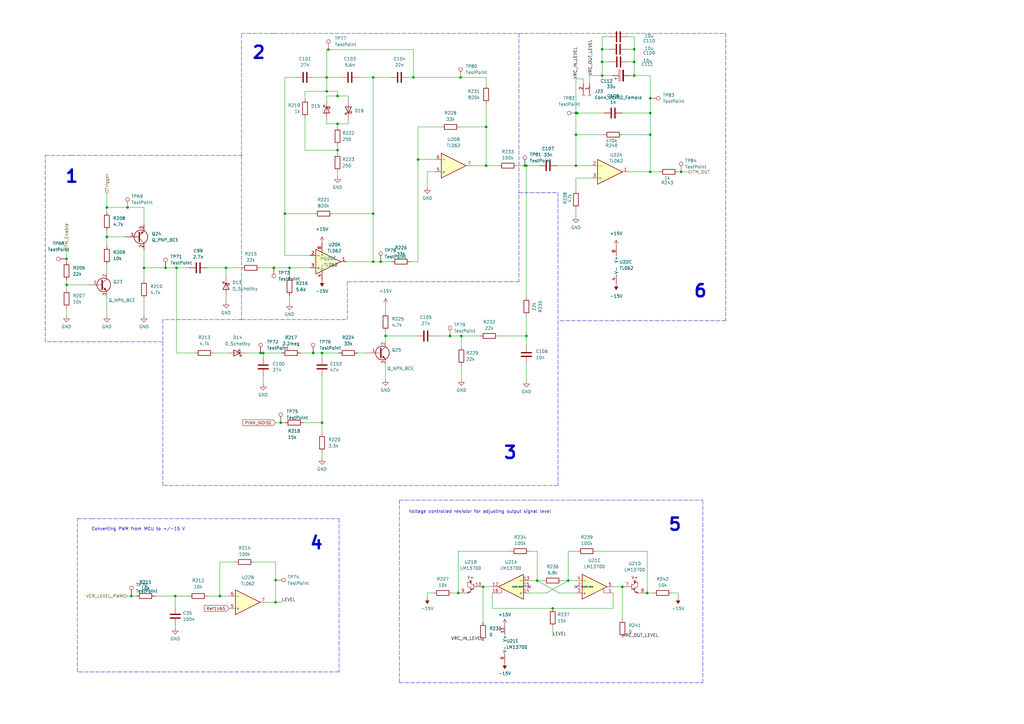
<source format=kicad_sch>
(kicad_sch (version 20211123) (generator eeschema)

  (uuid d84ae0be-fb98-4c5c-9411-4b7e5a5f7de1)

  (paper "A3")

  (lib_symbols
    (symbol "Amplifier_Operational:LM13700" (pin_names (offset 0.127)) (in_bom yes) (on_board yes)
      (property "Reference" "U" (id 0) (at 3.81 5.08 0)
        (effects (font (size 1.27 1.27)))
      )
      (property "Value" "LM13700" (id 1) (at 5.08 -5.08 0)
        (effects (font (size 1.27 1.27)))
      )
      (property "Footprint" "" (id 2) (at -7.62 0.635 0)
        (effects (font (size 1.27 1.27)) hide)
      )
      (property "Datasheet" "http://www.ti.com/lit/ds/symlink/lm13700.pdf" (id 3) (at -7.62 0.635 0)
        (effects (font (size 1.27 1.27)) hide)
      )
      (property "ki_locked" "" (id 4) (at 0 0 0)
        (effects (font (size 1.27 1.27)))
      )
      (property "ki_keywords" "operational transconductance amplifier OTA" (id 5) (at 0 0 0)
        (effects (font (size 1.27 1.27)) hide)
      )
      (property "ki_description" "Dual Operational Transconductance Amplifiers with Linearizing Diodes and Buffers, DIP-16/SOIC-16" (id 6) (at 0 0 0)
        (effects (font (size 1.27 1.27)) hide)
      )
      (property "ki_fp_filters" "SOIC*3.9x9.9mm*P1.27mm* DIP*W7.62mm*" (id 7) (at 0 0 0)
        (effects (font (size 1.27 1.27)) hide)
      )
      (symbol "LM13700_1_1"
        (polyline
          (pts
            (xy 3.81 -0.635)
            (xy 3.81 -2.54)
            (xy 5.08 -2.54)
          )
          (stroke (width 0) (type default) (color 0 0 0 0))
          (fill (type none))
        )
        (polyline
          (pts
            (xy 5.08 0)
            (xy -5.08 -5.08)
            (xy -5.08 5.08)
            (xy 5.08 0)
          )
          (stroke (width 0.254) (type default) (color 0 0 0 0))
          (fill (type background))
        )
        (pin output line (at 7.62 0 180) (length 2.54)
          (name "~" (effects (font (size 1.27 1.27))))
          (number "12" (effects (font (size 1.27 1.27))))
        )
        (pin input line (at -7.62 2.54 0) (length 2.54)
          (name "-" (effects (font (size 1.27 1.27))))
          (number "13" (effects (font (size 1.27 1.27))))
        )
        (pin input line (at -7.62 -2.54 0) (length 2.54)
          (name "+" (effects (font (size 1.27 1.27))))
          (number "14" (effects (font (size 1.27 1.27))))
        )
        (pin input line (at -7.62 0 0) (length 2.54)
          (name "DIODE_BIAS" (effects (font (size 0.508 0.508))))
          (number "15" (effects (font (size 1.27 1.27))))
        )
        (pin input line (at 7.62 -2.54 180) (length 2.54)
          (name "~" (effects (font (size 1.27 1.27))))
          (number "16" (effects (font (size 1.27 1.27))))
        )
      )
      (symbol "LM13700_2_0"
        (polyline
          (pts
            (xy -1.905 2.54)
            (xy -3.175 2.54)
          )
          (stroke (width 0) (type default) (color 0 0 0 0))
          (fill (type none))
        )
      )
      (symbol "LM13700_2_1"
        (circle (center -2.54 1.905) (radius 0.254)
          (stroke (width 0.254) (type default) (color 0 0 0 0))
          (fill (type outline))
        )
        (polyline
          (pts
            (xy -3.81 -0.635)
            (xy -2.54 -1.27)
          )
          (stroke (width 0) (type default) (color 0 0 0 0))
          (fill (type none))
        )
        (polyline
          (pts
            (xy -3.81 1.27)
            (xy -3.81 -1.27)
          )
          (stroke (width 0) (type default) (color 0 0 0 0))
          (fill (type none))
        )
        (polyline
          (pts
            (xy -2.54 -1.905)
            (xy -1.27 -2.54)
          )
          (stroke (width 0) (type default) (color 0 0 0 0))
          (fill (type none))
        )
        (polyline
          (pts
            (xy -2.54 0)
            (xy -2.54 -2.54)
          )
          (stroke (width 0) (type default) (color 0 0 0 0))
          (fill (type none))
        )
        (polyline
          (pts
            (xy -3.81 0.635)
            (xy -2.54 1.27)
            (xy -2.54 1.905)
            (xy -2.54 2.54)
          )
          (stroke (width 0) (type default) (color 0 0 0 0))
          (fill (type none))
        )
        (polyline
          (pts
            (xy -2.54 -1.27)
            (xy -3.175 -0.635)
            (xy -3.175 -1.27)
            (xy -2.54 -1.27)
          )
          (stroke (width 0) (type default) (color 0 0 0 0))
          (fill (type outline))
        )
        (polyline
          (pts
            (xy -2.54 -0.635)
            (xy -1.27 0)
            (xy -1.27 1.905)
            (xy -2.54 1.905)
          )
          (stroke (width 0) (type default) (color 0 0 0 0))
          (fill (type none))
        )
        (polyline
          (pts
            (xy -1.27 -2.54)
            (xy -1.905 -1.905)
            (xy -1.905 -2.54)
            (xy -1.27 -2.54)
          )
          (stroke (width 0) (type default) (color 0 0 0 0))
          (fill (type outline))
        )
        (text "V+" (at -2.54 3.81 0)
          (effects (font (size 1.27 1.27)))
        )
        (pin input line (at -7.62 0 0) (length 3.81)
          (name "~" (effects (font (size 1.27 1.27))))
          (number "10" (effects (font (size 1.27 1.27))))
        )
        (pin output line (at 2.54 -2.54 180) (length 3.81)
          (name "~" (effects (font (size 1.27 1.27))))
          (number "9" (effects (font (size 1.27 1.27))))
        )
      )
      (symbol "LM13700_3_1"
        (polyline
          (pts
            (xy 3.81 -0.635)
            (xy 3.81 -2.54)
            (xy 5.08 -2.54)
          )
          (stroke (width 0) (type default) (color 0 0 0 0))
          (fill (type none))
        )
        (polyline
          (pts
            (xy 5.08 0)
            (xy -5.08 -5.08)
            (xy -5.08 5.08)
            (xy 5.08 0)
          )
          (stroke (width 0.254) (type default) (color 0 0 0 0))
          (fill (type background))
        )
        (pin input line (at 7.62 -2.54 180) (length 2.54)
          (name "~" (effects (font (size 1.27 1.27))))
          (number "1" (effects (font (size 1.27 1.27))))
        )
        (pin input line (at -7.62 0 0) (length 2.54)
          (name "DIODE_BIAS" (effects (font (size 0.508 0.508))))
          (number "2" (effects (font (size 1.27 1.27))))
        )
        (pin input line (at -7.62 -2.54 0) (length 2.54)
          (name "+" (effects (font (size 1.27 1.27))))
          (number "3" (effects (font (size 1.27 1.27))))
        )
        (pin input line (at -7.62 2.54 0) (length 2.54)
          (name "-" (effects (font (size 1.27 1.27))))
          (number "4" (effects (font (size 1.27 1.27))))
        )
        (pin output line (at 7.62 0 180) (length 2.54)
          (name "~" (effects (font (size 1.27 1.27))))
          (number "5" (effects (font (size 1.27 1.27))))
        )
      )
      (symbol "LM13700_4_0"
        (polyline
          (pts
            (xy -3.175 2.54)
            (xy -1.905 2.54)
          )
          (stroke (width 0) (type default) (color 0 0 0 0))
          (fill (type none))
        )
        (text "V+" (at -2.54 3.81 0)
          (effects (font (size 1.27 1.27)))
        )
      )
      (symbol "LM13700_4_1"
        (circle (center -2.54 1.905) (radius 0.254)
          (stroke (width 0.254) (type default) (color 0 0 0 0))
          (fill (type outline))
        )
        (polyline
          (pts
            (xy -3.81 -0.635)
            (xy -2.54 -1.27)
          )
          (stroke (width 0) (type default) (color 0 0 0 0))
          (fill (type none))
        )
        (polyline
          (pts
            (xy -3.81 1.27)
            (xy -3.81 -1.27)
          )
          (stroke (width 0) (type default) (color 0 0 0 0))
          (fill (type none))
        )
        (polyline
          (pts
            (xy -2.54 -1.905)
            (xy -1.27 -2.54)
          )
          (stroke (width 0) (type default) (color 0 0 0 0))
          (fill (type none))
        )
        (polyline
          (pts
            (xy -2.54 0)
            (xy -2.54 -2.54)
          )
          (stroke (width 0) (type default) (color 0 0 0 0))
          (fill (type none))
        )
        (polyline
          (pts
            (xy -3.81 0.635)
            (xy -2.54 1.27)
            (xy -2.54 2.54)
          )
          (stroke (width 0) (type default) (color 0 0 0 0))
          (fill (type none))
        )
        (polyline
          (pts
            (xy -2.54 -1.27)
            (xy -3.175 -0.635)
            (xy -3.175 -1.27)
            (xy -2.54 -1.27)
          )
          (stroke (width 0) (type default) (color 0 0 0 0))
          (fill (type outline))
        )
        (polyline
          (pts
            (xy -2.54 -0.635)
            (xy -1.27 0)
            (xy -1.27 1.905)
            (xy -2.54 1.905)
          )
          (stroke (width 0) (type default) (color 0 0 0 0))
          (fill (type none))
        )
        (polyline
          (pts
            (xy -1.27 -2.54)
            (xy -1.905 -1.905)
            (xy -1.905 -2.54)
            (xy -1.27 -2.54)
          )
          (stroke (width 0) (type default) (color 0 0 0 0))
          (fill (type outline))
        )
        (pin input line (at -7.62 0 0) (length 3.81)
          (name "~" (effects (font (size 1.27 1.27))))
          (number "7" (effects (font (size 1.27 1.27))))
        )
        (pin output line (at 2.54 -2.54 180) (length 3.81)
          (name "~" (effects (font (size 1.27 1.27))))
          (number "8" (effects (font (size 1.27 1.27))))
        )
      )
      (symbol "LM13700_5_1"
        (pin power_in line (at -2.54 7.62 270) (length 3.81)
          (name "V+" (effects (font (size 1.27 1.27))))
          (number "11" (effects (font (size 1.27 1.27))))
        )
        (pin power_in line (at -2.54 -7.62 90) (length 3.81)
          (name "V-" (effects (font (size 1.27 1.27))))
          (number "6" (effects (font (size 1.27 1.27))))
        )
      )
    )
    (symbol "Amplifier_Operational:TL062" (pin_names (offset 0.127)) (in_bom yes) (on_board yes)
      (property "Reference" "U" (id 0) (at 0 5.08 0)
        (effects (font (size 1.27 1.27)) (justify left))
      )
      (property "Value" "TL062" (id 1) (at 0 -5.08 0)
        (effects (font (size 1.27 1.27)) (justify left))
      )
      (property "Footprint" "" (id 2) (at 0 0 0)
        (effects (font (size 1.27 1.27)) hide)
      )
      (property "Datasheet" "http://www.ti.com/lit/ds/symlink/tl061.pdf" (id 3) (at 0 0 0)
        (effects (font (size 1.27 1.27)) hide)
      )
      (property "ki_locked" "" (id 4) (at 0 0 0)
        (effects (font (size 1.27 1.27)))
      )
      (property "ki_keywords" "dual opamp" (id 5) (at 0 0 0)
        (effects (font (size 1.27 1.27)) hide)
      )
      (property "ki_description" "Dual Low-Power JFET-Input Operational Amplifiers, DIP-8/SOIC-8/SSOP-8" (id 6) (at 0 0 0)
        (effects (font (size 1.27 1.27)) hide)
      )
      (property "ki_fp_filters" "SOIC*3.9x4.9mm*P1.27mm* DIP*W7.62mm* TO*99* OnSemi*Micro8* TSSOP*3x3mm*P0.65mm* TSSOP*4.4x3mm*P0.65mm* MSOP*3x3mm*P0.65mm* SSOP*3.9x4.9mm*P0.635mm* LFCSP*2x2mm*P0.5mm* *SIP* SOIC*5.3x6.2mm*P1.27mm*" (id 7) (at 0 0 0)
        (effects (font (size 1.27 1.27)) hide)
      )
      (symbol "TL062_1_1"
        (polyline
          (pts
            (xy -5.08 5.08)
            (xy 5.08 0)
            (xy -5.08 -5.08)
            (xy -5.08 5.08)
          )
          (stroke (width 0.254) (type default) (color 0 0 0 0))
          (fill (type background))
        )
        (pin output line (at 7.62 0 180) (length 2.54)
          (name "~" (effects (font (size 1.27 1.27))))
          (number "1" (effects (font (size 1.27 1.27))))
        )
        (pin input line (at -7.62 -2.54 0) (length 2.54)
          (name "-" (effects (font (size 1.27 1.27))))
          (number "2" (effects (font (size 1.27 1.27))))
        )
        (pin input line (at -7.62 2.54 0) (length 2.54)
          (name "+" (effects (font (size 1.27 1.27))))
          (number "3" (effects (font (size 1.27 1.27))))
        )
      )
      (symbol "TL062_2_1"
        (polyline
          (pts
            (xy -5.08 5.08)
            (xy 5.08 0)
            (xy -5.08 -5.08)
            (xy -5.08 5.08)
          )
          (stroke (width 0.254) (type default) (color 0 0 0 0))
          (fill (type background))
        )
        (pin input line (at -7.62 2.54 0) (length 2.54)
          (name "+" (effects (font (size 1.27 1.27))))
          (number "5" (effects (font (size 1.27 1.27))))
        )
        (pin input line (at -7.62 -2.54 0) (length 2.54)
          (name "-" (effects (font (size 1.27 1.27))))
          (number "6" (effects (font (size 1.27 1.27))))
        )
        (pin output line (at 7.62 0 180) (length 2.54)
          (name "~" (effects (font (size 1.27 1.27))))
          (number "7" (effects (font (size 1.27 1.27))))
        )
      )
      (symbol "TL062_3_1"
        (pin power_in line (at -2.54 -7.62 90) (length 3.81)
          (name "V-" (effects (font (size 1.27 1.27))))
          (number "4" (effects (font (size 1.27 1.27))))
        )
        (pin power_in line (at -2.54 7.62 270) (length 3.81)
          (name "V+" (effects (font (size 1.27 1.27))))
          (number "8" (effects (font (size 1.27 1.27))))
        )
      )
    )
    (symbol "Connector:Conn_01x02_Female" (pin_names (offset 1.016) hide) (in_bom yes) (on_board yes)
      (property "Reference" "J" (id 0) (at 0 2.54 0)
        (effects (font (size 1.27 1.27)))
      )
      (property "Value" "Conn_01x02_Female" (id 1) (at 0 -5.08 0)
        (effects (font (size 1.27 1.27)))
      )
      (property "Footprint" "" (id 2) (at 0 0 0)
        (effects (font (size 1.27 1.27)) hide)
      )
      (property "Datasheet" "~" (id 3) (at 0 0 0)
        (effects (font (size 1.27 1.27)) hide)
      )
      (property "ki_keywords" "connector" (id 4) (at 0 0 0)
        (effects (font (size 1.27 1.27)) hide)
      )
      (property "ki_description" "Generic connector, single row, 01x02, script generated (kicad-library-utils/schlib/autogen/connector/)" (id 5) (at 0 0 0)
        (effects (font (size 1.27 1.27)) hide)
      )
      (property "ki_fp_filters" "Connector*:*_1x??_*" (id 6) (at 0 0 0)
        (effects (font (size 1.27 1.27)) hide)
      )
      (symbol "Conn_01x02_Female_1_1"
        (arc (start 0 -2.032) (mid -0.508 -2.54) (end 0 -3.048)
          (stroke (width 0.1524) (type default) (color 0 0 0 0))
          (fill (type none))
        )
        (polyline
          (pts
            (xy -1.27 -2.54)
            (xy -0.508 -2.54)
          )
          (stroke (width 0.1524) (type default) (color 0 0 0 0))
          (fill (type none))
        )
        (polyline
          (pts
            (xy -1.27 0)
            (xy -0.508 0)
          )
          (stroke (width 0.1524) (type default) (color 0 0 0 0))
          (fill (type none))
        )
        (arc (start 0 0.508) (mid -0.508 0) (end 0 -0.508)
          (stroke (width 0.1524) (type default) (color 0 0 0 0))
          (fill (type none))
        )
        (pin passive line (at -5.08 0 0) (length 3.81)
          (name "Pin_1" (effects (font (size 1.27 1.27))))
          (number "1" (effects (font (size 1.27 1.27))))
        )
        (pin passive line (at -5.08 -2.54 0) (length 3.81)
          (name "Pin_2" (effects (font (size 1.27 1.27))))
          (number "2" (effects (font (size 1.27 1.27))))
        )
      )
    )
    (symbol "Connector:TestPoint" (pin_numbers hide) (pin_names (offset 0.762) hide) (in_bom yes) (on_board yes)
      (property "Reference" "TP" (id 0) (at 0 6.858 0)
        (effects (font (size 1.27 1.27)))
      )
      (property "Value" "TestPoint" (id 1) (at 0 5.08 0)
        (effects (font (size 1.27 1.27)))
      )
      (property "Footprint" "" (id 2) (at 5.08 0 0)
        (effects (font (size 1.27 1.27)) hide)
      )
      (property "Datasheet" "~" (id 3) (at 5.08 0 0)
        (effects (font (size 1.27 1.27)) hide)
      )
      (property "ki_keywords" "test point tp" (id 4) (at 0 0 0)
        (effects (font (size 1.27 1.27)) hide)
      )
      (property "ki_description" "test point" (id 5) (at 0 0 0)
        (effects (font (size 1.27 1.27)) hide)
      )
      (property "ki_fp_filters" "Pin* Test*" (id 6) (at 0 0 0)
        (effects (font (size 1.27 1.27)) hide)
      )
      (symbol "TestPoint_0_1"
        (circle (center 0 3.302) (radius 0.762)
          (stroke (width 0) (type default) (color 0 0 0 0))
          (fill (type none))
        )
      )
      (symbol "TestPoint_1_1"
        (pin passive line (at 0 0 90) (length 2.54)
          (name "1" (effects (font (size 1.27 1.27))))
          (number "1" (effects (font (size 1.27 1.27))))
        )
      )
    )
    (symbol "Device:C" (pin_numbers hide) (pin_names (offset 0.254)) (in_bom yes) (on_board yes)
      (property "Reference" "C" (id 0) (at 0.635 2.54 0)
        (effects (font (size 1.27 1.27)) (justify left))
      )
      (property "Value" "C" (id 1) (at 0.635 -2.54 0)
        (effects (font (size 1.27 1.27)) (justify left))
      )
      (property "Footprint" "" (id 2) (at 0.9652 -3.81 0)
        (effects (font (size 1.27 1.27)) hide)
      )
      (property "Datasheet" "~" (id 3) (at 0 0 0)
        (effects (font (size 1.27 1.27)) hide)
      )
      (property "ki_keywords" "cap capacitor" (id 4) (at 0 0 0)
        (effects (font (size 1.27 1.27)) hide)
      )
      (property "ki_description" "Unpolarized capacitor" (id 5) (at 0 0 0)
        (effects (font (size 1.27 1.27)) hide)
      )
      (property "ki_fp_filters" "C_*" (id 6) (at 0 0 0)
        (effects (font (size 1.27 1.27)) hide)
      )
      (symbol "C_0_1"
        (polyline
          (pts
            (xy -2.032 -0.762)
            (xy 2.032 -0.762)
          )
          (stroke (width 0.508) (type default) (color 0 0 0 0))
          (fill (type none))
        )
        (polyline
          (pts
            (xy -2.032 0.762)
            (xy 2.032 0.762)
          )
          (stroke (width 0.508) (type default) (color 0 0 0 0))
          (fill (type none))
        )
      )
      (symbol "C_1_1"
        (pin passive line (at 0 3.81 270) (length 2.794)
          (name "~" (effects (font (size 1.27 1.27))))
          (number "1" (effects (font (size 1.27 1.27))))
        )
        (pin passive line (at 0 -3.81 90) (length 2.794)
          (name "~" (effects (font (size 1.27 1.27))))
          (number "2" (effects (font (size 1.27 1.27))))
        )
      )
    )
    (symbol "Device:C_Polarized" (pin_numbers hide) (pin_names (offset 0.254)) (in_bom yes) (on_board yes)
      (property "Reference" "C" (id 0) (at 0.635 2.54 0)
        (effects (font (size 1.27 1.27)) (justify left))
      )
      (property "Value" "C_Polarized" (id 1) (at 0.635 -2.54 0)
        (effects (font (size 1.27 1.27)) (justify left))
      )
      (property "Footprint" "" (id 2) (at 0.9652 -3.81 0)
        (effects (font (size 1.27 1.27)) hide)
      )
      (property "Datasheet" "~" (id 3) (at 0 0 0)
        (effects (font (size 1.27 1.27)) hide)
      )
      (property "ki_keywords" "cap capacitor" (id 4) (at 0 0 0)
        (effects (font (size 1.27 1.27)) hide)
      )
      (property "ki_description" "Polarized capacitor" (id 5) (at 0 0 0)
        (effects (font (size 1.27 1.27)) hide)
      )
      (property "ki_fp_filters" "CP_*" (id 6) (at 0 0 0)
        (effects (font (size 1.27 1.27)) hide)
      )
      (symbol "C_Polarized_0_1"
        (rectangle (start -2.286 0.508) (end 2.286 1.016)
          (stroke (width 0) (type default) (color 0 0 0 0))
          (fill (type none))
        )
        (polyline
          (pts
            (xy -1.778 2.286)
            (xy -0.762 2.286)
          )
          (stroke (width 0) (type default) (color 0 0 0 0))
          (fill (type none))
        )
        (polyline
          (pts
            (xy -1.27 2.794)
            (xy -1.27 1.778)
          )
          (stroke (width 0) (type default) (color 0 0 0 0))
          (fill (type none))
        )
        (rectangle (start 2.286 -0.508) (end -2.286 -1.016)
          (stroke (width 0) (type default) (color 0 0 0 0))
          (fill (type outline))
        )
      )
      (symbol "C_Polarized_1_1"
        (pin passive line (at 0 3.81 270) (length 2.794)
          (name "~" (effects (font (size 1.27 1.27))))
          (number "1" (effects (font (size 1.27 1.27))))
        )
        (pin passive line (at 0 -3.81 90) (length 2.794)
          (name "~" (effects (font (size 1.27 1.27))))
          (number "2" (effects (font (size 1.27 1.27))))
        )
      )
    )
    (symbol "Device:D_Schottky" (pin_numbers hide) (pin_names (offset 1.016) hide) (in_bom yes) (on_board yes)
      (property "Reference" "D" (id 0) (at 0 2.54 0)
        (effects (font (size 1.27 1.27)))
      )
      (property "Value" "D_Schottky" (id 1) (at 0 -2.54 0)
        (effects (font (size 1.27 1.27)))
      )
      (property "Footprint" "" (id 2) (at 0 0 0)
        (effects (font (size 1.27 1.27)) hide)
      )
      (property "Datasheet" "~" (id 3) (at 0 0 0)
        (effects (font (size 1.27 1.27)) hide)
      )
      (property "ki_keywords" "diode Schottky" (id 4) (at 0 0 0)
        (effects (font (size 1.27 1.27)) hide)
      )
      (property "ki_description" "Schottky diode" (id 5) (at 0 0 0)
        (effects (font (size 1.27 1.27)) hide)
      )
      (property "ki_fp_filters" "TO-???* *_Diode_* *SingleDiode* D_*" (id 6) (at 0 0 0)
        (effects (font (size 1.27 1.27)) hide)
      )
      (symbol "D_Schottky_0_1"
        (polyline
          (pts
            (xy 1.27 0)
            (xy -1.27 0)
          )
          (stroke (width 0) (type default) (color 0 0 0 0))
          (fill (type none))
        )
        (polyline
          (pts
            (xy 1.27 1.27)
            (xy 1.27 -1.27)
            (xy -1.27 0)
            (xy 1.27 1.27)
          )
          (stroke (width 0.254) (type default) (color 0 0 0 0))
          (fill (type none))
        )
        (polyline
          (pts
            (xy -1.905 0.635)
            (xy -1.905 1.27)
            (xy -1.27 1.27)
            (xy -1.27 -1.27)
            (xy -0.635 -1.27)
            (xy -0.635 -0.635)
          )
          (stroke (width 0.254) (type default) (color 0 0 0 0))
          (fill (type none))
        )
      )
      (symbol "D_Schottky_1_1"
        (pin passive line (at -3.81 0 0) (length 2.54)
          (name "K" (effects (font (size 1.27 1.27))))
          (number "1" (effects (font (size 1.27 1.27))))
        )
        (pin passive line (at 3.81 0 180) (length 2.54)
          (name "A" (effects (font (size 1.27 1.27))))
          (number "2" (effects (font (size 1.27 1.27))))
        )
      )
    )
    (symbol "Device:Q_NPN_BCE" (pin_names (offset 0) hide) (in_bom yes) (on_board yes)
      (property "Reference" "Q" (id 0) (at 5.08 1.27 0)
        (effects (font (size 1.27 1.27)) (justify left))
      )
      (property "Value" "Q_NPN_BCE" (id 1) (at 5.08 -1.27 0)
        (effects (font (size 1.27 1.27)) (justify left))
      )
      (property "Footprint" "" (id 2) (at 5.08 2.54 0)
        (effects (font (size 1.27 1.27)) hide)
      )
      (property "Datasheet" "~" (id 3) (at 0 0 0)
        (effects (font (size 1.27 1.27)) hide)
      )
      (property "ki_keywords" "transistor NPN" (id 4) (at 0 0 0)
        (effects (font (size 1.27 1.27)) hide)
      )
      (property "ki_description" "NPN transistor, base/collector/emitter" (id 5) (at 0 0 0)
        (effects (font (size 1.27 1.27)) hide)
      )
      (symbol "Q_NPN_BCE_0_1"
        (polyline
          (pts
            (xy 0.635 0.635)
            (xy 2.54 2.54)
          )
          (stroke (width 0) (type default) (color 0 0 0 0))
          (fill (type none))
        )
        (polyline
          (pts
            (xy 0.635 -0.635)
            (xy 2.54 -2.54)
            (xy 2.54 -2.54)
          )
          (stroke (width 0) (type default) (color 0 0 0 0))
          (fill (type none))
        )
        (polyline
          (pts
            (xy 0.635 1.905)
            (xy 0.635 -1.905)
            (xy 0.635 -1.905)
          )
          (stroke (width 0.508) (type default) (color 0 0 0 0))
          (fill (type none))
        )
        (polyline
          (pts
            (xy 1.27 -1.778)
            (xy 1.778 -1.27)
            (xy 2.286 -2.286)
            (xy 1.27 -1.778)
            (xy 1.27 -1.778)
          )
          (stroke (width 0) (type default) (color 0 0 0 0))
          (fill (type outline))
        )
        (circle (center 1.27 0) (radius 2.8194)
          (stroke (width 0.254) (type default) (color 0 0 0 0))
          (fill (type none))
        )
      )
      (symbol "Q_NPN_BCE_1_1"
        (pin input line (at -5.08 0 0) (length 5.715)
          (name "B" (effects (font (size 1.27 1.27))))
          (number "1" (effects (font (size 1.27 1.27))))
        )
        (pin passive line (at 2.54 5.08 270) (length 2.54)
          (name "C" (effects (font (size 1.27 1.27))))
          (number "2" (effects (font (size 1.27 1.27))))
        )
        (pin passive line (at 2.54 -5.08 90) (length 2.54)
          (name "E" (effects (font (size 1.27 1.27))))
          (number "3" (effects (font (size 1.27 1.27))))
        )
      )
    )
    (symbol "Device:Q_PNP_BCE" (pin_names (offset 0) hide) (in_bom yes) (on_board yes)
      (property "Reference" "Q" (id 0) (at 5.08 1.27 0)
        (effects (font (size 1.27 1.27)) (justify left))
      )
      (property "Value" "Q_PNP_BCE" (id 1) (at 5.08 -1.27 0)
        (effects (font (size 1.27 1.27)) (justify left))
      )
      (property "Footprint" "" (id 2) (at 5.08 2.54 0)
        (effects (font (size 1.27 1.27)) hide)
      )
      (property "Datasheet" "~" (id 3) (at 0 0 0)
        (effects (font (size 1.27 1.27)) hide)
      )
      (property "ki_keywords" "transistor PNP" (id 4) (at 0 0 0)
        (effects (font (size 1.27 1.27)) hide)
      )
      (property "ki_description" "PNP transistor, base/collector/emitter" (id 5) (at 0 0 0)
        (effects (font (size 1.27 1.27)) hide)
      )
      (symbol "Q_PNP_BCE_0_1"
        (polyline
          (pts
            (xy 0.635 0.635)
            (xy 2.54 2.54)
          )
          (stroke (width 0) (type default) (color 0 0 0 0))
          (fill (type none))
        )
        (polyline
          (pts
            (xy 0.635 -0.635)
            (xy 2.54 -2.54)
            (xy 2.54 -2.54)
          )
          (stroke (width 0) (type default) (color 0 0 0 0))
          (fill (type none))
        )
        (polyline
          (pts
            (xy 0.635 1.905)
            (xy 0.635 -1.905)
            (xy 0.635 -1.905)
          )
          (stroke (width 0.508) (type default) (color 0 0 0 0))
          (fill (type none))
        )
        (polyline
          (pts
            (xy 2.286 -1.778)
            (xy 1.778 -2.286)
            (xy 1.27 -1.27)
            (xy 2.286 -1.778)
            (xy 2.286 -1.778)
          )
          (stroke (width 0) (type default) (color 0 0 0 0))
          (fill (type outline))
        )
        (circle (center 1.27 0) (radius 2.8194)
          (stroke (width 0.254) (type default) (color 0 0 0 0))
          (fill (type none))
        )
      )
      (symbol "Q_PNP_BCE_1_1"
        (pin input line (at -5.08 0 0) (length 5.715)
          (name "B" (effects (font (size 1.27 1.27))))
          (number "1" (effects (font (size 1.27 1.27))))
        )
        (pin passive line (at 2.54 5.08 270) (length 2.54)
          (name "C" (effects (font (size 1.27 1.27))))
          (number "2" (effects (font (size 1.27 1.27))))
        )
        (pin passive line (at 2.54 -5.08 90) (length 2.54)
          (name "E" (effects (font (size 1.27 1.27))))
          (number "3" (effects (font (size 1.27 1.27))))
        )
      )
    )
    (symbol "Device:R" (pin_numbers hide) (pin_names (offset 0)) (in_bom yes) (on_board yes)
      (property "Reference" "R" (id 0) (at 2.032 0 90)
        (effects (font (size 1.27 1.27)))
      )
      (property "Value" "R" (id 1) (at 0 0 90)
        (effects (font (size 1.27 1.27)))
      )
      (property "Footprint" "" (id 2) (at -1.778 0 90)
        (effects (font (size 1.27 1.27)) hide)
      )
      (property "Datasheet" "~" (id 3) (at 0 0 0)
        (effects (font (size 1.27 1.27)) hide)
      )
      (property "ki_keywords" "R res resistor" (id 4) (at 0 0 0)
        (effects (font (size 1.27 1.27)) hide)
      )
      (property "ki_description" "Resistor" (id 5) (at 0 0 0)
        (effects (font (size 1.27 1.27)) hide)
      )
      (property "ki_fp_filters" "R_*" (id 6) (at 0 0 0)
        (effects (font (size 1.27 1.27)) hide)
      )
      (symbol "R_0_1"
        (rectangle (start -1.016 -2.54) (end 1.016 2.54)
          (stroke (width 0.254) (type default) (color 0 0 0 0))
          (fill (type none))
        )
      )
      (symbol "R_1_1"
        (pin passive line (at 0 3.81 270) (length 1.27)
          (name "~" (effects (font (size 1.27 1.27))))
          (number "1" (effects (font (size 1.27 1.27))))
        )
        (pin passive line (at 0 -3.81 90) (length 1.27)
          (name "~" (effects (font (size 1.27 1.27))))
          (number "2" (effects (font (size 1.27 1.27))))
        )
      )
    )
    (symbol "power:+15V" (power) (pin_names (offset 0)) (in_bom yes) (on_board yes)
      (property "Reference" "#PWR" (id 0) (at 0 -3.81 0)
        (effects (font (size 1.27 1.27)) hide)
      )
      (property "Value" "+15V" (id 1) (at 0 3.556 0)
        (effects (font (size 1.27 1.27)))
      )
      (property "Footprint" "" (id 2) (at 0 0 0)
        (effects (font (size 1.27 1.27)) hide)
      )
      (property "Datasheet" "" (id 3) (at 0 0 0)
        (effects (font (size 1.27 1.27)) hide)
      )
      (property "ki_keywords" "global power" (id 4) (at 0 0 0)
        (effects (font (size 1.27 1.27)) hide)
      )
      (property "ki_description" "Power symbol creates a global label with name \"+15V\"" (id 5) (at 0 0 0)
        (effects (font (size 1.27 1.27)) hide)
      )
      (symbol "+15V_0_1"
        (polyline
          (pts
            (xy -0.762 1.27)
            (xy 0 2.54)
          )
          (stroke (width 0) (type default) (color 0 0 0 0))
          (fill (type none))
        )
        (polyline
          (pts
            (xy 0 0)
            (xy 0 2.54)
          )
          (stroke (width 0) (type default) (color 0 0 0 0))
          (fill (type none))
        )
        (polyline
          (pts
            (xy 0 2.54)
            (xy 0.762 1.27)
          )
          (stroke (width 0) (type default) (color 0 0 0 0))
          (fill (type none))
        )
      )
      (symbol "+15V_1_1"
        (pin power_in line (at 0 0 90) (length 0) hide
          (name "+15V" (effects (font (size 1.27 1.27))))
          (number "1" (effects (font (size 1.27 1.27))))
        )
      )
    )
    (symbol "power:-15V" (power) (pin_names (offset 0)) (in_bom yes) (on_board yes)
      (property "Reference" "#PWR" (id 0) (at 0 2.54 0)
        (effects (font (size 1.27 1.27)) hide)
      )
      (property "Value" "-15V" (id 1) (at 0 3.81 0)
        (effects (font (size 1.27 1.27)))
      )
      (property "Footprint" "" (id 2) (at 0 0 0)
        (effects (font (size 1.27 1.27)) hide)
      )
      (property "Datasheet" "" (id 3) (at 0 0 0)
        (effects (font (size 1.27 1.27)) hide)
      )
      (property "ki_keywords" "global power" (id 4) (at 0 0 0)
        (effects (font (size 1.27 1.27)) hide)
      )
      (property "ki_description" "Power symbol creates a global label with name \"-15V\"" (id 5) (at 0 0 0)
        (effects (font (size 1.27 1.27)) hide)
      )
      (symbol "-15V_0_0"
        (pin power_in line (at 0 0 90) (length 0) hide
          (name "-15V" (effects (font (size 1.27 1.27))))
          (number "1" (effects (font (size 1.27 1.27))))
        )
      )
      (symbol "-15V_0_1"
        (polyline
          (pts
            (xy 0 0)
            (xy 0 1.27)
            (xy 0.762 1.27)
            (xy 0 2.54)
            (xy -0.762 1.27)
            (xy 0 1.27)
          )
          (stroke (width 0) (type default) (color 0 0 0 0))
          (fill (type outline))
        )
      )
    )
    (symbol "power:GND" (power) (pin_names (offset 0)) (in_bom yes) (on_board yes)
      (property "Reference" "#PWR" (id 0) (at 0 -6.35 0)
        (effects (font (size 1.27 1.27)) hide)
      )
      (property "Value" "GND" (id 1) (at 0 -3.81 0)
        (effects (font (size 1.27 1.27)))
      )
      (property "Footprint" "" (id 2) (at 0 0 0)
        (effects (font (size 1.27 1.27)) hide)
      )
      (property "Datasheet" "" (id 3) (at 0 0 0)
        (effects (font (size 1.27 1.27)) hide)
      )
      (property "ki_keywords" "global power" (id 4) (at 0 0 0)
        (effects (font (size 1.27 1.27)) hide)
      )
      (property "ki_description" "Power symbol creates a global label with name \"GND\" , ground" (id 5) (at 0 0 0)
        (effects (font (size 1.27 1.27)) hide)
      )
      (symbol "GND_0_1"
        (polyline
          (pts
            (xy 0 0)
            (xy 0 -1.27)
            (xy 1.27 -1.27)
            (xy 0 -2.54)
            (xy -1.27 -1.27)
            (xy 0 -1.27)
          )
          (stroke (width 0) (type default) (color 0 0 0 0))
          (fill (type none))
        )
      )
      (symbol "GND_1_1"
        (pin power_in line (at 0 0 270) (length 0) hide
          (name "GND" (effects (font (size 1.27 1.27))))
          (number "1" (effects (font (size 1.27 1.27))))
        )
      )
    )
  )

  (junction (at 266.7 46.355) (diameter 0) (color 0 0 0 0)
    (uuid 009c546b-558a-4e9d-a954-d1f8bb3411b3)
  )
  (junction (at 198.12 240.665) (diameter 0) (color 0 0 0 0)
    (uuid 019f46e0-ec79-4093-8f90-363342cd9929)
  )
  (junction (at 133.985 37.465) (diameter 0) (color 0 0 0 0)
    (uuid 037669b2-d60d-40f7-9123-dffbd6e7c1f3)
  )
  (junction (at 246.9584 20.193) (diameter 0) (color 0 0 0 0)
    (uuid 060319af-21c1-4971-89dc-16c28ea4c245)
  )
  (junction (at 246.9584 25.3746) (diameter 0) (color 0 0 0 0)
    (uuid 132c729a-4b5d-4a20-9da4-cd7eaabecfc8)
  )
  (junction (at 220.345 238.125) (diameter 0) (color 0 0 0 0)
    (uuid 168014a6-a995-4f2e-980e-fa3f39306902)
  )
  (junction (at 132.08 173.355) (diameter 0) (color 0 0 0 0)
    (uuid 19a3d500-6207-40b4-ac61-2b165a3e3886)
  )
  (junction (at 106.8513 144.78) (diameter 0) (color 0 0 0 0)
    (uuid 1dd0f7ef-a1d6-42d1-a61e-47838fe7ab90)
  )
  (junction (at 153.035 87.63) (diameter 0) (color 0 0 0 0)
    (uuid 204deceb-0d4c-41e5-9f35-cc20f1633c53)
  )
  (junction (at 118.745 109.855) (diameter 0) (color 0 0 0 0)
    (uuid 21fa51b9-b6cb-4b43-8880-775c9e2f81e5)
  )
  (junction (at 260.096 25.3746) (diameter 0) (color 0 0 0 0)
    (uuid 259896f2-9cae-4af1-b343-607c9bff3d0a)
  )
  (junction (at 43.815 97.155) (diameter 0) (color 0 0 0 0)
    (uuid 27142812-f374-4229-9397-3bcecc3a791e)
  )
  (junction (at 215.2798 67.945) (diameter 0) (color 0 0 0 0)
    (uuid 295b7644-69dc-4c34-99f7-1c0264563753)
  )
  (junction (at 115.1684 173.355) (diameter 0) (color 0 0 0 0)
    (uuid 2e9c375c-2cab-4f23-9fcf-b0307835d1ae)
  )
  (junction (at 132.08 144.78) (diameter 0) (color 0 0 0 0)
    (uuid 307f7313-7e62-45ec-a152-5d7380565241)
  )
  (junction (at 90.17 244.475) (diameter 0) (color 0 0 0 0)
    (uuid 31cbe32a-3b66-4a4f-a292-675f17ec42c9)
  )
  (junction (at 233.045 238.125) (diameter 0) (color 0 0 0 0)
    (uuid 38101d10-89b4-4339-bc67-27e7d597028a)
  )
  (junction (at 138.43 61.595) (diameter 0) (color 0 0 0 0)
    (uuid 3ac73f3f-e0f3-46be-916a-dba3c01e8746)
  )
  (junction (at 246.9584 30.988) (diameter 0) (color 0 0 0 0)
    (uuid 3dd9880d-8118-4872-a168-065d096a2a5d)
  )
  (junction (at 266.7 55.245) (diameter 0) (color 0 0 0 0)
    (uuid 42238164-5b08-4204-9bb4-1d8bfe1b7e48)
  )
  (junction (at 27.305 116.84) (diameter 0) (color 0 0 0 0)
    (uuid 436d69ef-15c2-4d57-9be4-3d7a54bc5417)
  )
  (junction (at 215.9 137.795) (diameter 0) (color 0 0 0 0)
    (uuid 4db4ef31-cc14-4ba7-87b6-2a327c017bf1)
  )
  (junction (at 59.055 109.855) (diameter 0) (color 0 0 0 0)
    (uuid 52835911-6df5-4862-8942-7efce5537f09)
  )
  (junction (at 188.8991 31.75) (diameter 0) (color 0 0 0 0)
    (uuid 55544cfc-356f-4e62-b947-3e75587892eb)
  )
  (junction (at 199.39 67.945) (diameter 0) (color 0 0 0 0)
    (uuid 563b0865-834c-4d58-a6a8-b5f893413b09)
  )
  (junction (at 260.096 20.193) (diameter 0) (color 0 0 0 0)
    (uuid 58b6f7ab-c91f-4c18-993c-0d046cb015f7)
  )
  (junction (at 187.96 243.205) (diameter 0) (color 0 0 0 0)
    (uuid 5d20ad43-8b32-4f0a-8a19-56fdc9e26f6b)
  )
  (junction (at 92.71 109.855) (diameter 0) (color 0 0 0 0)
    (uuid 60751591-0a4a-4592-b669-3f306eaba399)
  )
  (junction (at 153.035 31.75) (diameter 0) (color 0 0 0 0)
    (uuid 62535580-aebb-4c79-8348-3a88db963ee6)
  )
  (junction (at 279.3471 70.485) (diameter 0) (color 0 0 0 0)
    (uuid 64b01e6d-7f45-41f8-a84e-727d8ccf18e5)
  )
  (junction (at 128.4237 144.78) (diameter 0) (color 0 0 0 0)
    (uuid 65e73743-8346-40bf-9a58-d030488e606e)
  )
  (junction (at 138.43 39.37) (diameter 0) (color 0 0 0 0)
    (uuid 6c3ae27f-1c82-4aa1-95b3-1cd522e8dce4)
  )
  (junction (at 266.7 40.3031) (diameter 0) (color 0 0 0 0)
    (uuid 6e758bf5-9b09-4c36-b916-26b7d5876282)
  )
  (junction (at 255.27 240.665) (diameter 0) (color 0 0 0 0)
    (uuid 6fded35e-5b65-4431-ac15-bd24510a9656)
  )
  (junction (at 27.305 106.1797) (diameter 0) (color 0 0 0 0)
    (uuid 74a50f0f-8763-4713-9720-14a712d09f11)
  )
  (junction (at 52.2984 85.09) (diameter 0) (color 0 0 0 0)
    (uuid 75785e35-a8c0-4feb-9da2-cb5862c76278)
  )
  (junction (at 171.45 65.405) (diameter 0) (color 0 0 0 0)
    (uuid 79cb8ecb-6057-4757-af7e-ac9160af13c4)
  )
  (junction (at 138.43 50.8) (diameter 0) (color 0 0 0 0)
    (uuid 7a849286-ac36-4944-936b-b0b293f18abf)
  )
  (junction (at 184.5638 137.795) (diameter 0) (color 0 0 0 0)
    (uuid 7fdc75ca-3c58-4b1e-a783-0bd824a33101)
  )
  (junction (at 53.901 244.475) (diameter 0) (color 0 0 0 0)
    (uuid 7fe13d09-68c3-4c7a-837e-cbec6b926fdb)
  )
  (junction (at 113.03 237.9507) (diameter 0) (color 0 0 0 0)
    (uuid 88b877a3-4073-4a79-ac01-e7ba3d1d021a)
  )
  (junction (at 112.3094 109.855) (diameter 0) (color 0 0 0 0)
    (uuid 94d54742-61a3-4cee-83d9-98876861ff28)
  )
  (junction (at 43.815 85.09) (diameter 0) (color 0 0 0 0)
    (uuid 98cb3a49-68f6-4b87-bbb8-1c0e479af3ac)
  )
  (junction (at 236.22 46.355) (diameter 0) (color 0 0 0 0)
    (uuid 9c9e80ea-ea89-4224-b509-5ad009a50249)
  )
  (junction (at 133.985 31.75) (diameter 0) (color 0 0 0 0)
    (uuid a07932b8-35cf-43ff-a639-1f12d980f0c4)
  )
  (junction (at 236.22 55.245) (diameter 0) (color 0 0 0 0)
    (uuid a4f726a8-8550-41ab-b636-5b65dff4985c)
  )
  (junction (at 236.7222 46.355) (diameter 0) (color 0 0 0 0)
    (uuid a501758a-02ca-4f21-b27c-21ac030f68c1)
  )
  (junction (at 158.115 137.795) (diameter 0) (color 0 0 0 0)
    (uuid a59fe849-b0de-4410-bbb0-b033cf744794)
  )
  (junction (at 107.95 144.78) (diameter 0) (color 0 0 0 0)
    (uuid a5fb684c-a63b-4c9c-a132-b81556a6245a)
  )
  (junction (at 71.882 244.475) (diameter 0) (color 0 0 0 0)
    (uuid a6bc1141-e620-45b0-acc2-55de7b19abbb)
  )
  (junction (at 266.7 70.485) (diameter 0) (color 0 0 0 0)
    (uuid addeb779-d13e-4554-9899-5d16d48bf8cf)
  )
  (junction (at 67.8929 109.855) (diameter 0) (color 0 0 0 0)
    (uuid ba5d072d-42d4-4952-8ee8-11c872e27d71)
  )
  (junction (at 199.39 52.07) (diameter 0) (color 0 0 0 0)
    (uuid bddc38ec-ad39-4eeb-88da-81d28bbb5957)
  )
  (junction (at 260.096 30.988) (diameter 0) (color 0 0 0 0)
    (uuid c10a4b8f-39af-40e1-b9f9-c0e2db20a042)
  )
  (junction (at 72.39 109.855) (diameter 0) (color 0 0 0 0)
    (uuid c2cfdc5a-7b14-47aa-aaa0-64d0caa69815)
  )
  (junction (at 226.695 249.555) (diameter 0) (color 0 0 0 0)
    (uuid d231bd82-e87c-40c7-9db7-c982c31d11ff)
  )
  (junction (at 134.7083 20.32) (diameter 0) (color 0 0 0 0)
    (uuid dbb8facd-098f-4115-9557-057174bc129d)
  )
  (junction (at 236.22 67.945) (diameter 0) (color 0 0 0 0)
    (uuid de79afd4-85e5-4b1d-a8f2-c1701be5129d)
  )
  (junction (at 113.03 247.015) (diameter 0) (color 0 0 0 0)
    (uuid e17db167-dfa6-453e-8455-19ce0a7fffa0)
  )
  (junction (at 189.23 137.795) (diameter 0) (color 0 0 0 0)
    (uuid e62e60a6-5ad4-4f00-818a-3c1d6ac7df1c)
  )
  (junction (at 153.035 107.315) (diameter 0) (color 0 0 0 0)
    (uuid f27af512-85a4-473d-8848-b331745ef695)
  )
  (junction (at 156.1507 107.315) (diameter 0) (color 0 0 0 0)
    (uuid f46638a0-a049-441c-9cb2-0b05badfa0a9)
  )
  (junction (at 265.43 243.205) (diameter 0) (color 0 0 0 0)
    (uuid f47a5eb1-2c8b-4caa-98aa-2ef75af050bd)
  )
  (junction (at 215.9 67.945) (diameter 0) (color 0 0 0 0)
    (uuid f810c19e-9e05-4985-9648-8e9b032fe832)
  )
  (junction (at 169.545 31.75) (diameter 0) (color 0 0 0 0)
    (uuid f85ec5b2-c74a-4c44-b56d-90acc21d868e)
  )
  (junction (at 116.84 87.63) (diameter 0) (color 0 0 0 0)
    (uuid fc850546-2dc7-4a66-a3b4-6f5dcf4a8152)
  )

  (no_connect (at 217.17 240.665) (uuid 14d83862-a906-4e6e-bd7d-2f37baf0454c))
  (no_connect (at 236.22 240.665) (uuid 67de9f5f-bc5a-4406-9354-bb8f31471c47))

  (wire (pts (xy 43.815 97.155) (xy 43.815 100.965))
    (stroke (width 0) (type default) (color 0 0 0 0))
    (uuid 0043ccb2-35f3-4875-9548-dc2127e8d725)
  )
  (polyline (pts (xy 18.542 140.208) (xy 18.542 63.754))
    (stroke (width 0) (type default) (color 0 0 0 0))
    (uuid 0087ffc7-ae62-4939-852b-c416afe20635)
  )

  (wire (pts (xy 85.09 244.475) (xy 90.17 244.475))
    (stroke (width 0) (type default) (color 0 0 0 0))
    (uuid 00ffe87a-1c40-4d04-b5cb-c4c264c0c0d5)
  )
  (polyline (pts (xy 66.802 131.064) (xy 66.802 140.208))
    (stroke (width 0) (type default) (color 0 0 0 0))
    (uuid 01088984-3008-4680-9f8f-baeec544693f)
  )

  (wire (pts (xy 158.115 137.795) (xy 170.815 137.795))
    (stroke (width 0) (type default) (color 0 0 0 0))
    (uuid 01d37516-fd6d-4df8-9413-3aad6f9cb1f2)
  )
  (wire (pts (xy 116.84 31.75) (xy 116.84 87.63))
    (stroke (width 0) (type default) (color 0 0 0 0))
    (uuid 038b357d-0a1b-4d65-a3d4-12e86c6e6686)
  )
  (wire (pts (xy 244.475 226.06) (xy 265.43 226.06))
    (stroke (width 0) (type default) (color 0 0 0 0))
    (uuid 05ca9291-e594-4218-a4a5-88dc81ee4751)
  )
  (wire (pts (xy 116.84 87.63) (xy 116.84 104.775))
    (stroke (width 0) (type default) (color 0 0 0 0))
    (uuid 0675b1ee-3ab1-4749-b651-2cc692cc78e9)
  )
  (wire (pts (xy 236.22 243.205) (xy 229.235 243.205))
    (stroke (width 0) (type default) (color 0 0 0 0))
    (uuid 07190b02-84ce-4c1d-bdfa-65e8ec6c4f3f)
  )
  (wire (pts (xy 71.882 244.475) (xy 77.47 244.475))
    (stroke (width 0) (type default) (color 0 0 0 0))
    (uuid 08000642-3e19-4b3c-baa5-bad077cfd634)
  )
  (wire (pts (xy 52.07 244.475) (xy 53.901 244.475))
    (stroke (width 0) (type default) (color 0 0 0 0))
    (uuid 082f52ef-ea99-4423-b125-28aec98543ba)
  )
  (wire (pts (xy 113.03 237.9507) (xy 113.03 247.015))
    (stroke (width 0) (type default) (color 0 0 0 0))
    (uuid 098741bf-01fb-4a15-9b55-09c3bce2d021)
  )
  (polyline (pts (xy 288.29 280.035) (xy 288.29 205.105))
    (stroke (width 0) (type default) (color 0 0 0 0))
    (uuid 0af46f79-63dc-44c7-abab-5430d25bf037)
  )

  (wire (pts (xy 233.045 238.125) (xy 224.155 243.205))
    (stroke (width 0) (type default) (color 0 0 0 0))
    (uuid 0b895723-6444-4fa1-9cb5-dd0b8556af3b)
  )
  (polyline (pts (xy 212.852 78.994) (xy 228.854 78.994))
    (stroke (width 0) (type default) (color 0 0 0 0))
    (uuid 0cb7ef2b-5657-4bc4-bcc1-164d9cded6e2)
  )

  (wire (pts (xy 233.045 226.06) (xy 236.855 226.06))
    (stroke (width 0) (type default) (color 0 0 0 0))
    (uuid 0e105039-d7db-4a04-b3fe-491bb0c7d37b)
  )
  (wire (pts (xy 217.17 238.125) (xy 220.345 238.125))
    (stroke (width 0) (type default) (color 0 0 0 0))
    (uuid 1038f853-4819-4b4c-9306-d432028879f4)
  )
  (wire (pts (xy 241.808 34.29) (xy 241.808 30.988))
    (stroke (width 0) (type default) (color 0 0 0 0))
    (uuid 10ba0f5c-53fc-4546-8d75-90f80816a9dd)
  )
  (wire (pts (xy 266.7 30.988) (xy 266.7 40.3031))
    (stroke (width 0) (type default) (color 0 0 0 0))
    (uuid 138297f4-d0e7-4e11-a889-5de89fa3166b)
  )
  (wire (pts (xy 239.268 32.385) (xy 236.22 32.385))
    (stroke (width 0) (type default) (color 0 0 0 0))
    (uuid 13b325a6-3a51-4a2a-8055-227beadd0d4a)
  )
  (wire (pts (xy 43.815 85.09) (xy 43.815 86.995))
    (stroke (width 0) (type default) (color 0 0 0 0))
    (uuid 1429efd7-6f48-40e6-a569-ea8964b705cf)
  )
  (wire (pts (xy 115.1684 173.355) (xy 116.84 173.355))
    (stroke (width 0) (type default) (color 0 0 0 0))
    (uuid 147affdb-c505-4706-8939-037404f76ec9)
  )
  (wire (pts (xy 204.47 137.795) (xy 215.9 137.795))
    (stroke (width 0) (type default) (color 0 0 0 0))
    (uuid 15f59e9d-f439-49e4-a0ac-4ed4d5690fcb)
  )
  (wire (pts (xy 266.7 55.245) (xy 266.7 70.485))
    (stroke (width 0) (type default) (color 0 0 0 0))
    (uuid 16bcdf48-86e4-48a2-aaf7-e24db4980bc4)
  )
  (wire (pts (xy 246.9584 30.988) (xy 251.0224 30.988))
    (stroke (width 0) (type default) (color 0 0 0 0))
    (uuid 17cc8c94-59e3-4f3a-9b41-62b89da70e3d)
  )
  (wire (pts (xy 267.97 243.205) (xy 265.43 243.205))
    (stroke (width 0) (type default) (color 0 0 0 0))
    (uuid 18513f7a-5f4a-4be1-ae77-ef4bb74f5bad)
  )
  (wire (pts (xy 279.3471 70.485) (xy 282.575 70.485))
    (stroke (width 0) (type default) (color 0 0 0 0))
    (uuid 19ee6e4c-1ae0-4066-a3be-39c07e66f6a8)
  )
  (wire (pts (xy 247.65 55.245) (xy 236.22 55.245))
    (stroke (width 0) (type default) (color 0 0 0 0))
    (uuid 1c1b786c-ddf6-499c-a1da-f0dd59f86151)
  )
  (wire (pts (xy 228.6 67.945) (xy 236.22 67.945))
    (stroke (width 0) (type default) (color 0 0 0 0))
    (uuid 1c65a38d-fb33-4692-8dd8-989c89a84587)
  )
  (wire (pts (xy 118.745 109.855) (xy 127 109.855))
    (stroke (width 0) (type default) (color 0 0 0 0))
    (uuid 1d90de43-d42a-4377-a537-2b4c2d09d7a0)
  )
  (wire (pts (xy 260.096 15.0876) (xy 260.096 20.193))
    (stroke (width 0) (type default) (color 0 0 0 0))
    (uuid 1fc73b85-358e-427f-9221-108b26a8e4e1)
  )
  (wire (pts (xy 106.68 109.855) (xy 112.3094 109.855))
    (stroke (width 0) (type default) (color 0 0 0 0))
    (uuid 1feab0a8-e1c0-4942-9edb-882d91da3d3e)
  )
  (wire (pts (xy 189.23 149.86) (xy 189.23 155.575))
    (stroke (width 0) (type default) (color 0 0 0 0))
    (uuid 200bd641-3d6c-438c-b133-25cc39ae3c3e)
  )
  (wire (pts (xy 147.32 31.75) (xy 153.035 31.75))
    (stroke (width 0) (type default) (color 0 0 0 0))
    (uuid 200f7749-835c-4c56-8a94-94310e97d949)
  )
  (wire (pts (xy 116.84 31.75) (xy 121.285 31.75))
    (stroke (width 0) (type default) (color 0 0 0 0))
    (uuid 20ea40aa-91ea-4e0a-9cf5-971f04d46cb0)
  )
  (polyline (pts (xy 297.688 131.572) (xy 228.854 131.572))
    (stroke (width 0) (type default) (color 0 0 0 0))
    (uuid 22c1f773-66a1-40df-940f-c0d72d8d54ab)
  )

  (wire (pts (xy 27.305 102.87) (xy 27.305 106.1797))
    (stroke (width 0) (type default) (color 0 0 0 0))
    (uuid 2403a717-090d-4f83-ac2e-fe3a425d8252)
  )
  (wire (pts (xy 220.345 238.125) (xy 220.345 226.06))
    (stroke (width 0) (type default) (color 0 0 0 0))
    (uuid 2451df93-c67a-4279-9d20-f7c8b6274e1f)
  )
  (wire (pts (xy 236.7222 46.355) (xy 247.65 46.355))
    (stroke (width 0) (type default) (color 0 0 0 0))
    (uuid 26c2beae-ec9f-4c9b-8abb-edd59d9d9805)
  )
  (polyline (pts (xy 18.542 63.754) (xy 29.21 63.754))
    (stroke (width 0) (type default) (color 0 0 0 0))
    (uuid 27565ee8-38b8-4d0a-8bad-f8bed3b47cc1)
  )

  (wire (pts (xy 43.815 108.585) (xy 43.815 111.76))
    (stroke (width 0) (type default) (color 0 0 0 0))
    (uuid 27d86dd6-3e1b-4bdd-9a31-8698e8aaca31)
  )
  (polyline (pts (xy 29.21 63.754) (xy 99.06 63.754))
    (stroke (width 0) (type default) (color 0 0 0 0))
    (uuid 28cbf2c4-88e0-45e5-b041-3ad13ae4df01)
  )

  (wire (pts (xy 136.525 87.63) (xy 153.035 87.63))
    (stroke (width 0) (type default) (color 0 0 0 0))
    (uuid 2accd2c7-f655-4ebb-bbfd-52a7188080ec)
  )
  (wire (pts (xy 59.055 92.075) (xy 59.055 85.09))
    (stroke (width 0) (type default) (color 0 0 0 0))
    (uuid 2b36ee4f-d1b1-4413-b026-662cab5f5954)
  )
  (wire (pts (xy 138.43 50.8) (xy 142.875 50.8))
    (stroke (width 0) (type default) (color 0 0 0 0))
    (uuid 2c4d11ec-677d-4a50-a63a-c5b297a17eb2)
  )
  (wire (pts (xy 27.305 116.84) (xy 36.195 116.84))
    (stroke (width 0) (type default) (color 0 0 0 0))
    (uuid 2d9995e8-71e1-45c2-9c1c-98c7d238c82a)
  )
  (polyline (pts (xy 99.06 13.716) (xy 112.268 13.716))
    (stroke (width 0) (type default) (color 0 0 0 0))
    (uuid 2da3f5d2-5865-439f-b27e-922a5ca8a961)
  )

  (wire (pts (xy 199.39 31.75) (xy 188.8991 31.75))
    (stroke (width 0) (type default) (color 0 0 0 0))
    (uuid 2ef18053-7f00-498f-a2c7-83312c76f587)
  )
  (polyline (pts (xy 228.854 78.994) (xy 228.854 199.136))
    (stroke (width 0) (type default) (color 0 0 0 0))
    (uuid 3527876c-8755-4e90-b623-06d5615ad96b)
  )

  (wire (pts (xy 138.43 50.8) (xy 138.43 52.07))
    (stroke (width 0) (type default) (color 0 0 0 0))
    (uuid 36be9d77-edb4-4b16-a561-7eefd23c4584)
  )
  (wire (pts (xy 63.5 244.475) (xy 71.882 244.475))
    (stroke (width 0) (type default) (color 0 0 0 0))
    (uuid 3837f5ad-432b-42d0-aa48-e2c001a732ef)
  )
  (wire (pts (xy 158.115 149.86) (xy 158.115 155.575))
    (stroke (width 0) (type default) (color 0 0 0 0))
    (uuid 3aef3e5f-55f8-4b71-ab43-c47cb7a8e7a8)
  )
  (wire (pts (xy 199.39 42.545) (xy 199.39 52.07))
    (stroke (width 0) (type default) (color 0 0 0 0))
    (uuid 3be32c14-ad01-4151-9cff-1cd758f46a95)
  )
  (wire (pts (xy 134.7083 20.32) (xy 169.545 20.32))
    (stroke (width 0) (type default) (color 0 0 0 0))
    (uuid 3c754f57-9525-4263-879d-e45616980f33)
  )
  (wire (pts (xy 255.27 55.245) (xy 266.7 55.245))
    (stroke (width 0) (type default) (color 0 0 0 0))
    (uuid 3d9ff53f-f9e2-40f2-9254-78a18a850a1f)
  )
  (wire (pts (xy 52.2984 85.09) (xy 59.055 85.09))
    (stroke (width 0) (type default) (color 0 0 0 0))
    (uuid 3db71268-d308-4506-83df-4dbe15fc6740)
  )
  (wire (pts (xy 249.936 25.3746) (xy 246.9584 25.3746))
    (stroke (width 0) (type default) (color 0 0 0 0))
    (uuid 3eb2d785-820d-476b-bb1f-027328a492a5)
  )
  (wire (pts (xy 27.305 106.1797) (xy 27.305 107.315))
    (stroke (width 0) (type default) (color 0 0 0 0))
    (uuid 3fa38885-bcf6-4968-b867-aa0588bedb91)
  )
  (wire (pts (xy 215.9 67.945) (xy 220.98 67.945))
    (stroke (width 0) (type default) (color 0 0 0 0))
    (uuid 4010bc86-3283-4a08-8b0c-a93d3c61950e)
  )
  (wire (pts (xy 153.035 31.75) (xy 160.02 31.75))
    (stroke (width 0) (type default) (color 0 0 0 0))
    (uuid 420d31ba-7db4-46b5-88cc-5d9f792b029c)
  )
  (wire (pts (xy 133.985 41.275) (xy 133.985 39.37))
    (stroke (width 0) (type default) (color 0 0 0 0))
    (uuid 458a82e8-38b0-4334-bcca-5074b8b99d6b)
  )
  (wire (pts (xy 236.22 67.945) (xy 242.57 67.945))
    (stroke (width 0) (type default) (color 0 0 0 0))
    (uuid 476ddae0-0222-487f-855b-e4036937eabf)
  )
  (wire (pts (xy 113.03 230.505) (xy 113.03 237.9507))
    (stroke (width 0) (type default) (color 0 0 0 0))
    (uuid 48029189-a3ae-44f1-bba4-e8468dbc9692)
  )
  (wire (pts (xy 199.39 52.07) (xy 199.39 67.945))
    (stroke (width 0) (type default) (color 0 0 0 0))
    (uuid 488a020b-27f5-4696-aef9-94df5ddfe135)
  )
  (wire (pts (xy 133.985 31.75) (xy 133.985 20.32))
    (stroke (width 0) (type default) (color 0 0 0 0))
    (uuid 48b66a6c-b7c6-47e1-bb79-70f6c86b2431)
  )
  (polyline (pts (xy 66.802 140.208) (xy 18.542 140.208))
    (stroke (width 0) (type default) (color 0 0 0 0))
    (uuid 48bba932-1f98-48c6-80c5-37993adce8d5)
  )

  (wire (pts (xy 59.055 109.855) (xy 59.055 114.935))
    (stroke (width 0) (type default) (color 0 0 0 0))
    (uuid 49cbdc9e-c4d8-4e4f-b922-4f1eacc0f329)
  )
  (wire (pts (xy 27.305 114.935) (xy 27.305 116.84))
    (stroke (width 0) (type default) (color 0 0 0 0))
    (uuid 4bb1f950-2226-44d3-91c2-a0e626b15df3)
  )
  (wire (pts (xy 158.115 135.89) (xy 158.115 137.795))
    (stroke (width 0) (type default) (color 0 0 0 0))
    (uuid 4c279d27-497d-4f00-9cee-cf78790dd1a6)
  )
  (wire (pts (xy 171.45 52.07) (xy 171.45 65.405))
    (stroke (width 0) (type default) (color 0 0 0 0))
    (uuid 4d05fc7e-c84c-40c4-a631-c2ae9106991a)
  )
  (wire (pts (xy 113.03 247.015) (xy 115.57 247.015))
    (stroke (width 0) (type default) (color 0 0 0 0))
    (uuid 4e9508f9-4ff6-4cd7-a9bc-0db0ae8d4b06)
  )
  (wire (pts (xy 123.19 144.78) (xy 128.4237 144.78))
    (stroke (width 0) (type default) (color 0 0 0 0))
    (uuid 4ece48f4-bec0-4a86-aff7-2d866b249e44)
  )
  (wire (pts (xy 138.43 70.485) (xy 138.43 72.39))
    (stroke (width 0) (type default) (color 0 0 0 0))
    (uuid 4eeeca68-1579-4a12-878e-352cd57eb08d)
  )
  (wire (pts (xy 71.882 244.475) (xy 71.882 248.92))
    (stroke (width 0) (type default) (color 0 0 0 0))
    (uuid 4f3b9985-e21a-4dbb-8c7d-22f2208e6fcb)
  )
  (wire (pts (xy 132.08 144.78) (xy 132.08 146.685))
    (stroke (width 0) (type default) (color 0 0 0 0))
    (uuid 4ff00b1e-7dd6-4163-bd63-0e02bd1d4b22)
  )
  (wire (pts (xy 260.096 30.988) (xy 266.7 30.988))
    (stroke (width 0) (type default) (color 0 0 0 0))
    (uuid 502726fd-4811-470e-85a9-e8535e954e22)
  )
  (wire (pts (xy 132.08 154.305) (xy 132.08 173.355))
    (stroke (width 0) (type default) (color 0 0 0 0))
    (uuid 529ee6f6-3d8a-4263-841e-4e3091e1645a)
  )
  (polyline (pts (xy 212.852 115.57) (xy 142.494 115.57))
    (stroke (width 0) (type default) (color 0 0 0 0))
    (uuid 571926cd-a273-46a8-bb92-683d4aeb4fdc)
  )
  (polyline (pts (xy 112.268 13.716) (xy 212.852 13.716))
    (stroke (width 0) (type default) (color 0 0 0 0))
    (uuid 576fc38f-f19f-4a6d-801f-b8a253d4072b)
  )

  (wire (pts (xy 125.095 37.465) (xy 133.985 37.465))
    (stroke (width 0) (type default) (color 0 0 0 0))
    (uuid 5827dc24-7c9e-473b-a478-3d8cfa77fc04)
  )
  (polyline (pts (xy 142.494 115.57) (xy 142.494 131.064))
    (stroke (width 0) (type default) (color 0 0 0 0))
    (uuid 59298844-9f67-4777-9f80-f8d5a8cce270)
  )

  (wire (pts (xy 236.22 46.355) (xy 236.22 32.385))
    (stroke (width 0) (type default) (color 0 0 0 0))
    (uuid 598c80e5-b3dc-45e2-ae61-408686dab4d8)
  )
  (wire (pts (xy 257.429 15.0876) (xy 260.096 15.0876))
    (stroke (width 0) (type default) (color 0 0 0 0))
    (uuid 59f5c1fe-fef2-4856-b770-71db7373b40a)
  )
  (wire (pts (xy 266.7 40.3031) (xy 266.7 46.355))
    (stroke (width 0) (type default) (color 0 0 0 0))
    (uuid 5a19cc25-f881-4d68-8a8a-f0f0a9a0c982)
  )
  (wire (pts (xy 128.905 31.75) (xy 133.985 31.75))
    (stroke (width 0) (type default) (color 0 0 0 0))
    (uuid 5b31ee33-88b2-482e-ab61-93e870384a94)
  )
  (wire (pts (xy 43.815 94.615) (xy 43.815 97.155))
    (stroke (width 0) (type default) (color 0 0 0 0))
    (uuid 5eae4f27-c390-40f7-bef8-fea99f43f477)
  )
  (wire (pts (xy 266.7 46.355) (xy 266.7 55.245))
    (stroke (width 0) (type default) (color 0 0 0 0))
    (uuid 5f42e53d-d9f2-47d4-9494-84a43f6c0c80)
  )
  (wire (pts (xy 156.1507 107.315) (xy 160.655 107.315))
    (stroke (width 0) (type default) (color 0 0 0 0))
    (uuid 61860151-ab74-47f1-9167-a7d954f99b4c)
  )
  (wire (pts (xy 112.3094 109.855) (xy 118.745 109.855))
    (stroke (width 0) (type default) (color 0 0 0 0))
    (uuid 631eedd9-dcb3-4679-862a-40a04b862321)
  )
  (wire (pts (xy 185.42 243.205) (xy 187.96 243.205))
    (stroke (width 0) (type default) (color 0 0 0 0))
    (uuid 63626b57-94ef-448c-a0be-906570ab812e)
  )
  (wire (pts (xy 59.055 122.555) (xy 59.055 129.54))
    (stroke (width 0) (type default) (color 0 0 0 0))
    (uuid 64d8f673-59ab-4d74-9880-9cacbc47e36d)
  )
  (wire (pts (xy 260.096 25.3746) (xy 260.096 30.988))
    (stroke (width 0) (type default) (color 0 0 0 0))
    (uuid 66397155-bcb1-4b8f-abd1-ff1bd1953370)
  )
  (wire (pts (xy 138.43 59.69) (xy 138.43 61.595))
    (stroke (width 0) (type default) (color 0 0 0 0))
    (uuid 676779ee-1864-40c2-822b-476fa3b83b57)
  )
  (wire (pts (xy 257.3724 20.193) (xy 260.096 20.193))
    (stroke (width 0) (type default) (color 0 0 0 0))
    (uuid 689d39b7-87b3-4e07-b852-0e9ddf9d2184)
  )
  (wire (pts (xy 104.14 230.505) (xy 113.03 230.505))
    (stroke (width 0) (type default) (color 0 0 0 0))
    (uuid 6b6a5f13-8a30-4564-aea8-400061137b73)
  )
  (polyline (pts (xy 212.852 13.716) (xy 297.688 13.716))
    (stroke (width 0) (type default) (color 0 0 0 0))
    (uuid 6d193c8d-8e62-4500-9fff-1bfa72ea845e)
  )

  (wire (pts (xy 107.95 144.78) (xy 107.95 146.685))
    (stroke (width 0) (type default) (color 0 0 0 0))
    (uuid 6d37a29c-243c-4c75-9528-058711754e4a)
  )
  (polyline (pts (xy 99.06 63.754) (xy 99.06 13.716))
    (stroke (width 0) (type default) (color 0 0 0 0))
    (uuid 6f4e85e1-0640-46de-b862-91efbabb1228)
  )

  (wire (pts (xy 125.095 40.64) (xy 125.095 37.465))
    (stroke (width 0) (type default) (color 0 0 0 0))
    (uuid 703d0313-0633-4a41-9fa1-6d840c68a8fd)
  )
  (wire (pts (xy 215.9 129.54) (xy 215.9 137.795))
    (stroke (width 0) (type default) (color 0 0 0 0))
    (uuid 73550aef-43a4-4b2f-aa65-94e7434bad2c)
  )
  (wire (pts (xy 133.985 20.32) (xy 134.7083 20.32))
    (stroke (width 0) (type default) (color 0 0 0 0))
    (uuid 73829c03-4531-4b11-b441-cb73c2cc8b85)
  )
  (wire (pts (xy 251.46 240.665) (xy 255.27 240.665))
    (stroke (width 0) (type default) (color 0 0 0 0))
    (uuid 7384f091-820c-4d19-a0af-380f7b0ebf51)
  )
  (wire (pts (xy 212.09 67.945) (xy 215.2798 67.945))
    (stroke (width 0) (type default) (color 0 0 0 0))
    (uuid 73a40d46-8b4d-464f-8368-5da2c9825a86)
  )
  (wire (pts (xy 92.71 109.855) (xy 99.06 109.855))
    (stroke (width 0) (type default) (color 0 0 0 0))
    (uuid 73df23f7-980e-49b7-b88c-7951a3e8a091)
  )
  (wire (pts (xy 187.96 226.06) (xy 209.55 226.06))
    (stroke (width 0) (type default) (color 0 0 0 0))
    (uuid 743c6f19-2992-4b84-aefd-1fd7eccb1ab6)
  )
  (wire (pts (xy 125.095 61.595) (xy 138.43 61.595))
    (stroke (width 0) (type default) (color 0 0 0 0))
    (uuid 74737ea6-bb54-47ac-a6a3-9cb0b827a790)
  )
  (wire (pts (xy 85.09 109.855) (xy 92.71 109.855))
    (stroke (width 0) (type default) (color 0 0 0 0))
    (uuid 74bc27de-48b4-4713-b943-df1bf93331bf)
  )
  (wire (pts (xy 236.22 73.025) (xy 242.57 73.025))
    (stroke (width 0) (type default) (color 0 0 0 0))
    (uuid 75a30eeb-266f-4817-90e3-22309b580d52)
  )
  (wire (pts (xy 171.45 65.405) (xy 171.45 107.315))
    (stroke (width 0) (type default) (color 0 0 0 0))
    (uuid 76b897d3-6a54-4a5a-94a8-142f6ab1cff4)
  )
  (wire (pts (xy 178.435 137.795) (xy 184.5638 137.795))
    (stroke (width 0) (type default) (color 0 0 0 0))
    (uuid 77e83828-f1ea-480f-b696-c493b72312c5)
  )
  (wire (pts (xy 171.45 65.405) (xy 178.435 65.405))
    (stroke (width 0) (type default) (color 0 0 0 0))
    (uuid 77e8615f-6f3c-4a11-ba24-d1cf554c16ee)
  )
  (wire (pts (xy 59.055 102.235) (xy 59.055 109.855))
    (stroke (width 0) (type default) (color 0 0 0 0))
    (uuid 7aea9198-8d7e-4438-ad4a-6ca8450cbe89)
  )
  (wire (pts (xy 215.9 137.795) (xy 215.9 141.605))
    (stroke (width 0) (type default) (color 0 0 0 0))
    (uuid 7be5308c-df6d-4675-b92c-d49bf3838a40)
  )
  (wire (pts (xy 278.13 245.11) (xy 278.13 243.205))
    (stroke (width 0) (type default) (color 0 0 0 0))
    (uuid 7cac0628-887c-491b-abf5-ced07c8ddfe1)
  )
  (wire (pts (xy 100.965 144.78) (xy 106.8513 144.78))
    (stroke (width 0) (type default) (color 0 0 0 0))
    (uuid 7cc39550-3026-4a77-9692-78ef4afd8660)
  )
  (wire (pts (xy 72.39 109.855) (xy 77.47 109.855))
    (stroke (width 0) (type default) (color 0 0 0 0))
    (uuid 7cf2df93-e45b-4e58-a447-7954dce7ad22)
  )
  (wire (pts (xy 59.055 109.855) (xy 67.8929 109.855))
    (stroke (width 0) (type default) (color 0 0 0 0))
    (uuid 7fae6679-b7ee-4142-847d-ac69a98d6acd)
  )
  (wire (pts (xy 239.268 34.29) (xy 239.268 32.385))
    (stroke (width 0) (type default) (color 0 0 0 0))
    (uuid 806b3be7-f456-4acd-89ce-a804f57f35fe)
  )
  (wire (pts (xy 184.5638 137.795) (xy 189.23 137.795))
    (stroke (width 0) (type default) (color 0 0 0 0))
    (uuid 810bb28f-668b-45a2-9c9a-602fb521f6c3)
  )
  (wire (pts (xy 43.815 85.09) (xy 52.2984 85.09))
    (stroke (width 0) (type default) (color 0 0 0 0))
    (uuid 83436af9-09d0-42b8-ba63-d6b9465ad4b6)
  )
  (wire (pts (xy 278.13 70.485) (xy 279.3471 70.485))
    (stroke (width 0) (type default) (color 0 0 0 0))
    (uuid 836f5cbf-7c94-4efa-a7bb-5b3fa4e21c87)
  )
  (wire (pts (xy 133.985 50.8) (xy 138.43 50.8))
    (stroke (width 0) (type default) (color 0 0 0 0))
    (uuid 8434731e-8a07-4dd9-b234-7d8a1835d761)
  )
  (wire (pts (xy 255.27 46.355) (xy 266.7 46.355))
    (stroke (width 0) (type default) (color 0 0 0 0))
    (uuid 854118b2-aa50-49ac-8fe9-84942208cb1d)
  )
  (polyline (pts (xy 163.83 205.105) (xy 163.83 280.035))
    (stroke (width 0) (type default) (color 0 0 0 0))
    (uuid 86cd2f0a-0ff8-45e6-8bcd-7f74b39d1bff)
  )
  (polyline (pts (xy 163.83 280.035) (xy 288.29 280.035))
    (stroke (width 0) (type default) (color 0 0 0 0))
    (uuid 870dff18-2fd9-411d-940d-f5b3a90c3f43)
  )
  (polyline (pts (xy 31.75 275.59) (xy 31.75 212.725))
    (stroke (width 0) (type default) (color 0 0 0 0))
    (uuid 87955fbd-e43e-4871-b06c-b18b1b6f05a0)
  )

  (wire (pts (xy 138.43 39.37) (xy 142.875 39.37))
    (stroke (width 0) (type default) (color 0 0 0 0))
    (uuid 8828215f-b8b8-4ba0-95be-0f2ee0a2247e)
  )
  (wire (pts (xy 220.345 238.125) (xy 229.235 243.205))
    (stroke (width 0) (type default) (color 0 0 0 0))
    (uuid 89fd68fd-672a-4e52-b6ba-b56f82baaa90)
  )
  (wire (pts (xy 201.93 249.555) (xy 226.695 249.555))
    (stroke (width 0) (type default) (color 0 0 0 0))
    (uuid 8be69962-711f-447f-a140-b6ee6838fc58)
  )
  (wire (pts (xy 72.39 144.78) (xy 80.01 144.78))
    (stroke (width 0) (type default) (color 0 0 0 0))
    (uuid 8bef69a7-1eb9-4122-8101-e04cfcfc7048)
  )
  (wire (pts (xy 246.9584 15.0876) (xy 246.9584 20.193))
    (stroke (width 0) (type default) (color 0 0 0 0))
    (uuid 8e500121-1db5-4110-8f82-355f18798d41)
  )
  (wire (pts (xy 138.43 37.465) (xy 138.43 39.37))
    (stroke (width 0) (type default) (color 0 0 0 0))
    (uuid 8fb44885-e99b-405b-8634-15b5f457dd1a)
  )
  (wire (pts (xy 132.08 173.355) (xy 132.08 177.8))
    (stroke (width 0) (type default) (color 0 0 0 0))
    (uuid 904fc1bd-c95b-4cf8-a960-b19391135491)
  )
  (wire (pts (xy 116.84 87.63) (xy 128.905 87.63))
    (stroke (width 0) (type default) (color 0 0 0 0))
    (uuid 90ee160c-5844-428a-9ae5-ac083f68d861)
  )
  (wire (pts (xy 265.43 226.06) (xy 265.43 243.205))
    (stroke (width 0) (type default) (color 0 0 0 0))
    (uuid 915f4792-3ee3-41a3-a2a1-cf12a5e746df)
  )
  (wire (pts (xy 236.22 55.245) (xy 236.22 67.945))
    (stroke (width 0) (type default) (color 0 0 0 0))
    (uuid 9160ab7c-b04c-418d-907d-c1dc4dd0fad7)
  )
  (polyline (pts (xy 99.06 131.064) (xy 66.802 131.064))
    (stroke (width 0) (type default) (color 0 0 0 0))
    (uuid 941d5576-a6ff-4144-8ae9-66e73f56d077)
  )

  (wire (pts (xy 199.39 67.945) (xy 204.47 67.945))
    (stroke (width 0) (type default) (color 0 0 0 0))
    (uuid 9486c3fe-8e08-4d60-b38a-9e123efe2e90)
  )
  (wire (pts (xy 118.745 109.855) (xy 118.745 113.665))
    (stroke (width 0) (type default) (color 0 0 0 0))
    (uuid 95532dd0-3467-4675-9cf8-830e925ac0d7)
  )
  (polyline (pts (xy 212.852 13.716) (xy 212.852 115.57))
    (stroke (width 0) (type default) (color 0 0 0 0))
    (uuid 96cdb100-0c52-45d6-a562-0a50c8bb4f12)
  )

  (wire (pts (xy 188.595 52.07) (xy 199.39 52.07))
    (stroke (width 0) (type default) (color 0 0 0 0))
    (uuid 97a991f6-1bb4-47cf-89c7-542233bfdae7)
  )
  (wire (pts (xy 233.045 238.125) (xy 236.22 238.125))
    (stroke (width 0) (type default) (color 0 0 0 0))
    (uuid 97e38950-abd7-4d9c-bf4d-06fd6016252e)
  )
  (wire (pts (xy 236.22 46.355) (xy 236.7222 46.355))
    (stroke (width 0) (type default) (color 0 0 0 0))
    (uuid 982919d8-ae5a-4932-ad6b-e6cdc3d47ca4)
  )
  (wire (pts (xy 215.9 67.945) (xy 215.9 121.92))
    (stroke (width 0) (type default) (color 0 0 0 0))
    (uuid 9884b538-fcfe-4e98-b730-cd4e8972dd4d)
  )
  (wire (pts (xy 116.84 104.775) (xy 127 104.775))
    (stroke (width 0) (type default) (color 0 0 0 0))
    (uuid 98bba2f8-2705-4581-b5ec-18410f9b5695)
  )
  (wire (pts (xy 198.12 240.665) (xy 198.12 255.27))
    (stroke (width 0) (type default) (color 0 0 0 0))
    (uuid 98fffdb5-2228-4a19-8c49-421f2cb811fa)
  )
  (wire (pts (xy 132.08 144.78) (xy 139.065 144.78))
    (stroke (width 0) (type default) (color 0 0 0 0))
    (uuid 990652b6-d741-4ed8-9cb1-019cc1dc6e6c)
  )
  (wire (pts (xy 43.815 79.375) (xy 43.815 85.09))
    (stroke (width 0) (type default) (color 0 0 0 0))
    (uuid 991a6713-76cd-44f0-bd31-9a19013ff4ab)
  )
  (wire (pts (xy 153.035 107.315) (xy 142.24 107.315))
    (stroke (width 0) (type default) (color 0 0 0 0))
    (uuid 9942a4d6-e83b-4d4a-a885-3e15c446dc60)
  )
  (wire (pts (xy 246.9584 20.193) (xy 246.9584 25.3746))
    (stroke (width 0) (type default) (color 0 0 0 0))
    (uuid 9a81acab-d835-4dd0-b1a2-6428022da31b)
  )
  (wire (pts (xy 153.035 87.63) (xy 153.035 107.315))
    (stroke (width 0) (type default) (color 0 0 0 0))
    (uuid 9e82cccb-df1a-41f8-a530-e2ae9067d831)
  )
  (wire (pts (xy 241.808 30.988) (xy 246.9584 30.988))
    (stroke (width 0) (type default) (color 0 0 0 0))
    (uuid 9ecf18e4-72bd-46fc-83d6-099f1c794cf0)
  )
  (polyline (pts (xy 66.802 199.136) (xy 66.802 140.208))
    (stroke (width 0) (type default) (color 0 0 0 0))
    (uuid a092e7dc-ab09-4735-a0b0-396b74442846)
  )

  (wire (pts (xy 142.875 39.37) (xy 142.875 41.275))
    (stroke (width 0) (type default) (color 0 0 0 0))
    (uuid a09f38e4-0ba7-4c42-94a3-d63f4dec1e4b)
  )
  (wire (pts (xy 27.305 126.365) (xy 27.305 129.54))
    (stroke (width 0) (type default) (color 0 0 0 0))
    (uuid a1a3c77b-1089-438e-a828-d08f25732792)
  )
  (wire (pts (xy 199.39 34.925) (xy 199.39 31.75))
    (stroke (width 0) (type default) (color 0 0 0 0))
    (uuid a1f83a13-6cc2-495a-88ad-31f890047948)
  )
  (wire (pts (xy 146.685 144.78) (xy 150.495 144.78))
    (stroke (width 0) (type default) (color 0 0 0 0))
    (uuid a4da5a17-f56d-4077-8655-e77eae19ddff)
  )
  (wire (pts (xy 72.39 109.855) (xy 72.39 144.78))
    (stroke (width 0) (type default) (color 0 0 0 0))
    (uuid a6c5cb74-735d-46ca-b61a-fe549b42ebc7)
  )
  (wire (pts (xy 133.985 39.37) (xy 138.43 39.37))
    (stroke (width 0) (type default) (color 0 0 0 0))
    (uuid a77a3db9-dbd9-4c21-8a84-ce0253f6768f)
  )
  (wire (pts (xy 92.71 121.285) (xy 92.71 123.825))
    (stroke (width 0) (type default) (color 0 0 0 0))
    (uuid a84092a3-1245-4da1-8713-d42d61f9336d)
  )
  (polyline (pts (xy 99.06 131.064) (xy 142.494 131.064))
    (stroke (width 0) (type default) (color 0 0 0 0))
    (uuid a8c996c9-cfd5-42bb-8a0f-e6ca3f14697f)
  )

  (wire (pts (xy 133.985 31.75) (xy 139.7 31.75))
    (stroke (width 0) (type default) (color 0 0 0 0))
    (uuid a9b5097c-11e9-4895-9cf7-7694b90ee367)
  )
  (wire (pts (xy 92.71 109.855) (xy 92.71 113.665))
    (stroke (width 0) (type default) (color 0 0 0 0))
    (uuid a9cbb218-def0-45c5-b214-3e2e749b972d)
  )
  (polyline (pts (xy 228.854 199.136) (xy 66.802 199.136))
    (stroke (width 0) (type default) (color 0 0 0 0))
    (uuid a9eec556-6478-473b-8522-518de281d0fe)
  )

  (wire (pts (xy 187.96 226.06) (xy 187.96 243.205))
    (stroke (width 0) (type default) (color 0 0 0 0))
    (uuid aa378f97-6e41-4650-9f41-47878520903c)
  )
  (wire (pts (xy 188.8991 31.75) (xy 169.545 31.75))
    (stroke (width 0) (type default) (color 0 0 0 0))
    (uuid ac7f63fa-3ec1-48fc-9d26-8a904f999453)
  )
  (wire (pts (xy 125.095 48.26) (xy 125.095 61.595))
    (stroke (width 0) (type default) (color 0 0 0 0))
    (uuid ac88bdfd-240b-42a5-878e-96c218bb6fad)
  )
  (wire (pts (xy 236.22 78.105) (xy 236.22 73.025))
    (stroke (width 0) (type default) (color 0 0 0 0))
    (uuid ac901fda-87df-4d71-9850-d426ac59a370)
  )
  (wire (pts (xy 133.985 37.465) (xy 138.43 37.465))
    (stroke (width 0) (type default) (color 0 0 0 0))
    (uuid ad20c352-ee9d-4f99-a808-d7c0f38e648f)
  )
  (wire (pts (xy 189.23 142.24) (xy 189.23 137.795))
    (stroke (width 0) (type default) (color 0 0 0 0))
    (uuid ae0eed3f-703c-4399-a918-ac4c69dd21b9)
  )
  (wire (pts (xy 90.17 230.505) (xy 90.17 244.475))
    (stroke (width 0) (type default) (color 0 0 0 0))
    (uuid ae69279b-d27b-4870-8955-c3aef7e85845)
  )
  (wire (pts (xy 236.22 55.245) (xy 236.22 46.355))
    (stroke (width 0) (type default) (color 0 0 0 0))
    (uuid afb80a8c-8380-44c0-a17a-a9d6c8c5a14d)
  )
  (wire (pts (xy 278.13 243.205) (xy 275.59 243.205))
    (stroke (width 0) (type default) (color 0 0 0 0))
    (uuid b05abbad-04a6-4b52-bf67-1b5b3da9d98e)
  )
  (wire (pts (xy 230.505 238.125) (xy 233.045 238.125))
    (stroke (width 0) (type default) (color 0 0 0 0))
    (uuid b1e49f9b-3e9b-4554-9f82-7b3ef3a69356)
  )
  (wire (pts (xy 175.26 243.205) (xy 177.8 243.205))
    (stroke (width 0) (type default) (color 0 0 0 0))
    (uuid b1fe144d-4646-403b-acb6-05c28c8fc537)
  )
  (wire (pts (xy 249.7524 20.193) (xy 246.9584 20.193))
    (stroke (width 0) (type default) (color 0 0 0 0))
    (uuid b3cac8a8-5158-4c1c-82f0-d9cea8f891bc)
  )
  (wire (pts (xy 27.305 116.84) (xy 27.305 118.745))
    (stroke (width 0) (type default) (color 0 0 0 0))
    (uuid b400fccd-edc1-4d64-a75d-64e0cdc91a78)
  )
  (wire (pts (xy 199.39 67.945) (xy 193.675 67.945))
    (stroke (width 0) (type default) (color 0 0 0 0))
    (uuid b4656dcb-c584-46c4-8c4d-d38ead6b477c)
  )
  (wire (pts (xy 201.93 243.205) (xy 201.93 249.555))
    (stroke (width 0) (type default) (color 0 0 0 0))
    (uuid b65abb18-6af8-458a-8376-1f2338500a7f)
  )
  (polyline (pts (xy 163.83 205.105) (xy 288.29 205.105))
    (stroke (width 0) (type default) (color 0 0 0 0))
    (uuid ba358594-7f7b-4306-842f-3dcd1e284320)
  )

  (wire (pts (xy 266.7 70.485) (xy 270.51 70.485))
    (stroke (width 0) (type default) (color 0 0 0 0))
    (uuid bbd8ddf5-076b-4b11-a5a1-e4d182db6b6a)
  )
  (wire (pts (xy 220.345 238.125) (xy 222.885 238.125))
    (stroke (width 0) (type default) (color 0 0 0 0))
    (uuid be13ba64-b643-4cee-b436-f9be8f53d87b)
  )
  (wire (pts (xy 180.975 52.07) (xy 171.45 52.07))
    (stroke (width 0) (type default) (color 0 0 0 0))
    (uuid bfb528f4-98ff-4677-87cc-67c33c1c0e94)
  )
  (wire (pts (xy 189.23 137.795) (xy 196.85 137.795))
    (stroke (width 0) (type default) (color 0 0 0 0))
    (uuid bfc7626b-cfe6-4f44-a0dc-141822bf4ba1)
  )
  (wire (pts (xy 71.882 256.54) (xy 71.882 257.556))
    (stroke (width 0) (type default) (color 0 0 0 0))
    (uuid c260db72-1215-4e68-abcc-51be2dcbe48d)
  )
  (wire (pts (xy 255.27 240.665) (xy 255.27 254))
    (stroke (width 0) (type default) (color 0 0 0 0))
    (uuid c2b51052-1ce7-4dd9-800f-a8027e5beea4)
  )
  (wire (pts (xy 113.03 173.355) (xy 115.1684 173.355))
    (stroke (width 0) (type default) (color 0 0 0 0))
    (uuid c32cf66c-a8fd-4fd1-92dd-039a65a82267)
  )
  (wire (pts (xy 158.115 137.795) (xy 158.115 139.7))
    (stroke (width 0) (type default) (color 0 0 0 0))
    (uuid c3ae718a-f125-470e-b910-3f2e1c67da95)
  )
  (wire (pts (xy 257.556 25.3746) (xy 260.096 25.3746))
    (stroke (width 0) (type default) (color 0 0 0 0))
    (uuid c41363d2-1aa3-4529-911b-3f04eac0c147)
  )
  (wire (pts (xy 236.22 85.725) (xy 236.22 88.9))
    (stroke (width 0) (type default) (color 0 0 0 0))
    (uuid c9d672f3-cc59-42ff-8984-6cfb03442784)
  )
  (wire (pts (xy 168.275 107.315) (xy 171.45 107.315))
    (stroke (width 0) (type default) (color 0 0 0 0))
    (uuid ca1782af-2358-4c46-8596-587acbee8d82)
  )
  (wire (pts (xy 142.875 50.8) (xy 142.875 48.895))
    (stroke (width 0) (type default) (color 0 0 0 0))
    (uuid ca306730-3fda-4b06-9c4d-50517017d259)
  )
  (wire (pts (xy 251.46 249.555) (xy 226.695 249.555))
    (stroke (width 0) (type default) (color 0 0 0 0))
    (uuid ccf699f4-8690-41f7-9431-08141a23b3ae)
  )
  (polyline (pts (xy 297.688 13.716) (xy 297.688 131.572))
    (stroke (width 0) (type default) (color 0 0 0 0))
    (uuid cd0fe98b-0f02-4f0b-b191-f035fa84aee6)
  )

  (wire (pts (xy 87.63 144.78) (xy 93.345 144.78))
    (stroke (width 0) (type default) (color 0 0 0 0))
    (uuid cda8e7c3-aa92-49dc-a7f7-2e7a604e8d2e)
  )
  (wire (pts (xy 169.545 20.32) (xy 169.545 31.75))
    (stroke (width 0) (type default) (color 0 0 0 0))
    (uuid cf644a74-79a5-4027-a556-bf37dc54951e)
  )
  (wire (pts (xy 132.08 185.42) (xy 132.08 187.96))
    (stroke (width 0) (type default) (color 0 0 0 0))
    (uuid cfe7d219-c3a4-4ea3-96cb-d0126dae681b)
  )
  (polyline (pts (xy 37.465 212.725) (xy 139.065 212.725))
    (stroke (width 0) (type default) (color 0 0 0 0))
    (uuid d07d95b1-5bff-45b3-9b8d-a74f8fcdff5e)
  )

  (wire (pts (xy 198.12 240.665) (xy 201.93 240.665))
    (stroke (width 0) (type default) (color 0 0 0 0))
    (uuid d257bc98-0bc3-41fc-9a82-c051eb8f7627)
  )
  (wire (pts (xy 169.545 31.75) (xy 167.64 31.75))
    (stroke (width 0) (type default) (color 0 0 0 0))
    (uuid d2756997-a083-443c-9f69-1972cda3da3d)
  )
  (wire (pts (xy 90.17 244.475) (xy 93.98 244.475))
    (stroke (width 0) (type default) (color 0 0 0 0))
    (uuid d2a494c7-6c31-4671-b448-793d38c006d4)
  )
  (polyline (pts (xy 99.06 63.754) (xy 99.06 131.064))
    (stroke (width 0) (type default) (color 0 0 0 0))
    (uuid d5b12a73-5753-4828-ac22-e2824416f6ab)
  )

  (wire (pts (xy 260.096 20.193) (xy 260.096 25.3746))
    (stroke (width 0) (type default) (color 0 0 0 0))
    (uuid d6cac2a5-9cde-4652-b010-16be1eb416f5)
  )
  (polyline (pts (xy 139.065 275.59) (xy 31.75 275.59))
    (stroke (width 0) (type default) (color 0 0 0 0))
    (uuid d6ee9eae-d93d-449b-9185-b7de56060c13)
  )

  (wire (pts (xy 257.81 70.485) (xy 266.7 70.485))
    (stroke (width 0) (type default) (color 0 0 0 0))
    (uuid d747cbb2-49c3-498c-b0e5-6a27158532cd)
  )
  (wire (pts (xy 118.745 121.285) (xy 118.745 124.46))
    (stroke (width 0) (type default) (color 0 0 0 0))
    (uuid d75374ff-c677-493b-8fc6-8e507fecfa53)
  )
  (wire (pts (xy 175.26 70.485) (xy 175.26 76.835))
    (stroke (width 0) (type default) (color 0 0 0 0))
    (uuid d9746667-8a70-41e5-89b0-8d9ed5d4adf1)
  )
  (wire (pts (xy 217.17 243.205) (xy 224.155 243.205))
    (stroke (width 0) (type default) (color 0 0 0 0))
    (uuid d9d08ae4-3135-4d6e-a737-b35f6a541d0b)
  )
  (wire (pts (xy 153.035 107.315) (xy 156.1507 107.315))
    (stroke (width 0) (type default) (color 0 0 0 0))
    (uuid daaf7e2a-9d17-4426-8efa-2ca9ccdd9527)
  )
  (wire (pts (xy 107.95 154.305) (xy 107.95 157.48))
    (stroke (width 0) (type default) (color 0 0 0 0))
    (uuid dc46aa6a-c923-47af-8497-b5027e1f525d)
  )
  (wire (pts (xy 107.95 144.78) (xy 115.57 144.78))
    (stroke (width 0) (type default) (color 0 0 0 0))
    (uuid dd965673-23ae-4663-aaca-76a2011dddb7)
  )
  (wire (pts (xy 249.809 15.0876) (xy 246.9584 15.0876))
    (stroke (width 0) (type default) (color 0 0 0 0))
    (uuid ddfb54dc-b632-40c4-b304-87db37645d17)
  )
  (wire (pts (xy 233.045 226.06) (xy 233.045 238.125))
    (stroke (width 0) (type default) (color 0 0 0 0))
    (uuid dea3c87b-8b0b-438d-a058-16c2f5370342)
  )
  (wire (pts (xy 133.985 48.895) (xy 133.985 50.8))
    (stroke (width 0) (type default) (color 0 0 0 0))
    (uuid df693af2-162e-4303-9a5f-14fd17952417)
  )
  (wire (pts (xy 133.985 31.75) (xy 133.985 37.465))
    (stroke (width 0) (type default) (color 0 0 0 0))
    (uuid e1260300-f4a6-4255-b4f8-f57516bd99e5)
  )
  (wire (pts (xy 217.17 226.06) (xy 220.345 226.06))
    (stroke (width 0) (type default) (color 0 0 0 0))
    (uuid e29aa5e7-8982-4d02-adff-6c0974b1a1cb)
  )
  (wire (pts (xy 153.035 31.75) (xy 153.035 87.63))
    (stroke (width 0) (type default) (color 0 0 0 0))
    (uuid e4eb384d-b107-46c0-b6ff-05f0f1cb9dd6)
  )
  (wire (pts (xy 175.26 245.11) (xy 175.26 243.205))
    (stroke (width 0) (type default) (color 0 0 0 0))
    (uuid e5ad38bb-e942-4de7-a8f1-df0d1c60e2e7)
  )
  (wire (pts (xy 43.815 121.92) (xy 43.815 129.54))
    (stroke (width 0) (type default) (color 0 0 0 0))
    (uuid e604af94-744d-4f81-81f1-0044964524f4)
  )
  (wire (pts (xy 113.03 247.015) (xy 109.22 247.015))
    (stroke (width 0) (type default) (color 0 0 0 0))
    (uuid e7751cad-8e61-4bd2-9f40-5aaaac2818f8)
  )
  (wire (pts (xy 251.46 243.205) (xy 251.46 249.555))
    (stroke (width 0) (type default) (color 0 0 0 0))
    (uuid e7cb6b23-8433-4ed6-8965-3d3361b1aea3)
  )
  (polyline (pts (xy 139.065 212.725) (xy 139.065 275.59))
    (stroke (width 0) (type default) (color 0 0 0 0))
    (uuid ebabd255-f2d7-4891-b7c9-a5c64de49f29)
  )

  (wire (pts (xy 106.8513 144.78) (xy 107.95 144.78))
    (stroke (width 0) (type default) (color 0 0 0 0))
    (uuid edf39b48-2d80-48ec-a6c1-f98e6c397df8)
  )
  (wire (pts (xy 96.52 230.505) (xy 90.17 230.505))
    (stroke (width 0) (type default) (color 0 0 0 0))
    (uuid ee6ba82e-f56a-4588-ba63-a835595371cb)
  )
  (wire (pts (xy 124.46 173.355) (xy 132.08 173.355))
    (stroke (width 0) (type default) (color 0 0 0 0))
    (uuid efc8c6f2-d91e-4d51-bb9f-a8bd018a1818)
  )
  (wire (pts (xy 246.9584 25.3746) (xy 246.9584 30.988))
    (stroke (width 0) (type default) (color 0 0 0 0))
    (uuid f04d1d7e-4599-4bd4-99bb-46d93e375d0a)
  )
  (wire (pts (xy 258.6424 30.988) (xy 260.096 30.988))
    (stroke (width 0) (type default) (color 0 0 0 0))
    (uuid f1cc121d-e534-4aa5-84da-e66437224e9c)
  )
  (wire (pts (xy 215.9 149.225) (xy 215.9 156.21))
    (stroke (width 0) (type default) (color 0 0 0 0))
    (uuid f246e0c3-ba0c-4322-b580-c438be42816e)
  )
  (wire (pts (xy 67.8929 109.855) (xy 72.39 109.855))
    (stroke (width 0) (type default) (color 0 0 0 0))
    (uuid f66147b4-cab0-49a6-b1ba-e3e6c254b542)
  )
  (wire (pts (xy 178.435 70.485) (xy 175.26 70.485))
    (stroke (width 0) (type default) (color 0 0 0 0))
    (uuid f6ca8a18-dc94-4b69-8420-4f96077eccb2)
  )
  (wire (pts (xy 158.115 125.095) (xy 158.115 128.27))
    (stroke (width 0) (type default) (color 0 0 0 0))
    (uuid f7efce07-d4b6-4abf-a1dc-556031df9e22)
  )
  (wire (pts (xy 226.695 257.175) (xy 226.695 260.985))
    (stroke (width 0) (type default) (color 0 0 0 0))
    (uuid f875aa5c-d7b8-4975-825e-e43e0701d488)
  )
  (wire (pts (xy 215.2798 67.945) (xy 215.9 67.945))
    (stroke (width 0) (type default) (color 0 0 0 0))
    (uuid f8952850-0914-4413-825d-a13f702d2734)
  )
  (wire (pts (xy 43.815 97.155) (xy 51.435 97.155))
    (stroke (width 0) (type default) (color 0 0 0 0))
    (uuid fba56e60-4006-42a8-aaf5-f2ec95b17f84)
  )
  (polyline (pts (xy 31.75 212.725) (xy 37.465 212.725))
    (stroke (width 0) (type default) (color 0 0 0 0))
    (uuid fd8806d3-13cd-4fbf-8792-2d58293d9abe)
  )

  (wire (pts (xy 53.901 244.475) (xy 55.88 244.475))
    (stroke (width 0) (type default) (color 0 0 0 0))
    (uuid fe4cbcbc-f703-41af-b3b5-4ea11dc4932e)
  )
  (wire (pts (xy 138.43 61.595) (xy 138.43 62.865))
    (stroke (width 0) (type default) (color 0 0 0 0))
    (uuid fe97c0e6-0f1f-43a6-9eb8-7af37c349850)
  )
  (wire (pts (xy 128.4237 144.78) (xy 132.08 144.78))
    (stroke (width 0) (type default) (color 0 0 0 0))
    (uuid fec858e9-2045-45b4-b399-095a9ea12b1c)
  )

  (text "2" (at 103.124 24.638 0)
    (effects (font (size 5 5) (thickness 1) bold) (justify left bottom))
    (uuid 17da3b45-78e7-4fc5-aa14-3ccb5c423f8f)
  )
  (text "3" (at 206.248 188.722 0)
    (effects (font (size 5 5) (thickness 1) bold) (justify left bottom))
    (uuid 1a8500c3-b775-481d-850e-831002876060)
  )
  (text "Voltage controlled resistor for adjusting output signal level\n\n"
    (at 167.64 212.725 0)
    (effects (font (size 1.27 1.27)) (justify left bottom))
    (uuid 277d88d9-43c1-41f6-ab23-0ba3d2dbfb08)
  )
  (text "4" (at 126.746 225.806 0)
    (effects (font (size 5 5) (thickness 1) bold) (justify left bottom))
    (uuid 7e27cd2f-c14d-467a-afce-93ec5cad101b)
  )
  (text "Converting PWM from MCU to +/-15 V" (at 37.465 217.805 0)
    (effects (font (size 1.27 1.27)) (justify left bottom))
    (uuid a40e1d10-efdb-41bc-a35f-be6f0b29a7af)
  )
  (text "6" (at 284.226 122.428 0)
    (effects (font (size 5 5) (thickness 1) bold) (justify left bottom))
    (uuid ad8bda91-d7ba-415a-ac39-c5f43a100d5b)
  )
  (text "1" (at 26.416 75.438 0)
    (effects (font (size 5 5) (thickness 1) bold) (justify left bottom))
    (uuid b7dc8139-200e-408e-a040-587d4582e0c5)
  )
  (text "5" (at 273.812 218.186 0)
    (effects (font (size 5 5) (thickness 1) bold) (justify left bottom))
    (uuid badec390-4070-4d26-bfc5-3ac606fbf679)
  )

  (label "VRC_IN_LEVEL" (at 198.12 262.89 180)
    (effects (font (size 1.27 1.27)) (justify right bottom))
    (uuid 22cba4e8-a76b-4cbf-a541-c1a4c0ea00bc)
  )
  (label "VRC_OUT_LEVEL" (at 255.27 261.62 0)
    (effects (font (size 1.27 1.27)) (justify left bottom))
    (uuid 23f2e74f-8fb4-4fcc-b672-0ff41d8258b5)
  )
  (label "LEVEL" (at 115.57 247.015 0)
    (effects (font (size 1.27 1.27)) (justify left bottom))
    (uuid 869b0426-52b4-4594-bc22-031cf0e0a10e)
  )
  (label "VRC_IN_LEVEL" (at 237.0455 32.385 90)
    (effects (font (size 1.27 1.27)) (justify left bottom))
    (uuid b854b196-0946-43da-a707-96b61d8ebd44)
  )
  (label "VRC_OUT_LEVEL" (at 243.1595 30.988 90)
    (effects (font (size 1.27 1.27)) (justify left bottom))
    (uuid c910f47c-3ddb-4e45-a942-98912c2b44b0)
  )
  (label "LEVEL" (at 226.695 260.985 0)
    (effects (font (size 1.27 1.27)) (justify left bottom))
    (uuid da02d5e0-07e1-4123-99a4-f072b09bf261)
  )

  (global_label "Ref1V65" (shape input) (at 93.98 249.555 180) (fields_autoplaced)
    (effects (font (size 1.27 1.27)) (justify right))
    (uuid 4a9f45c2-7766-47fd-895c-70f9ea34b785)
    (property "Intersheet References" "${INTERSHEET_REFS}" (id 0) (at 83.7655 249.6344 0)
      (effects (font (size 1.27 1.27)) (justify right) hide)
    )
  )
  (global_label "PINK_NOISE" (shape input) (at 113.03 173.355 180) (fields_autoplaced)
    (effects (font (size 1.27 1.27)) (justify right))
    (uuid b2bface2-e03e-4ce1-b896-e21a24c6413c)
    (property "Intersheet References" "${INTERSHEET_REFS}" (id 0) (at 99.5498 173.2756 0)
      (effects (font (size 1.27 1.27)) (justify right) hide)
    )
  )

  (hierarchical_label "Trigger" (shape input) (at 43.815 79.375 90)
    (effects (font (size 1.27 1.27)) (justify left))
    (uuid 3cbbec85-e9e8-4abb-8b23-26b193c8b389)
  )
  (hierarchical_label "TM_OUT" (shape output) (at 282.575 70.485 0)
    (effects (font (size 1.27 1.27)) (justify left))
    (uuid 6fc26310-ca7a-47b8-ac96-7a75f2694bf4)
  )
  (hierarchical_label "TM_Enable" (shape input) (at 27.305 102.87 90)
    (effects (font (size 1.27 1.27)) (justify left))
    (uuid 7a7a779d-35ef-4178-839e-89398e6981d2)
  )
  (hierarchical_label "VCR_LEVEL_PWM" (shape input) (at 52.07 244.475 180)
    (effects (font (size 1.27 1.27)) (justify right))
    (uuid df73a9c8-49c0-446b-9629-f973160d6fa1)
  )

  (symbol (lib_id "Device:C") (at 215.9 145.415 0) (mirror y) (unit 1)
    (in_bom yes) (on_board yes) (fields_autoplaced)
    (uuid 03b46dbe-476b-48f5-971d-26bc7b8ae18c)
    (property "Reference" "C106" (id 0) (at 219.71 144.1449 0)
      (effects (font (size 1.27 1.27)) (justify right))
    )
    (property "Value" "10n" (id 1) (at 219.71 146.6849 0)
      (effects (font (size 1.27 1.27)) (justify right))
    )
    (property "Footprint" "Capacitor_SMD:C_0402_1005Metric_Pad0.74x0.62mm_HandSolder" (id 2) (at 214.9348 149.225 0)
      (effects (font (size 1.27 1.27)) hide)
    )
    (property "Datasheet" "~" (id 3) (at 215.9 145.415 0)
      (effects (font (size 1.27 1.27)) hide)
    )
    (pin "1" (uuid 815cfaf8-11e7-4273-aae9-5b9c08e0e2e8))
    (pin "2" (uuid 5e69ad9c-678e-4f33-aecd-70c0c83d4fd4))
  )

  (symbol (lib_id "Device:R") (at 226.695 238.125 270) (unit 1)
    (in_bom yes) (on_board yes) (fields_autoplaced)
    (uuid 04d13b3d-1ade-4705-bb16-0ebb32ddb5e6)
    (property "Reference" "R236" (id 0) (at 226.695 232.41 90))
    (property "Value" "6.8k" (id 1) (at 226.695 234.95 90))
    (property "Footprint" "Resistor_SMD:R_0603_1608Metric" (id 2) (at 226.695 236.347 90)
      (effects (font (size 1.27 1.27)) hide)
    )
    (property "Datasheet" "~" (id 3) (at 226.695 238.125 0)
      (effects (font (size 1.27 1.27)) hide)
    )
    (pin "1" (uuid 932afcd0-1cb9-4180-9fe6-75ce46c6f48b))
    (pin "2" (uuid 1b67951c-d57a-4cc6-9add-47cc66d34803))
  )

  (symbol (lib_id "Device:D_Schottky") (at 92.71 117.475 90) (mirror x) (unit 1)
    (in_bom yes) (on_board yes) (fields_autoplaced)
    (uuid 0f16523a-1193-4d61-9e8e-501d96fda674)
    (property "Reference" "D13" (id 0) (at 95.25 115.8874 90)
      (effects (font (size 1.27 1.27)) (justify right))
    )
    (property "Value" "D_Schottky" (id 1) (at 95.25 118.4274 90)
      (effects (font (size 1.27 1.27)) (justify right))
    )
    (property "Footprint" "Diode_SMD:D_SOD-923" (id 2) (at 92.71 117.475 0)
      (effects (font (size 1.27 1.27)) hide)
    )
    (property "Datasheet" "~" (id 3) (at 92.71 117.475 0)
      (effects (font (size 1.27 1.27)) hide)
    )
    (pin "1" (uuid 390e1a44-a6e3-4ebf-a6c5-bd88c8a49afc))
    (pin "2" (uuid 0e8e001f-8a1e-42f6-8be4-ec733ef05f1a))
  )

  (symbol (lib_id "Device:R") (at 118.745 117.475 0) (unit 1)
    (in_bom yes) (on_board yes) (fields_autoplaced)
    (uuid 10342f01-6e1a-4da9-a329-f7e4f2ecef39)
    (property "Reference" "R216" (id 0) (at 121.285 116.2049 0)
      (effects (font (size 1.27 1.27)) (justify left))
    )
    (property "Value" "5.6k" (id 1) (at 121.285 118.7449 0)
      (effects (font (size 1.27 1.27)) (justify left))
    )
    (property "Footprint" "Resistor_SMD:R_0603_1608Metric" (id 2) (at 116.967 117.475 90)
      (effects (font (size 1.27 1.27)) hide)
    )
    (property "Datasheet" "~" (id 3) (at 118.745 117.475 0)
      (effects (font (size 1.27 1.27)) hide)
    )
    (pin "1" (uuid 3460963d-de74-40cf-a31e-64aad03f5dc8))
    (pin "2" (uuid 87f612f4-3a95-4b94-9483-dde398055cd0))
  )

  (symbol (lib_id "Device:C") (at 125.095 31.75 90) (unit 1)
    (in_bom yes) (on_board yes) (fields_autoplaced)
    (uuid 12b38d52-5da4-4ff7-9c72-35534c74a6dd)
    (property "Reference" "C101" (id 0) (at 125.095 24.13 90))
    (property "Value" "27n" (id 1) (at 125.095 26.67 90))
    (property "Footprint" "Capacitor_SMD:C_0402_1005Metric_Pad0.74x0.62mm_HandSolder" (id 2) (at 128.905 30.7848 0)
      (effects (font (size 1.27 1.27)) hide)
    )
    (property "Datasheet" "~" (id 3) (at 125.095 31.75 0)
      (effects (font (size 1.27 1.27)) hide)
    )
    (pin "1" (uuid 844135c5-9e46-40d3-b562-90ac08bb9a02))
    (pin "2" (uuid 244f1f2c-d796-40b9-b28f-43f900628e59))
  )

  (symbol (lib_id "power:GND") (at 27.305 129.54 0) (unit 1)
    (in_bom yes) (on_board yes) (fields_autoplaced)
    (uuid 14129d35-e51c-4eec-b884-b192365556d1)
    (property "Reference" "#PWR0167" (id 0) (at 27.305 135.89 0)
      (effects (font (size 1.27 1.27)) hide)
    )
    (property "Value" "GND" (id 1) (at 27.305 133.985 0))
    (property "Footprint" "" (id 2) (at 27.305 129.54 0)
      (effects (font (size 1.27 1.27)) hide)
    )
    (property "Datasheet" "" (id 3) (at 27.305 129.54 0)
      (effects (font (size 1.27 1.27)) hide)
    )
    (pin "1" (uuid a27c6783-aa7a-4790-809e-4881f30c434a))
  )

  (symbol (lib_id "power:GND") (at 71.882 257.556 0) (unit 1)
    (in_bom yes) (on_board yes) (fields_autoplaced)
    (uuid 167c9b0e-e575-41c5-91f8-8ab161aeeb5f)
    (property "Reference" "#PWR0170" (id 0) (at 71.882 263.906 0)
      (effects (font (size 1.27 1.27)) hide)
    )
    (property "Value" "GND" (id 1) (at 71.882 262.001 0))
    (property "Footprint" "" (id 2) (at 71.882 257.556 0)
      (effects (font (size 1.27 1.27)) hide)
    )
    (property "Datasheet" "" (id 3) (at 71.882 257.556 0)
      (effects (font (size 1.27 1.27)) hide)
    )
    (pin "1" (uuid db8814cb-8586-4abf-ba67-babe56219a8d))
  )

  (symbol (lib_id "Device:C") (at 253.619 15.0876 90) (unit 1)
    (in_bom yes) (on_board yes)
    (uuid 1741ea40-13b7-48a6-b1c0-30f6a75af834)
    (property "Reference" "C110" (id 0) (at 266.2486 16.7386 90))
    (property "Value" "10u" (id 1) (at 266.2486 14.7066 90))
    (property "Footprint" "Capacitor_SMD:C_1210_3225Metric" (id 2) (at 257.429 14.1224 0)
      (effects (font (size 1.27 1.27)) hide)
    )
    (property "Datasheet" "~" (id 3) (at 253.619 15.0876 0)
      (effects (font (size 1.27 1.27)) hide)
    )
    (pin "1" (uuid d3e2010c-833a-415c-8885-0b4e02fc397d))
    (pin "2" (uuid 6913de11-ac89-4b06-b01d-74b9481b9fcc))
  )

  (symbol (lib_id "Device:R") (at 43.815 104.775 0) (unit 1)
    (in_bom yes) (on_board yes) (fields_autoplaced)
    (uuid 1837ef78-0870-4e36-aac6-ff77cd6c039d)
    (property "Reference" "R209" (id 0) (at 46.355 103.5049 0)
      (effects (font (size 1.27 1.27)) (justify left))
    )
    (property "Value" "10k" (id 1) (at 46.355 106.0449 0)
      (effects (font (size 1.27 1.27)) (justify left))
    )
    (property "Footprint" "Resistor_SMD:R_0603_1608Metric" (id 2) (at 42.037 104.775 90)
      (effects (font (size 1.27 1.27)) hide)
    )
    (property "Datasheet" "~" (id 3) (at 43.815 104.775 0)
      (effects (font (size 1.27 1.27)) hide)
    )
    (pin "1" (uuid 2d4f43e6-0e57-4c52-9299-111308b3da39))
    (pin "2" (uuid 53d2e608-8c04-412f-90e3-e8a348e7645d))
  )

  (symbol (lib_id "power:+15V") (at 252.73 101.092 0) (unit 1)
    (in_bom yes) (on_board yes) (fields_autoplaced)
    (uuid 18d234f7-3ae4-4b5f-a789-e74164614888)
    (property "Reference" "#PWR072" (id 0) (at 252.73 104.902 0)
      (effects (font (size 1.27 1.27)) hide)
    )
    (property "Value" "+15V" (id 1) (at 252.73 95.758 0))
    (property "Footprint" "" (id 2) (at 252.73 101.092 0)
      (effects (font (size 1.27 1.27)) hide)
    )
    (property "Datasheet" "" (id 3) (at 252.73 101.092 0)
      (effects (font (size 1.27 1.27)) hide)
    )
    (pin "1" (uuid 8f2092f3-492e-43a0-89c2-692adeb232e7))
  )

  (symbol (lib_id "power:GND") (at 118.745 124.46 0) (unit 1)
    (in_bom yes) (on_board yes) (fields_autoplaced)
    (uuid 1d1fef7e-621b-4ac9-82a6-73afc2a00f99)
    (property "Reference" "#PWR0173" (id 0) (at 118.745 130.81 0)
      (effects (font (size 1.27 1.27)) hide)
    )
    (property "Value" "GND" (id 1) (at 118.745 128.905 0))
    (property "Footprint" "" (id 2) (at 118.745 124.46 0)
      (effects (font (size 1.27 1.27)) hide)
    )
    (property "Datasheet" "" (id 3) (at 118.745 124.46 0)
      (effects (font (size 1.27 1.27)) hide)
    )
    (pin "1" (uuid 03459933-089c-4d6c-8b26-7e988f8f6140))
  )

  (symbol (lib_id "Connector:TestPoint") (at 115.1684 173.355 0) (unit 1)
    (in_bom yes) (on_board yes) (fields_autoplaced)
    (uuid 1e4d384b-e850-4872-bd7d-dafc831a5303)
    (property "Reference" "TP75" (id 0) (at 117.4544 168.7829 0)
      (effects (font (size 1.27 1.27)) (justify left))
    )
    (property "Value" "TestPoint" (id 1) (at 117.4544 171.3229 0)
      (effects (font (size 1.27 1.27)) (justify left))
    )
    (property "Footprint" "TestPoint:TestPoint_Pad_D2.0mm" (id 2) (at 120.2484 173.355 0)
      (effects (font (size 1.27 1.27)) hide)
    )
    (property "Datasheet" "~" (id 3) (at 120.2484 173.355 0)
      (effects (font (size 1.27 1.27)) hide)
    )
    (pin "1" (uuid d0ce5f33-43a3-42df-a75b-9506e9fc1922))
  )

  (symbol (lib_id "Connector:TestPoint") (at 134.7083 20.32 0) (unit 1)
    (in_bom yes) (on_board yes) (fields_autoplaced)
    (uuid 1ee6d4ce-b4a9-4173-98ee-80f18abda49f)
    (property "Reference" "TP77" (id 0) (at 137.2483 15.7479 0)
      (effects (font (size 1.27 1.27)) (justify left))
    )
    (property "Value" "TestPoint" (id 1) (at 137.2483 18.2879 0)
      (effects (font (size 1.27 1.27)) (justify left))
    )
    (property "Footprint" "TestPoint:TestPoint_Pad_D2.0mm" (id 2) (at 139.7883 20.32 0)
      (effects (font (size 1.27 1.27)) hide)
    )
    (property "Datasheet" "~" (id 3) (at 139.7883 20.32 0)
      (effects (font (size 1.27 1.27)) hide)
    )
    (pin "1" (uuid 31c9bc37-5919-487c-9704-b9f344161e20))
  )

  (symbol (lib_id "Connector:TestPoint") (at 215.2798 67.945 0) (mirror y) (unit 1)
    (in_bom yes) (on_board yes) (fields_autoplaced)
    (uuid 217593ca-ecb7-470c-b8f3-b5ea09d91800)
    (property "Reference" "TP81" (id 0) (at 217.17 63.3729 0)
      (effects (font (size 1.27 1.27)) (justify right))
    )
    (property "Value" "TestPoint" (id 1) (at 217.17 65.9129 0)
      (effects (font (size 1.27 1.27)) (justify right))
    )
    (property "Footprint" "TestPoint:TestPoint_Pad_D2.0mm" (id 2) (at 210.1998 67.945 0)
      (effects (font (size 1.27 1.27)) hide)
    )
    (property "Datasheet" "~" (id 3) (at 210.1998 67.945 0)
      (effects (font (size 1.27 1.27)) hide)
    )
    (pin "1" (uuid 699c8a8c-6a67-47ce-a6d9-8919383ef573))
  )

  (symbol (lib_id "power:GND") (at 189.23 155.575 0) (unit 1)
    (in_bom yes) (on_board yes) (fields_autoplaced)
    (uuid 23be87a2-33a7-4488-ac77-5f388944060b)
    (property "Reference" "#PWR0182" (id 0) (at 189.23 161.925 0)
      (effects (font (size 1.27 1.27)) hide)
    )
    (property "Value" "GND" (id 1) (at 189.23 160.02 0))
    (property "Footprint" "" (id 2) (at 189.23 155.575 0)
      (effects (font (size 1.27 1.27)) hide)
    )
    (property "Datasheet" "" (id 3) (at 189.23 155.575 0)
      (effects (font (size 1.27 1.27)) hide)
    )
    (pin "1" (uuid fa8d5886-f9a5-4e86-8cd6-64f4899f6e65))
  )

  (symbol (lib_id "Amplifier_Operational:TL062") (at 186.055 67.945 0) (mirror x) (unit 2)
    (in_bom yes) (on_board yes) (fields_autoplaced)
    (uuid 26c0c78d-328f-4833-999d-2589936a0bc3)
    (property "Reference" "U20" (id 0) (at 186.055 57.15 0))
    (property "Value" "TL062" (id 1) (at 186.055 59.69 0))
    (property "Footprint" "Package_SO:TSSOP-8_3x3mm_P0.65mm" (id 2) (at 186.055 67.945 0)
      (effects (font (size 1.27 1.27)) hide)
    )
    (property "Datasheet" "http://www.ti.com/lit/ds/symlink/tl061.pdf" (id 3) (at 186.055 67.945 0)
      (effects (font (size 1.27 1.27)) hide)
    )
    (pin "1" (uuid 86ee17c0-8f30-42ef-861d-a2c178d834db))
    (pin "2" (uuid f718f017-722f-4fbb-b6ef-54fcf18bafcc))
    (pin "3" (uuid 6ee07cf6-1a27-45a5-ae5b-d65e43cdf019))
    (pin "5" (uuid 320c7776-4211-4293-beed-b922738872c7))
    (pin "6" (uuid ba21824d-df17-4e9b-876c-7a5c92aaeac5))
    (pin "7" (uuid 8cf14304-6585-4059-b8f0-00a6388e1659))
    (pin "4" (uuid 5f6893a8-a7c2-48a7-845a-1acd998a21dd))
    (pin "8" (uuid 35909579-d148-4df9-b4f2-a00ce906a785))
  )

  (symbol (lib_id "Connector:TestPoint") (at 112.3094 109.855 180) (unit 1)
    (in_bom yes) (on_board yes) (fields_autoplaced)
    (uuid 28e37ca5-b604-40e5-8c94-a25f92b0c3ce)
    (property "Reference" "TP73" (id 0) (at 114.0874 111.8869 0)
      (effects (font (size 1.27 1.27)) (justify right))
    )
    (property "Value" "TestPoint" (id 1) (at 114.0874 114.4269 0)
      (effects (font (size 1.27 1.27)) (justify right))
    )
    (property "Footprint" "TestPoint:TestPoint_Pad_D2.0mm" (id 2) (at 107.2294 109.855 0)
      (effects (font (size 1.27 1.27)) hide)
    )
    (property "Datasheet" "~" (id 3) (at 107.2294 109.855 0)
      (effects (font (size 1.27 1.27)) hide)
    )
    (pin "1" (uuid 0f6fa414-a536-4411-a4f6-d84c8970120a))
  )

  (symbol (lib_id "Connector:TestPoint") (at 113.03 237.9507 270) (unit 1)
    (in_bom yes) (on_board yes) (fields_autoplaced)
    (uuid 29325c94-8468-41c2-8137-0e2a024f7f0d)
    (property "Reference" "TP74" (id 0) (at 117.856 236.6806 90)
      (effects (font (size 1.27 1.27)) (justify left))
    )
    (property "Value" "TestPoint" (id 1) (at 117.856 239.2206 90)
      (effects (font (size 1.27 1.27)) (justify left))
    )
    (property "Footprint" "TestPoint:TestPoint_Pad_D2.0mm" (id 2) (at 113.03 243.0307 0)
      (effects (font (size 1.27 1.27)) hide)
    )
    (property "Datasheet" "~" (id 3) (at 113.03 243.0307 0)
      (effects (font (size 1.27 1.27)) hide)
    )
    (pin "1" (uuid e81e1d8f-c914-46ce-b5b8-bfcfb7d049f3))
  )

  (symbol (lib_id "Device:Q_PNP_BCE") (at 56.515 97.155 0) (mirror x) (unit 1)
    (in_bom yes) (on_board yes) (fields_autoplaced)
    (uuid 294a1c8d-40cf-4826-8171-5015972d9594)
    (property "Reference" "Q24" (id 0) (at 62.23 95.8849 0)
      (effects (font (size 1.27 1.27)) (justify left))
    )
    (property "Value" "Q_PNP_BCE" (id 1) (at 62.23 98.4249 0)
      (effects (font (size 1.27 1.27)) (justify left))
    )
    (property "Footprint" "Package_TO_SOT_SMD:SOT-23" (id 2) (at 61.595 99.695 0)
      (effects (font (size 1.27 1.27)) hide)
    )
    (property "Datasheet" "~" (id 3) (at 56.515 97.155 0)
      (effects (font (size 1.27 1.27)) hide)
    )
    (pin "1" (uuid fc1bad64-c624-4b0c-8cc5-c46ed3fbda71))
    (pin "2" (uuid a9a5219e-12f9-4ce1-94c3-3f20d263a702))
    (pin "3" (uuid b8eaa258-7483-43ed-bc42-574bed07d236))
  )

  (symbol (lib_id "Amplifier_Operational:LM13700") (at 243.84 240.665 0) (unit 3)
    (in_bom yes) (on_board yes) (fields_autoplaced)
    (uuid 2abdc86f-9681-49ea-8c0c-1091753e0785)
    (property "Reference" "U21" (id 0) (at 243.84 229.87 0))
    (property "Value" "LM13700" (id 1) (at 243.84 232.41 0))
    (property "Footprint" "Package_SO:SOIC-16_3.9x9.9mm_P1.27mm" (id 2) (at 236.22 240.03 0)
      (effects (font (size 1.27 1.27)) hide)
    )
    (property "Datasheet" "http://www.ti.com/lit/ds/symlink/lm13700.pdf" (id 3) (at 236.22 240.03 0)
      (effects (font (size 1.27 1.27)) hide)
    )
    (pin "12" (uuid a5c6cd3a-2bd6-4441-8789-f86cd0af44f8))
    (pin "13" (uuid 834e7837-0650-44ec-8a15-77c88aacdef4))
    (pin "14" (uuid 5f83e2e3-2eeb-46b9-965c-fed53e06335a))
    (pin "15" (uuid e1ca4fd8-928c-4c91-9bbf-243b5e98d9fc))
    (pin "16" (uuid 62bfed55-70eb-4391-9643-30566a762eae))
    (pin "10" (uuid 0f15c3bb-8ca5-49b7-81b9-a0bce5a07f4e))
    (pin "9" (uuid b8315057-ea71-45bc-bafe-acd5255be294))
    (pin "1" (uuid 6d0df6f3-d4f2-49fb-a598-d235c2b0cd7f))
    (pin "2" (uuid 80a9e75d-5541-40ae-909e-ee8f609a5025))
    (pin "3" (uuid d64d9738-689a-4328-9926-0c8bfa6e4e0a))
    (pin "4" (uuid 7c377141-6980-473b-8a68-237cac66b626))
    (pin "5" (uuid d034ac86-c3b4-430f-857e-d37f070651d7))
    (pin "7" (uuid 2c07d101-fe3f-4d31-827e-e45ab28482ed))
    (pin "8" (uuid 9a669f54-1c76-4be1-a116-890a842afbd9))
    (pin "11" (uuid 03ed44ad-44f9-497d-af4c-7d6f590eaece))
    (pin "6" (uuid 290fce75-5f2f-4bbc-8700-8202d57b5410))
  )

  (symbol (lib_id "Connector:TestPoint") (at 106.8513 144.78 0) (unit 1)
    (in_bom yes) (on_board yes) (fields_autoplaced)
    (uuid 2c761713-7905-481b-8070-576a0c1925c1)
    (property "Reference" "TP72" (id 0) (at 109.3913 140.2079 0)
      (effects (font (size 1.27 1.27)) (justify left))
    )
    (property "Value" "TestPoint" (id 1) (at 109.3913 142.7479 0)
      (effects (font (size 1.27 1.27)) (justify left))
    )
    (property "Footprint" "TestPoint:TestPoint_Pad_D2.0mm" (id 2) (at 111.9313 144.78 0)
      (effects (font (size 1.27 1.27)) hide)
    )
    (property "Datasheet" "~" (id 3) (at 111.9313 144.78 0)
      (effects (font (size 1.27 1.27)) hide)
    )
    (pin "1" (uuid 61e1b49e-1de8-4267-a3bd-f5b1d4ea5623))
  )

  (symbol (lib_id "Device:Q_NPN_BCE") (at 41.275 116.84 0) (unit 1)
    (in_bom yes) (on_board yes)
    (uuid 2e3d70d1-5706-49a4-af37-e003342dc764)
    (property "Reference" "Q23" (id 0) (at 46.355 115.5699 0)
      (effects (font (size 1.27 1.27)) (justify left))
    )
    (property "Value" "Q_NPN_BCE" (id 1) (at 44.45 123.19 0)
      (effects (font (size 1.27 1.27)) (justify left))
    )
    (property "Footprint" "Package_TO_SOT_SMD:SOT-23" (id 2) (at 46.355 114.3 0)
      (effects (font (size 1.27 1.27)) hide)
    )
    (property "Datasheet" "~" (id 3) (at 41.275 116.84 0)
      (effects (font (size 1.27 1.27)) hide)
    )
    (pin "1" (uuid 09de610f-c71b-4883-b809-498a1a892859))
    (pin "2" (uuid 03d25dd9-3a28-498d-91a5-cdda315b677f))
    (pin "3" (uuid 2b3dfa36-9f25-421f-8367-830afe8ac52b))
  )

  (symbol (lib_id "Device:R") (at 200.66 137.795 270) (unit 1)
    (in_bom yes) (on_board yes)
    (uuid 2ed6d431-ac8e-4fa3-987c-e984e839e52a)
    (property "Reference" "R232" (id 0) (at 200.66 132.08 90))
    (property "Value" "22k" (id 1) (at 200.66 134.62 90))
    (property "Footprint" "Resistor_SMD:R_0603_1608Metric" (id 2) (at 200.66 136.017 90)
      (effects (font (size 1.27 1.27)) hide)
    )
    (property "Datasheet" "~" (id 3) (at 200.66 137.795 0)
      (effects (font (size 1.27 1.27)) hide)
    )
    (pin "1" (uuid 1d3e4614-9766-4bed-ba1f-037468c44121))
    (pin "2" (uuid 15c99bbd-a988-4585-89a0-f1c9772f4f51))
  )

  (symbol (lib_id "power:GND") (at 158.115 155.575 0) (unit 1)
    (in_bom yes) (on_board yes) (fields_autoplaced)
    (uuid 33b56d57-a962-4b5e-838c-ba7255f150b4)
    (property "Reference" "#PWR0179" (id 0) (at 158.115 161.925 0)
      (effects (font (size 1.27 1.27)) hide)
    )
    (property "Value" "GND" (id 1) (at 158.115 160.02 0))
    (property "Footprint" "" (id 2) (at 158.115 155.575 0)
      (effects (font (size 1.27 1.27)) hide)
    )
    (property "Datasheet" "" (id 3) (at 158.115 155.575 0)
      (effects (font (size 1.27 1.27)) hide)
    )
    (pin "1" (uuid 1b0d2a5b-30c6-4091-90a5-f069c7e83dfb))
  )

  (symbol (lib_id "Device:R") (at 100.33 230.505 90) (unit 1)
    (in_bom yes) (on_board yes) (fields_autoplaced)
    (uuid 33cc8995-93d8-49f8-a40e-432933a92476)
    (property "Reference" "R214" (id 0) (at 100.33 224.79 90))
    (property "Value" "100k" (id 1) (at 100.33 227.33 90))
    (property "Footprint" "Resistor_SMD:R_0603_1608Metric" (id 2) (at 100.33 232.283 90)
      (effects (font (size 1.27 1.27)) hide)
    )
    (property "Datasheet" "~" (id 3) (at 100.33 230.505 0)
      (effects (font (size 1.27 1.27)) hide)
    )
    (pin "1" (uuid 4cb77319-8ff7-465a-951b-656041279cee))
    (pin "2" (uuid d408f4a3-9f5a-4f27-84ff-a9618289f690))
  )

  (symbol (lib_id "Device:C") (at 107.95 150.495 180) (unit 1)
    (in_bom yes) (on_board yes) (fields_autoplaced)
    (uuid 35e4da43-7058-46ea-8406-af41fa08bc4a)
    (property "Reference" "C100" (id 0) (at 111.76 149.2249 0)
      (effects (font (size 1.27 1.27)) (justify right))
    )
    (property "Value" "27n" (id 1) (at 111.76 151.7649 0)
      (effects (font (size 1.27 1.27)) (justify right))
    )
    (property "Footprint" "Capacitor_SMD:C_0402_1005Metric_Pad0.74x0.62mm_HandSolder" (id 2) (at 106.9848 146.685 0)
      (effects (font (size 1.27 1.27)) hide)
    )
    (property "Datasheet" "~" (id 3) (at 107.95 150.495 0)
      (effects (font (size 1.27 1.27)) hide)
    )
    (pin "1" (uuid 77aca820-b6e5-42b2-9714-a61524a2dd67))
    (pin "2" (uuid ae7aa5fd-30a2-4973-9a3e-a7f9d549c091))
  )

  (symbol (lib_id "Device:R") (at 271.78 243.205 90) (mirror x) (unit 1)
    (in_bom yes) (on_board yes) (fields_autoplaced)
    (uuid 36df0ae1-d4f3-41f7-913f-f345449b903f)
    (property "Reference" "R242" (id 0) (at 271.78 237.49 90))
    (property "Value" "10k" (id 1) (at 271.78 240.03 90))
    (property "Footprint" "Resistor_SMD:R_0603_1608Metric" (id 2) (at 271.78 241.427 90)
      (effects (font (size 1.27 1.27)) hide)
    )
    (property "Datasheet" "~" (id 3) (at 271.78 243.205 0)
      (effects (font (size 1.27 1.27)) hide)
    )
    (pin "1" (uuid 4c0c6b3d-0a67-44b6-ae2b-4c5b00a7e955))
    (pin "2" (uuid f3826e37-f865-45f8-bb53-ec332752bbef))
  )

  (symbol (lib_id "power:+15V") (at 158.115 125.095 0) (unit 1)
    (in_bom yes) (on_board yes) (fields_autoplaced)
    (uuid 39e5737e-7a79-4995-9d0d-0d7b04f0d3f4)
    (property "Reference" "#PWR0178" (id 0) (at 158.115 128.905 0)
      (effects (font (size 1.27 1.27)) hide)
    )
    (property "Value" "+15V" (id 1) (at 158.115 119.38 0))
    (property "Footprint" "" (id 2) (at 158.115 125.095 0)
      (effects (font (size 1.27 1.27)) hide)
    )
    (property "Datasheet" "" (id 3) (at 158.115 125.095 0)
      (effects (font (size 1.27 1.27)) hide)
    )
    (pin "1" (uuid 0424bebd-cc64-4e01-99dd-aa68e23e4342))
  )

  (symbol (lib_id "Device:R") (at 81.28 244.475 90) (unit 1)
    (in_bom yes) (on_board yes) (fields_autoplaced)
    (uuid 39edd6d2-ec16-4d0a-90d2-83531d771e85)
    (property "Reference" "R212" (id 0) (at 81.28 238.125 90))
    (property "Value" "10k" (id 1) (at 81.28 240.665 90))
    (property "Footprint" "Resistor_SMD:R_0603_1608Metric" (id 2) (at 81.28 246.253 90)
      (effects (font (size 1.27 1.27)) hide)
    )
    (property "Datasheet" "~" (id 3) (at 81.28 244.475 0)
      (effects (font (size 1.27 1.27)) hide)
    )
    (pin "1" (uuid 14aa52d9-7b64-4a3e-b4fb-15294cb661bf))
    (pin "2" (uuid b259b39a-558b-4444-b576-7802067a78b0))
  )

  (symbol (lib_id "Device:R") (at 164.465 107.315 90) (unit 1)
    (in_bom yes) (on_board yes) (fields_autoplaced)
    (uuid 3c825516-59ee-429b-ab37-580bda843f7a)
    (property "Reference" "R226" (id 0) (at 164.465 101.6 90))
    (property "Value" "33k" (id 1) (at 164.465 104.14 90))
    (property "Footprint" "Resistor_SMD:R_0603_1608Metric" (id 2) (at 164.465 109.093 90)
      (effects (font (size 1.27 1.27)) hide)
    )
    (property "Datasheet" "~" (id 3) (at 164.465 107.315 0)
      (effects (font (size 1.27 1.27)) hide)
    )
    (pin "1" (uuid 5bb6c9cc-47be-421d-9155-8789c77ac12c))
    (pin "2" (uuid 893c8130-62dc-42ac-bbe1-12a16aa10bd9))
  )

  (symbol (lib_id "Device:C") (at 253.5624 20.193 90) (unit 1)
    (in_bom yes) (on_board yes)
    (uuid 412ff98d-3089-43b7-a1ea-64fd8078bf40)
    (property "Reference" "C109" (id 0) (at 266.192 21.717 90))
    (property "Value" "10u" (id 1) (at 266.192 19.812 90))
    (property "Footprint" "Capacitor_SMD:C_1210_3225Metric" (id 2) (at 257.3724 19.2278 0)
      (effects (font (size 1.27 1.27)) hide)
    )
    (property "Datasheet" "~" (id 3) (at 253.5624 20.193 0)
      (effects (font (size 1.27 1.27)) hide)
    )
    (pin "1" (uuid 93c1d926-eac5-4a8f-ba9e-f6fe0dd17f79))
    (pin "2" (uuid 24966a00-b438-4982-9026-810b4d0007be))
  )

  (symbol (lib_id "Amplifier_Operational:TL062") (at 134.62 107.315 0) (mirror x) (unit 1)
    (in_bom yes) (on_board yes)
    (uuid 42e0ed03-9045-4fcc-9895-704bb69c357d)
    (property "Reference" "U20" (id 0) (at 137.16 100.33 0))
    (property "Value" "TL062" (id 1) (at 137.16 102.87 0))
    (property "Footprint" "Package_SO:TSSOP-8_3x3mm_P0.65mm" (id 2) (at 134.62 107.315 0)
      (effects (font (size 1.27 1.27)) hide)
    )
    (property "Datasheet" "http://www.ti.com/lit/ds/symlink/tl061.pdf" (id 3) (at 134.62 107.315 0)
      (effects (font (size 1.27 1.27)) hide)
    )
    (pin "1" (uuid 9fccd19c-08fd-4b85-9dc0-7517b0346ad3))
    (pin "2" (uuid 2cecbdca-ebcf-4dca-a05a-9952d02696a9))
    (pin "3" (uuid 80bf4b7b-43ec-4990-bc6f-7c881767ff3a))
    (pin "5" (uuid 71d4e1e6-9402-4fba-8380-cfbf958fbda5))
    (pin "6" (uuid f498fd6a-29b9-43b1-96d5-199662581e1d))
    (pin "7" (uuid 9c53307b-d83e-48ab-8021-f8ed29651e9f))
    (pin "4" (uuid 4b4d25c2-f431-4143-ab85-37a95302e17d))
    (pin "8" (uuid 83298fab-ebc4-472f-998b-fc8a8ed28616))
  )

  (symbol (lib_id "Device:R") (at 43.815 90.805 0) (unit 1)
    (in_bom yes) (on_board yes) (fields_autoplaced)
    (uuid 49253785-9534-47a0-85e0-882e96750c0e)
    (property "Reference" "R208" (id 0) (at 46.355 89.5349 0)
      (effects (font (size 1.27 1.27)) (justify left))
    )
    (property "Value" "4.7k" (id 1) (at 46.355 92.0749 0)
      (effects (font (size 1.27 1.27)) (justify left))
    )
    (property "Footprint" "Resistor_SMD:R_0603_1608Metric" (id 2) (at 42.037 90.805 90)
      (effects (font (size 1.27 1.27)) hide)
    )
    (property "Datasheet" "~" (id 3) (at 43.815 90.805 0)
      (effects (font (size 1.27 1.27)) hide)
    )
    (pin "1" (uuid 8faa5cc1-8b11-4782-b21b-fcfa266ba2ce))
    (pin "2" (uuid 72557891-bb68-4dc8-a629-f5502de5f8bf))
  )

  (symbol (lib_id "Device:R") (at 138.43 66.675 180) (unit 1)
    (in_bom yes) (on_board yes) (fields_autoplaced)
    (uuid 4d4682dc-a93b-4172-b191-1ec7d015c8c1)
    (property "Reference" "R223" (id 0) (at 140.335 65.4049 0)
      (effects (font (size 1.27 1.27)) (justify right))
    )
    (property "Value" "250" (id 1) (at 140.335 67.9449 0)
      (effects (font (size 1.27 1.27)) (justify right))
    )
    (property "Footprint" "Resistor_SMD:R_0603_1608Metric" (id 2) (at 140.208 66.675 90)
      (effects (font (size 1.27 1.27)) hide)
    )
    (property "Datasheet" "~" (id 3) (at 138.43 66.675 0)
      (effects (font (size 1.27 1.27)) hide)
    )
    (pin "1" (uuid d1449474-5707-4e0b-a30b-84f65d766a37))
    (pin "2" (uuid daf62fb6-af54-4510-aaaf-d4e26c3ab87e))
  )

  (symbol (lib_id "Connector:TestPoint") (at 236.7222 46.355 90) (unit 1)
    (in_bom yes) (on_board yes) (fields_autoplaced)
    (uuid 4e397c27-ee1b-4f64-b116-d00856b8e530)
    (property "Reference" "TP82" (id 0) (at 233.4202 40.259 90))
    (property "Value" "TestPoint" (id 1) (at 233.4202 42.799 90))
    (property "Footprint" "TestPoint:TestPoint_Pad_D2.0mm" (id 2) (at 236.7222 41.275 0)
      (effects (font (size 1.27 1.27)) hide)
    )
    (property "Datasheet" "~" (id 3) (at 236.7222 41.275 0)
      (effects (font (size 1.27 1.27)) hide)
    )
    (pin "1" (uuid 040661b8-f228-4dc2-b2aa-4aa6be9f5a33))
  )

  (symbol (lib_id "Amplifier_Operational:TL062") (at 134.62 107.315 0) (unit 3)
    (in_bom yes) (on_board yes) (fields_autoplaced)
    (uuid 5060e0e7-6f82-4cfd-b453-fe9914f96abc)
    (property "Reference" "U20" (id 0) (at 132.715 106.0449 0)
      (effects (font (size 1.27 1.27)) (justify left))
    )
    (property "Value" "TL062" (id 1) (at 132.715 108.5849 0)
      (effects (font (size 1.27 1.27)) (justify left))
    )
    (property "Footprint" "Package_SO:TSSOP-8_3x3mm_P0.65mm" (id 2) (at 134.62 107.315 0)
      (effects (font (size 1.27 1.27)) hide)
    )
    (property "Datasheet" "http://www.ti.com/lit/ds/symlink/tl061.pdf" (id 3) (at 134.62 107.315 0)
      (effects (font (size 1.27 1.27)) hide)
    )
    (pin "1" (uuid a9fcffc3-3fb5-4241-80b7-c70159f58a9f))
    (pin "2" (uuid 2cc47c1d-d374-47fb-adfa-8218dd5bf706))
    (pin "3" (uuid 99b4740f-9e94-4685-bb9e-1fef36fd5c4a))
    (pin "5" (uuid cb2f3ea6-16fd-4de1-b417-0b4245d022c8))
    (pin "6" (uuid e6ca0a81-e18b-4ed2-96d7-285b47b8082b))
    (pin "7" (uuid e82bae1f-5f9c-4b20-ba49-eededf98d8ef))
    (pin "4" (uuid 8949b894-f9f5-4cdf-9298-27cea0ab7f38))
    (pin "8" (uuid 084cd407-b8f7-4b91-9a9f-4a4cc878f057))
  )

  (symbol (lib_id "power:GND") (at 92.71 123.825 0) (unit 1)
    (in_bom yes) (on_board yes) (fields_autoplaced)
    (uuid 558257ed-fc80-434b-8d14-777650ad25cc)
    (property "Reference" "#PWR0171" (id 0) (at 92.71 130.175 0)
      (effects (font (size 1.27 1.27)) hide)
    )
    (property "Value" "GND" (id 1) (at 92.71 128.27 0))
    (property "Footprint" "" (id 2) (at 92.71 123.825 0)
      (effects (font (size 1.27 1.27)) hide)
    )
    (property "Datasheet" "" (id 3) (at 92.71 123.825 0)
      (effects (font (size 1.27 1.27)) hide)
    )
    (pin "1" (uuid 6c084c65-41e5-4b95-b2f4-80761bc7d429))
  )

  (symbol (lib_id "Device:R") (at 236.22 81.915 180) (unit 1)
    (in_bom yes) (on_board yes)
    (uuid 5760a7e6-53b8-45b3-9ae8-8f0927dcaccb)
    (property "Reference" "R238" (id 0) (at 231.775 81.28 90))
    (property "Value" "47k" (id 1) (at 233.68 81.28 90))
    (property "Footprint" "Resistor_SMD:R_0603_1608Metric" (id 2) (at 237.998 81.915 90)
      (effects (font (size 1.27 1.27)) hide)
    )
    (property "Datasheet" "~" (id 3) (at 236.22 81.915 0)
      (effects (font (size 1.27 1.27)) hide)
    )
    (pin "1" (uuid 3fe2fd25-7ad3-4ea1-a01d-44aa725b2aca))
    (pin "2" (uuid 366f0967-a182-4854-887c-c0d3324d86a2))
  )

  (symbol (lib_id "Device:R") (at 138.43 55.88 180) (unit 1)
    (in_bom yes) (on_board yes) (fields_autoplaced)
    (uuid 5be92198-78de-47f7-b75c-c4adfa068e8b)
    (property "Reference" "R222" (id 0) (at 140.335 54.6099 0)
      (effects (font (size 1.27 1.27)) (justify right))
    )
    (property "Value" "250" (id 1) (at 140.335 57.1499 0)
      (effects (font (size 1.27 1.27)) (justify right))
    )
    (property "Footprint" "Resistor_SMD:R_0603_1608Metric" (id 2) (at 140.208 55.88 90)
      (effects (font (size 1.27 1.27)) hide)
    )
    (property "Datasheet" "~" (id 3) (at 138.43 55.88 0)
      (effects (font (size 1.27 1.27)) hide)
    )
    (pin "1" (uuid 23edfb9e-7173-4bc1-a83d-6cb542043aee))
    (pin "2" (uuid e4a84e19-e94a-4087-93ab-81bc877fb472))
  )

  (symbol (lib_id "Device:R") (at 274.32 70.485 270) (unit 1)
    (in_bom yes) (on_board yes)
    (uuid 5cb8ea69-249d-4be2-a8d7-860d353a121b)
    (property "Reference" "R243" (id 0) (at 273.685 74.93 90))
    (property "Value" "1k" (id 1) (at 273.685 73.025 90))
    (property "Footprint" "Resistor_SMD:R_0603_1608Metric" (id 2) (at 274.32 68.707 90)
      (effects (font (size 1.27 1.27)) hide)
    )
    (property "Datasheet" "~" (id 3) (at 274.32 70.485 0)
      (effects (font (size 1.27 1.27)) hide)
    )
    (pin "1" (uuid f4c36247-ff6c-4953-b4c2-caf39c96bddd))
    (pin "2" (uuid 0d7462ce-8f75-416e-a5ac-4c92613bfa2f))
  )

  (symbol (lib_id "Device:D_Schottky") (at 97.155 144.78 180) (unit 1)
    (in_bom yes) (on_board yes) (fields_autoplaced)
    (uuid 5e095466-b53d-478e-859c-735fcfc759a9)
    (property "Reference" "D14" (id 0) (at 97.4725 138.43 0))
    (property "Value" "D_Schottky" (id 1) (at 97.4725 140.97 0))
    (property "Footprint" "Diode_SMD:D_SOD-923" (id 2) (at 97.155 144.78 0)
      (effects (font (size 1.27 1.27)) hide)
    )
    (property "Datasheet" "~" (id 3) (at 97.155 144.78 0)
      (effects (font (size 1.27 1.27)) hide)
    )
    (pin "1" (uuid 094bc9e9-9b3d-44d2-907e-45629fdd7b87))
    (pin "2" (uuid eb6a84d1-2bca-4e82-982e-a9df00593d96))
  )

  (symbol (lib_id "power:-15V") (at 252.73 116.332 180) (unit 1)
    (in_bom yes) (on_board yes) (fields_autoplaced)
    (uuid 61c4aed8-ad33-4d00-bcd9-9a72871a0331)
    (property "Reference" "#PWR0319" (id 0) (at 252.73 118.872 0)
      (effects (font (size 1.27 1.27)) hide)
    )
    (property "Value" "-15V" (id 1) (at 252.73 121.412 0))
    (property "Footprint" "" (id 2) (at 252.73 116.332 0)
      (effects (font (size 1.27 1.27)) hide)
    )
    (property "Datasheet" "" (id 3) (at 252.73 116.332 0)
      (effects (font (size 1.27 1.27)) hide)
    )
    (pin "1" (uuid 6c657202-3cc6-47d1-9ad5-18f9c6ebe5eb))
  )

  (symbol (lib_id "Device:D_Schottky") (at 142.875 45.085 90) (unit 1)
    (in_bom yes) (on_board yes) (fields_autoplaced)
    (uuid 61d6270d-bfbc-4407-8a76-e74a94bf3b85)
    (property "Reference" "D16" (id 0) (at 145.415 45.4024 90)
      (effects (font (size 1.27 1.27)) (justify right))
    )
    (property "Value" "D_Schottky" (id 1) (at 140.335 44.1326 90)
      (effects (font (size 1.27 1.27)) (justify left) hide)
    )
    (property "Footprint" "Diode_SMD:D_SOD-923" (id 2) (at 142.875 45.085 0)
      (effects (font (size 1.27 1.27)) hide)
    )
    (property "Datasheet" "~" (id 3) (at 142.875 45.085 0)
      (effects (font (size 1.27 1.27)) hide)
    )
    (pin "1" (uuid 053e01c0-cc4b-4d6e-ab12-f711b97d5120))
    (pin "2" (uuid aae57fbe-88a0-449f-b8ed-845a2b6417e2))
  )

  (symbol (lib_id "Connector:TestPoint") (at 53.901 244.475 0) (unit 1)
    (in_bom yes) (on_board yes) (fields_autoplaced)
    (uuid 62d5e6a5-4a04-4fcb-9a3b-a23fa08c8bff)
    (property "Reference" "TP70" (id 0) (at 55.679 239.9029 0)
      (effects (font (size 1.27 1.27)) (justify left))
    )
    (property "Value" "TestPoint" (id 1) (at 55.679 242.4429 0)
      (effects (font (size 1.27 1.27)) (justify left))
    )
    (property "Footprint" "TestPoint:TestPoint_Pad_D2.0mm" (id 2) (at 58.981 244.475 0)
      (effects (font (size 1.27 1.27)) hide)
    )
    (property "Datasheet" "~" (id 3) (at 58.981 244.475 0)
      (effects (font (size 1.27 1.27)) hide)
    )
    (pin "1" (uuid ff18424f-5f9f-4912-83b7-a23b105f8b3a))
  )

  (symbol (lib_id "power:-15V") (at 278.13 245.11 180) (unit 1)
    (in_bom yes) (on_board yes) (fields_autoplaced)
    (uuid 647f379f-8084-4c98-9eea-92f1ed836ede)
    (property "Reference" "#PWR0187" (id 0) (at 278.13 247.65 0)
      (effects (font (size 1.27 1.27)) hide)
    )
    (property "Value" "-15V" (id 1) (at 278.13 249.555 0))
    (property "Footprint" "" (id 2) (at 278.13 245.11 0)
      (effects (font (size 1.27 1.27)) hide)
    )
    (property "Datasheet" "" (id 3) (at 278.13 245.11 0)
      (effects (font (size 1.27 1.27)) hide)
    )
    (pin "1" (uuid 78eb933a-8c22-44d1-8ffd-29c17bc7d299))
  )

  (symbol (lib_id "Device:R") (at 158.115 132.08 180) (unit 1)
    (in_bom yes) (on_board yes) (fields_autoplaced)
    (uuid 6892b4e4-038f-4b93-92bb-c782a5ddb801)
    (property "Reference" "R225" (id 0) (at 160.655 130.8099 0)
      (effects (font (size 1.27 1.27)) (justify right))
    )
    (property "Value" "4.7k" (id 1) (at 160.655 133.3499 0)
      (effects (font (size 1.27 1.27)) (justify right))
    )
    (property "Footprint" "Resistor_SMD:R_0603_1608Metric" (id 2) (at 159.893 132.08 90)
      (effects (font (size 1.27 1.27)) hide)
    )
    (property "Datasheet" "~" (id 3) (at 158.115 132.08 0)
      (effects (font (size 1.27 1.27)) hide)
    )
    (pin "1" (uuid 27d39e8f-4d1f-474c-b01b-633ed19e81f2))
    (pin "2" (uuid cb1b2a4e-426c-49fc-8a1a-29a8cd8650a2))
  )

  (symbol (lib_id "Connector:TestPoint") (at 67.8929 109.855 0) (unit 1)
    (in_bom yes) (on_board yes) (fields_autoplaced)
    (uuid 69bd4818-ce86-45b0-a85a-989d271faf54)
    (property "Reference" "TP71" (id 0) (at 69.85 105.2829 0)
      (effects (font (size 1.27 1.27)) (justify left))
    )
    (property "Value" "TestPoint" (id 1) (at 69.85 107.8229 0)
      (effects (font (size 1.27 1.27)) (justify left))
    )
    (property "Footprint" "TestPoint:TestPoint_Pad_D2.0mm" (id 2) (at 72.9729 109.855 0)
      (effects (font (size 1.27 1.27)) hide)
    )
    (property "Datasheet" "~" (id 3) (at 72.9729 109.855 0)
      (effects (font (size 1.27 1.27)) hide)
    )
    (pin "1" (uuid 3a472b66-e5c6-45f1-830c-6ac0d2412bbd))
  )

  (symbol (lib_id "Device:R") (at 215.9 125.73 0) (mirror y) (unit 1)
    (in_bom yes) (on_board yes)
    (uuid 6a096b18-8c84-490f-b2f4-ed29a4c79da8)
    (property "Reference" "R235" (id 0) (at 221.615 125.73 90))
    (property "Value" "22k" (id 1) (at 219.075 125.73 90))
    (property "Footprint" "Resistor_SMD:R_0603_1608Metric" (id 2) (at 217.678 125.73 90)
      (effects (font (size 1.27 1.27)) hide)
    )
    (property "Datasheet" "~" (id 3) (at 215.9 125.73 0)
      (effects (font (size 1.27 1.27)) hide)
    )
    (pin "1" (uuid 154f907a-9e72-46a3-9187-adc6e800a5ab))
    (pin "2" (uuid 65b86e80-a3e0-46e6-b23e-f3166923d1e8))
  )

  (symbol (lib_id "power:GND") (at 175.26 76.835 0) (unit 1)
    (in_bom yes) (on_board yes) (fields_autoplaced)
    (uuid 6a0ae1e6-23bc-4e55-b2da-0e57420df129)
    (property "Reference" "#PWR0180" (id 0) (at 175.26 83.185 0)
      (effects (font (size 1.27 1.27)) hide)
    )
    (property "Value" "GND" (id 1) (at 175.26 81.28 0))
    (property "Footprint" "" (id 2) (at 175.26 76.835 0)
      (effects (font (size 1.27 1.27)) hide)
    )
    (property "Datasheet" "" (id 3) (at 175.26 76.835 0)
      (effects (font (size 1.27 1.27)) hide)
    )
    (pin "1" (uuid 10de2969-3718-4a42-ad8f-860bdb46f597))
  )

  (symbol (lib_id "power:GND") (at 236.22 88.9 0) (unit 1)
    (in_bom yes) (on_board yes) (fields_autoplaced)
    (uuid 6af11207-4886-4e51-9a96-d2124a354f69)
    (property "Reference" "#PWR0186" (id 0) (at 236.22 95.25 0)
      (effects (font (size 1.27 1.27)) hide)
    )
    (property "Value" "GND" (id 1) (at 236.22 93.345 0))
    (property "Footprint" "" (id 2) (at 236.22 88.9 0)
      (effects (font (size 1.27 1.27)) hide)
    )
    (property "Datasheet" "" (id 3) (at 236.22 88.9 0)
      (effects (font (size 1.27 1.27)) hide)
    )
    (pin "1" (uuid 802bc188-4437-4db6-9a79-09d7eb3a1f43))
  )

  (symbol (lib_id "Device:R") (at 102.87 109.855 90) (unit 1)
    (in_bom yes) (on_board yes) (fields_autoplaced)
    (uuid 6f720d96-0c64-44ef-b5cb-ac1730c07c7f)
    (property "Reference" "R215" (id 0) (at 102.87 104.14 90))
    (property "Value" "22k" (id 1) (at 102.87 106.68 90))
    (property "Footprint" "Resistor_SMD:R_0603_1608Metric" (id 2) (at 102.87 111.633 90)
      (effects (font (size 1.27 1.27)) hide)
    )
    (property "Datasheet" "~" (id 3) (at 102.87 109.855 0)
      (effects (font (size 1.27 1.27)) hide)
    )
    (pin "1" (uuid c57e5188-b182-4e72-8336-1b7bcae78fa4))
    (pin "2" (uuid 6034c0ac-84d3-44f0-b721-5549fe461dba))
  )

  (symbol (lib_id "Connector:TestPoint") (at 128.4237 144.78 0) (unit 1)
    (in_bom yes) (on_board yes) (fields_autoplaced)
    (uuid 774140c3-db93-4167-9aa6-0501a05ad2a1)
    (property "Reference" "TP76" (id 0) (at 130.9637 140.2079 0)
      (effects (font (size 1.27 1.27)) (justify left))
    )
    (property "Value" "TestPoint" (id 1) (at 130.9637 142.7479 0)
      (effects (font (size 1.27 1.27)) (justify left))
    )
    (property "Footprint" "TestPoint:TestPoint_Pad_D2.0mm" (id 2) (at 133.5037 144.78 0)
      (effects (font (size 1.27 1.27)) hide)
    )
    (property "Datasheet" "~" (id 3) (at 133.5037 144.78 0)
      (effects (font (size 1.27 1.27)) hide)
    )
    (pin "1" (uuid d0ae7ba3-c93a-4f63-9ea4-d997975b0a75))
  )

  (symbol (lib_id "Device:R") (at 184.785 52.07 90) (unit 1)
    (in_bom yes) (on_board yes) (fields_autoplaced)
    (uuid 78e57f82-60a7-4b2d-b02b-ed12197586f5)
    (property "Reference" "R228" (id 0) (at 184.785 46.355 90))
    (property "Value" "33k" (id 1) (at 184.785 48.895 90))
    (property "Footprint" "Resistor_SMD:R_0603_1608Metric" (id 2) (at 184.785 53.848 90)
      (effects (font (size 1.27 1.27)) hide)
    )
    (property "Datasheet" "~" (id 3) (at 184.785 52.07 0)
      (effects (font (size 1.27 1.27)) hide)
    )
    (pin "1" (uuid 879692f0-1e7d-4130-9fcb-ef79fc7146b2))
    (pin "2" (uuid 70c2da2a-4183-4a2a-9b75-238c229062e3))
  )

  (symbol (lib_id "power:GND") (at 43.815 129.54 0) (unit 1)
    (in_bom yes) (on_board yes) (fields_autoplaced)
    (uuid 7b81d6e3-284a-4c6c-88b2-abe23fc69c30)
    (property "Reference" "#PWR0168" (id 0) (at 43.815 135.89 0)
      (effects (font (size 1.27 1.27)) hide)
    )
    (property "Value" "GND" (id 1) (at 43.815 133.985 0))
    (property "Footprint" "" (id 2) (at 43.815 129.54 0)
      (effects (font (size 1.27 1.27)) hide)
    )
    (property "Datasheet" "" (id 3) (at 43.815 129.54 0)
      (effects (font (size 1.27 1.27)) hide)
    )
    (pin "1" (uuid 3ca5cf80-0832-40b8-9900-b18bcf05e08c))
  )

  (symbol (lib_id "power:GND") (at 132.08 187.96 0) (unit 1)
    (in_bom yes) (on_board yes) (fields_autoplaced)
    (uuid 7b8e717f-a994-4ed1-a699-3da5a902c40e)
    (property "Reference" "#PWR0176" (id 0) (at 132.08 194.31 0)
      (effects (font (size 1.27 1.27)) hide)
    )
    (property "Value" "GND" (id 1) (at 132.08 192.405 0))
    (property "Footprint" "" (id 2) (at 132.08 187.96 0)
      (effects (font (size 1.27 1.27)) hide)
    )
    (property "Datasheet" "" (id 3) (at 132.08 187.96 0)
      (effects (font (size 1.27 1.27)) hide)
    )
    (pin "1" (uuid deb4c3ff-f915-477a-972e-ff11aa29987c))
  )

  (symbol (lib_id "Amplifier_Operational:TL062") (at 250.19 70.485 0) (mirror x) (unit 1)
    (in_bom yes) (on_board yes)
    (uuid 7f250f65-3582-4503-862f-818aafabf3b5)
    (property "Reference" "U22" (id 0) (at 252.73 63.5 0))
    (property "Value" "TL062" (id 1) (at 252.73 66.04 0))
    (property "Footprint" "Package_SO:TSSOP-8_3x3mm_P0.65mm" (id 2) (at 250.19 70.485 0)
      (effects (font (size 1.27 1.27)) hide)
    )
    (property "Datasheet" "http://www.ti.com/lit/ds/symlink/tl061.pdf" (id 3) (at 250.19 70.485 0)
      (effects (font (size 1.27 1.27)) hide)
    )
    (pin "1" (uuid 21faaf0e-0c50-491d-ad97-600e44aafb48))
    (pin "2" (uuid 71b087cb-1a20-4d82-8b8a-a7f1a7fafe90))
    (pin "3" (uuid f9104910-604e-4489-8e2d-3dfa0ab8041a))
    (pin "5" (uuid db66dd61-5190-4b14-bfee-200af790c218))
    (pin "6" (uuid d2cb7edc-15f9-419a-bb84-d6cdc0036b25))
    (pin "7" (uuid 130fedca-3a6b-42cb-990a-fdbbaf4a71d8))
    (pin "4" (uuid a3412449-2653-4e20-8ba5-7df3e3ffa1b0))
    (pin "8" (uuid 83acddcb-f8df-4118-b3fb-d930c8b0a0ef))
  )

  (symbol (lib_id "Amplifier_Operational:LM13700") (at 262.89 240.665 0) (unit 4)
    (in_bom yes) (on_board yes) (fields_autoplaced)
    (uuid 7ff32f9f-c248-4588-8c1c-119b0408503b)
    (property "Reference" "U21" (id 0) (at 260.35 231.14 0))
    (property "Value" "LM13700" (id 1) (at 260.35 233.68 0))
    (property "Footprint" "Package_SO:SOIC-16_3.9x9.9mm_P1.27mm" (id 2) (at 255.27 240.03 0)
      (effects (font (size 1.27 1.27)) hide)
    )
    (property "Datasheet" "http://www.ti.com/lit/ds/symlink/lm13700.pdf" (id 3) (at 255.27 240.03 0)
      (effects (font (size 1.27 1.27)) hide)
    )
    (pin "12" (uuid 87e27540-19d3-4666-be2d-8aa0b7221c86))
    (pin "13" (uuid 1f365463-0afc-458e-832b-154970786bd9))
    (pin "14" (uuid b60e5922-7e91-48e9-b548-d216f629e092))
    (pin "15" (uuid eaac282b-159a-4ffb-8a54-66af8c0384a7))
    (pin "16" (uuid 0a9735bf-bfb1-4819-9dac-1a2afb6e5020))
    (pin "10" (uuid b3e45bc0-4b7a-4d5c-bb7a-2037b47f4150))
    (pin "9" (uuid 30be5653-9526-49f9-bff7-7b62f2745f16))
    (pin "1" (uuid 76a6c379-032c-4e3b-a89a-3b9273cbc192))
    (pin "2" (uuid d48f32e5-4c8e-4d7d-92e3-d1b31d2fb1f5))
    (pin "3" (uuid aae27681-e629-4ed9-8a41-bebe09b55dbc))
    (pin "4" (uuid 5460716e-8550-4f9f-8512-aca0f345c4dc))
    (pin "5" (uuid efd5f081-f095-452c-bdbf-9e5b313786a1))
    (pin "7" (uuid d7f1d6d6-9857-44bf-bde7-074aceb50c15))
    (pin "8" (uuid df9670d9-da9d-47c0-802e-f0da844e984f))
    (pin "11" (uuid b74b10cb-cc9f-4c9b-8ded-989e2a5ebfe0))
    (pin "6" (uuid 1a9ec62e-3f60-417a-aeb2-ee676318a7c9))
  )

  (symbol (lib_id "power:GND") (at 107.95 157.48 0) (unit 1)
    (in_bom yes) (on_board yes) (fields_autoplaced)
    (uuid 82f9df4c-411f-4807-880e-483dea4e9a93)
    (property "Reference" "#PWR0172" (id 0) (at 107.95 163.83 0)
      (effects (font (size 1.27 1.27)) hide)
    )
    (property "Value" "GND" (id 1) (at 107.95 161.925 0))
    (property "Footprint" "" (id 2) (at 107.95 157.48 0)
      (effects (font (size 1.27 1.27)) hide)
    )
    (property "Datasheet" "" (id 3) (at 107.95 157.48 0)
      (effects (font (size 1.27 1.27)) hide)
    )
    (pin "1" (uuid 0b0a5877-1935-41c1-9f28-a1b7c6ad3444))
  )

  (symbol (lib_id "Device:C") (at 174.625 137.795 270) (unit 1)
    (in_bom yes) (on_board yes) (fields_autoplaced)
    (uuid 835bd19e-3928-42e2-93d1-d2b593bb95f6)
    (property "Reference" "C105" (id 0) (at 174.625 130.175 90))
    (property "Value" "27n" (id 1) (at 174.625 132.715 90))
    (property "Footprint" "Capacitor_SMD:C_0402_1005Metric_Pad0.74x0.62mm_HandSolder" (id 2) (at 170.815 138.7602 0)
      (effects (font (size 1.27 1.27)) hide)
    )
    (property "Datasheet" "~" (id 3) (at 174.625 137.795 0)
      (effects (font (size 1.27 1.27)) hide)
    )
    (pin "1" (uuid be9022f2-8241-46b5-9a6e-b00624c01e86))
    (pin "2" (uuid 26b1be58-44f6-411b-8e2e-f1774125b20c))
  )

  (symbol (lib_id "Device:C") (at 251.46 46.355 90) (unit 1)
    (in_bom yes) (on_board yes) (fields_autoplaced)
    (uuid 8962c2b6-63d9-418f-bedf-a4ed8242ceb7)
    (property "Reference" "C108" (id 0) (at 251.46 39.37 90))
    (property "Value" "1n" (id 1) (at 251.46 41.91 90))
    (property "Footprint" "Capacitor_SMD:C_0402_1005Metric_Pad0.74x0.62mm_HandSolder" (id 2) (at 255.27 45.3898 0)
      (effects (font (size 1.27 1.27)) hide)
    )
    (property "Datasheet" "~" (id 3) (at 251.46 46.355 0)
      (effects (font (size 1.27 1.27)) hide)
    )
    (pin "1" (uuid f258a050-9aea-4604-9fdb-32208080586c))
    (pin "2" (uuid 61c3075c-8ddb-40ab-b63b-914c0f9701e2))
  )

  (symbol (lib_id "Device:C") (at 163.83 31.75 90) (unit 1)
    (in_bom yes) (on_board yes) (fields_autoplaced)
    (uuid 8ba94cb1-b705-4c34-9265-527772ea6cf9)
    (property "Reference" "C104" (id 0) (at 163.83 24.13 90))
    (property "Value" "22n" (id 1) (at 163.83 26.67 90))
    (property "Footprint" "Capacitor_SMD:C_0402_1005Metric_Pad0.74x0.62mm_HandSolder" (id 2) (at 167.64 30.7848 0)
      (effects (font (size 1.27 1.27)) hide)
    )
    (property "Datasheet" "~" (id 3) (at 163.83 31.75 0)
      (effects (font (size 1.27 1.27)) hide)
    )
    (pin "1" (uuid e6d59073-d086-4a82-8e7f-ced0e258f06f))
    (pin "2" (uuid a9c29707-dfe3-4b1c-8439-f2de6530a2ef))
  )

  (symbol (lib_id "power:+15V") (at 207.01 256.54 0) (unit 1)
    (in_bom yes) (on_board yes)
    (uuid 8d366dc4-01d3-41c4-bdd5-99365fec959f)
    (property "Reference" "#PWR0183" (id 0) (at 207.01 260.35 0)
      (effects (font (size 1.27 1.27)) hide)
    )
    (property "Value" "+15V" (id 1) (at 207.01 252.095 0))
    (property "Footprint" "" (id 2) (at 207.01 256.54 0)
      (effects (font (size 1.27 1.27)) hide)
    )
    (property "Datasheet" "" (id 3) (at 207.01 256.54 0)
      (effects (font (size 1.27 1.27)) hide)
    )
    (pin "1" (uuid 15093032-a659-48b5-8bf5-e9d98d8a424b))
  )

  (symbol (lib_id "Device:R") (at 132.08 181.61 180) (unit 1)
    (in_bom yes) (on_board yes) (fields_autoplaced)
    (uuid 8e081c4d-5349-49dd-aa78-a827e4079fbb)
    (property "Reference" "R220" (id 0) (at 134.62 180.3399 0)
      (effects (font (size 1.27 1.27)) (justify right))
    )
    (property "Value" "3.3k" (id 1) (at 134.62 182.8799 0)
      (effects (font (size 1.27 1.27)) (justify right))
    )
    (property "Footprint" "Resistor_SMD:R_0603_1608Metric" (id 2) (at 133.858 181.61 90)
      (effects (font (size 1.27 1.27)) hide)
    )
    (property "Datasheet" "~" (id 3) (at 132.08 181.61 0)
      (effects (font (size 1.27 1.27)) hide)
    )
    (pin "1" (uuid 63cefce1-48dd-422c-a3bc-d296f53b5b84))
    (pin "2" (uuid 9525d7da-bab2-4d58-b2ca-b3233356ffa1))
  )

  (symbol (lib_id "Device:R") (at 251.46 55.245 270) (unit 1)
    (in_bom yes) (on_board yes)
    (uuid 9572b364-1b4e-4c4d-9608-2d176303fe32)
    (property "Reference" "R240" (id 0) (at 250.825 59.69 90))
    (property "Value" "470k" (id 1) (at 250.825 57.785 90))
    (property "Footprint" "Resistor_SMD:R_0603_1608Metric" (id 2) (at 251.46 53.467 90)
      (effects (font (size 1.27 1.27)) hide)
    )
    (property "Datasheet" "~" (id 3) (at 251.46 55.245 0)
      (effects (font (size 1.27 1.27)) hide)
    )
    (pin "1" (uuid 2b5dc27a-b3d2-4f48-87fe-5832f402f613))
    (pin "2" (uuid 14d6806d-8890-4f5b-9c65-0a1f22f6b234))
  )

  (symbol (lib_id "Connector:TestPoint") (at 52.2984 85.09 0) (unit 1)
    (in_bom yes) (on_board yes) (fields_autoplaced)
    (uuid 99735182-463a-4f05-8537-cb512f33b5e1)
    (property "Reference" "TP69" (id 0) (at 53.7732 80.5179 0)
      (effects (font (size 1.27 1.27)) (justify left))
    )
    (property "Value" "TestPoint" (id 1) (at 53.7732 83.0579 0)
      (effects (font (size 1.27 1.27)) (justify left))
    )
    (property "Footprint" "TestPoint:TestPoint_Pad_D2.0mm" (id 2) (at 57.3784 85.09 0)
      (effects (font (size 1.27 1.27)) hide)
    )
    (property "Datasheet" "~" (id 3) (at 57.3784 85.09 0)
      (effects (font (size 1.27 1.27)) hide)
    )
    (pin "1" (uuid 425b2feb-1c67-4436-8090-0a26aedc62e3))
  )

  (symbol (lib_id "Device:R") (at 189.23 146.05 180) (unit 1)
    (in_bom yes) (on_board yes) (fields_autoplaced)
    (uuid 9aa76d92-b760-4a1b-82c3-f841aae07dd6)
    (property "Reference" "R229" (id 0) (at 191.135 144.7799 0)
      (effects (font (size 1.27 1.27)) (justify right))
    )
    (property "Value" "22k" (id 1) (at 191.135 147.3199 0)
      (effects (font (size 1.27 1.27)) (justify right))
    )
    (property "Footprint" "Resistor_SMD:R_0603_1608Metric" (id 2) (at 191.008 146.05 90)
      (effects (font (size 1.27 1.27)) hide)
    )
    (property "Datasheet" "~" (id 3) (at 189.23 146.05 0)
      (effects (font (size 1.27 1.27)) hide)
    )
    (pin "1" (uuid ac6f6949-608f-4fbd-8d97-9b66396e30cc))
    (pin "2" (uuid a844e583-a63c-4eae-9b8b-94e3e3c2e74b))
  )

  (symbol (lib_id "Device:C") (at 71.882 252.73 0) (unit 1)
    (in_bom yes) (on_board yes) (fields_autoplaced)
    (uuid 9d9e591b-cf4f-46f4-8247-1ac1bd207183)
    (property "Reference" "C35" (id 0) (at 74.93 251.4599 0)
      (effects (font (size 1.27 1.27)) (justify left))
    )
    (property "Value" "100n" (id 1) (at 74.93 253.9999 0)
      (effects (font (size 1.27 1.27)) (justify left))
    )
    (property "Footprint" "Capacitor_SMD:C_0603_1608Metric" (id 2) (at 72.8472 256.54 0)
      (effects (font (size 1.27 1.27)) hide)
    )
    (property "Datasheet" "~" (id 3) (at 71.882 252.73 0)
      (effects (font (size 1.27 1.27)) hide)
    )
    (pin "1" (uuid ccfd838c-442d-4925-9600-a61f9e634444))
    (pin "2" (uuid a41b39b8-ce91-4c87-b455-e594edc45138))
  )

  (symbol (lib_id "Device:Q_NPN_BCE") (at 155.575 144.78 0) (unit 1)
    (in_bom yes) (on_board yes)
    (uuid 9e56a30c-138d-4be8-96a3-e02db302a031)
    (property "Reference" "Q25" (id 0) (at 160.655 143.5099 0)
      (effects (font (size 1.27 1.27)) (justify left))
    )
    (property "Value" "Q_NPN_BCE" (id 1) (at 158.75 151.13 0)
      (effects (font (size 1.27 1.27)) (justify left))
    )
    (property "Footprint" "Package_TO_SOT_SMD:SOT-23" (id 2) (at 160.655 142.24 0)
      (effects (font (size 1.27 1.27)) hide)
    )
    (property "Datasheet" "~" (id 3) (at 155.575 144.78 0)
      (effects (font (size 1.27 1.27)) hide)
    )
    (pin "1" (uuid 4bd7bcd9-aa36-47e2-b879-c6ccf7817806))
    (pin "2" (uuid 451a2bdb-5248-4ac6-b514-920f6c429018))
    (pin "3" (uuid 4e53f910-4b71-4081-b438-1c7da32f9971))
  )

  (symbol (lib_id "power:-15V") (at 207.01 271.78 180) (unit 1)
    (in_bom yes) (on_board yes) (fields_autoplaced)
    (uuid a2553a91-ffdc-4ce0-adb5-17bd8bfde6c4)
    (property "Reference" "#PWR0184" (id 0) (at 207.01 274.32 0)
      (effects (font (size 1.27 1.27)) hide)
    )
    (property "Value" "-15V" (id 1) (at 207.01 276.225 0))
    (property "Footprint" "" (id 2) (at 207.01 271.78 0)
      (effects (font (size 1.27 1.27)) hide)
    )
    (property "Datasheet" "" (id 3) (at 207.01 271.78 0)
      (effects (font (size 1.27 1.27)) hide)
    )
    (pin "1" (uuid 8a51e1d4-a21c-492d-9190-e4dd33d2d815))
  )

  (symbol (lib_id "Connector:TestPoint") (at 266.7 40.3031 270) (unit 1)
    (in_bom yes) (on_board yes) (fields_autoplaced)
    (uuid a283e132-ae61-4573-a615-f29c339264a7)
    (property "Reference" "TP83" (id 0) (at 271.78 39.033 90)
      (effects (font (size 1.27 1.27)) (justify left))
    )
    (property "Value" "TestPoint" (id 1) (at 271.78 41.573 90)
      (effects (font (size 1.27 1.27)) (justify left))
    )
    (property "Footprint" "TestPoint:TestPoint_Pad_D2.0mm" (id 2) (at 266.7 45.3831 0)
      (effects (font (size 1.27 1.27)) hide)
    )
    (property "Datasheet" "~" (id 3) (at 266.7 45.3831 0)
      (effects (font (size 1.27 1.27)) hide)
    )
    (pin "1" (uuid 56089c0f-d616-4010-ba89-e821d18b6dc8))
  )

  (symbol (lib_id "Connector:TestPoint") (at 188.8991 31.75 0) (unit 1)
    (in_bom yes) (on_board yes) (fields_autoplaced)
    (uuid a3fa5578-926b-43da-b19c-fe82d65080a0)
    (property "Reference" "TP80" (id 0) (at 190.9311 27.1779 0)
      (effects (font (size 1.27 1.27)) (justify left))
    )
    (property "Value" "TestPoint" (id 1) (at 190.9311 29.7179 0)
      (effects (font (size 1.27 1.27)) (justify left))
    )
    (property "Footprint" "TestPoint:TestPoint_Pad_D2.0mm" (id 2) (at 193.9791 31.75 0)
      (effects (font (size 1.27 1.27)) hide)
    )
    (property "Datasheet" "~" (id 3) (at 193.9791 31.75 0)
      (effects (font (size 1.27 1.27)) hide)
    )
    (pin "1" (uuid be92edbf-cdeb-4b30-843d-272ff886fb3c))
  )

  (symbol (lib_id "Device:R") (at 27.305 111.125 0) (unit 1)
    (in_bom yes) (on_board yes) (fields_autoplaced)
    (uuid a50b7604-3bb0-42a5-ae64-12fe58d713e0)
    (property "Reference" "R206" (id 0) (at 29.845 109.8549 0)
      (effects (font (size 1.27 1.27)) (justify left))
    )
    (property "Value" "22k" (id 1) (at 29.845 112.3949 0)
      (effects (font (size 1.27 1.27)) (justify left))
    )
    (property "Footprint" "Resistor_SMD:R_0603_1608Metric" (id 2) (at 25.527 111.125 90)
      (effects (font (size 1.27 1.27)) hide)
    )
    (property "Datasheet" "~" (id 3) (at 27.305 111.125 0)
      (effects (font (size 1.27 1.27)) hide)
    )
    (pin "1" (uuid 2965e572-23b0-4c86-bf60-dd912b0b4e05))
    (pin "2" (uuid 888f8da1-5bff-41cd-be24-37b86342b138))
  )

  (symbol (lib_id "Amplifier_Operational:TL062") (at 255.27 108.712 0) (unit 3)
    (in_bom yes) (on_board yes) (fields_autoplaced)
    (uuid a5619b51-bbde-4e0b-bbea-46a63e8d6785)
    (property "Reference" "U22" (id 0) (at 254 107.4419 0)
      (effects (font (size 1.27 1.27)) (justify left))
    )
    (property "Value" "TL062" (id 1) (at 254 109.9819 0)
      (effects (font (size 1.27 1.27)) (justify left))
    )
    (property "Footprint" "Package_SO:TSSOP-8_3x3mm_P0.65mm" (id 2) (at 255.27 108.712 0)
      (effects (font (size 1.27 1.27)) hide)
    )
    (property "Datasheet" "http://www.ti.com/lit/ds/symlink/tl061.pdf" (id 3) (at 255.27 108.712 0)
      (effects (font (size 1.27 1.27)) hide)
    )
    (pin "1" (uuid 7c3d5495-d568-49dc-b9f7-679f4106f516))
    (pin "2" (uuid 90e68594-6fe2-4206-adf5-008e1ee36394))
    (pin "3" (uuid 9790a00d-82ea-4a0e-900d-24524de4b6de))
    (pin "5" (uuid 854940ba-dfe3-47d9-be1c-11a7e653066f))
    (pin "6" (uuid ac99dc85-2144-49dd-9507-a77405218a27))
    (pin "7" (uuid 12bfaf2d-5c58-4fe7-9bbc-cf5893b2d7a8))
    (pin "4" (uuid 566bfc13-1f01-445b-8277-855b632fbf2b))
    (pin "8" (uuid 5db87a03-e179-4241-aac1-4e72548087b3))
  )

  (symbol (lib_id "Device:R") (at 83.82 144.78 90) (unit 1)
    (in_bom yes) (on_board yes) (fields_autoplaced)
    (uuid b73fe5de-5cbe-4f96-8ee9-29325592e188)
    (property "Reference" "R213" (id 0) (at 83.82 138.43 90))
    (property "Value" "4.7k" (id 1) (at 83.82 140.97 90))
    (property "Footprint" "Resistor_SMD:R_0603_1608Metric" (id 2) (at 83.82 146.558 90)
      (effects (font (size 1.27 1.27)) hide)
    )
    (property "Datasheet" "~" (id 3) (at 83.82 144.78 0)
      (effects (font (size 1.27 1.27)) hide)
    )
    (pin "1" (uuid 47fd504f-7a0e-42d9-a136-06d937a57985))
    (pin "2" (uuid 9ba87dd0-0e6a-49f2-936b-e861494dbe4c))
  )

  (symbol (lib_id "Device:R") (at 59.69 244.475 90) (unit 1)
    (in_bom yes) (on_board yes) (fields_autoplaced)
    (uuid b8157986-9a62-4432-a717-789d6d2d9608)
    (property "Reference" "R211" (id 0) (at 59.69 238.76 90))
    (property "Value" "10k" (id 1) (at 59.69 241.3 90))
    (property "Footprint" "Resistor_SMD:R_0603_1608Metric" (id 2) (at 59.69 246.253 90)
      (effects (font (size 1.27 1.27)) hide)
    )
    (property "Datasheet" "~" (id 3) (at 59.69 244.475 0)
      (effects (font (size 1.27 1.27)) hide)
    )
    (pin "1" (uuid e2e868c5-06b8-453a-b84f-a821b7eadad3))
    (pin "2" (uuid cd1515fb-932b-46cf-a285-e625ed975e95))
  )

  (symbol (lib_id "power:+15V") (at 132.08 99.695 0) (unit 1)
    (in_bom yes) (on_board yes) (fields_autoplaced)
    (uuid b8d49b11-8c1a-4011-998d-9baff82ce65d)
    (property "Reference" "#PWR0174" (id 0) (at 132.08 103.505 0)
      (effects (font (size 1.27 1.27)) hide)
    )
    (property "Value" "+15V" (id 1) (at 132.08 93.98 0))
    (property "Footprint" "" (id 2) (at 132.08 99.695 0)
      (effects (font (size 1.27 1.27)) hide)
    )
    (property "Datasheet" "" (id 3) (at 132.08 99.695 0)
      (effects (font (size 1.27 1.27)) hide)
    )
    (pin "1" (uuid d17656a5-1f82-4491-99c8-70fca4932794))
  )

  (symbol (lib_id "Device:R") (at 199.39 38.735 0) (mirror x) (unit 1)
    (in_bom yes) (on_board yes) (fields_autoplaced)
    (uuid b9b8744e-2e3c-4085-9459-0efaec31e01a)
    (property "Reference" "R231" (id 0) (at 196.85 37.4649 0)
      (effects (font (size 1.27 1.27)) (justify right))
    )
    (property "Value" "820k" (id 1) (at 196.85 40.0049 0)
      (effects (font (size 1.27 1.27)) (justify right))
    )
    (property "Footprint" "Resistor_SMD:R_0603_1608Metric" (id 2) (at 197.612 38.735 90)
      (effects (font (size 1.27 1.27)) hide)
    )
    (property "Datasheet" "~" (id 3) (at 199.39 38.735 0)
      (effects (font (size 1.27 1.27)) hide)
    )
    (pin "1" (uuid e4432ff4-e1d9-465b-ac8c-c98a0b8730eb))
    (pin "2" (uuid a517f2f9-eb7e-4f24-9701-8a7fadeff07a))
  )

  (symbol (lib_id "Connector:TestPoint") (at 27.305 106.1797 90) (unit 1)
    (in_bom yes) (on_board yes) (fields_autoplaced)
    (uuid bb01d058-e4e9-4279-ab98-48f319e3a605)
    (property "Reference" "TP68" (id 0) (at 24.003 99.8297 90))
    (property "Value" "TestPoint" (id 1) (at 24.003 102.3697 90))
    (property "Footprint" "TestPoint:TestPoint_Pad_D2.0mm" (id 2) (at 27.305 101.0997 0)
      (effects (font (size 1.27 1.27)) hide)
    )
    (property "Datasheet" "~" (id 3) (at 27.305 101.0997 0)
      (effects (font (size 1.27 1.27)) hide)
    )
    (pin "1" (uuid 3031c2d8-016f-49d1-b9c1-382fc63a121e))
  )

  (symbol (lib_id "Device:R") (at 119.38 144.78 90) (unit 1)
    (in_bom yes) (on_board yes) (fields_autoplaced)
    (uuid bb4ad5b9-ed46-43f5-8b82-f4a3154667ef)
    (property "Reference" "R217" (id 0) (at 119.38 138.43 90))
    (property "Value" "2.2meg" (id 1) (at 119.38 140.97 90))
    (property "Footprint" "Resistor_SMD:R_0805_2012Metric" (id 2) (at 119.38 146.558 90)
      (effects (font (size 1.27 1.27)) hide)
    )
    (property "Datasheet" "~" (id 3) (at 119.38 144.78 0)
      (effects (font (size 1.27 1.27)) hide)
    )
    (pin "1" (uuid e8d4dabe-f6b2-4fc9-9506-122628190ad1))
    (pin "2" (uuid 9afd3967-dcc7-4ce9-bab2-ae14defac833))
  )

  (symbol (lib_id "Device:R") (at 132.715 87.63 90) (unit 1)
    (in_bom yes) (on_board yes) (fields_autoplaced)
    (uuid beb649fd-4f6b-4d93-a16d-c289b74de015)
    (property "Reference" "R221" (id 0) (at 132.715 81.915 90))
    (property "Value" "820k" (id 1) (at 132.715 84.455 90))
    (property "Footprint" "Resistor_SMD:R_0603_1608Metric" (id 2) (at 132.715 89.408 90)
      (effects (font (size 1.27 1.27)) hide)
    )
    (property "Datasheet" "~" (id 3) (at 132.715 87.63 0)
      (effects (font (size 1.27 1.27)) hide)
    )
    (pin "1" (uuid d7dc809b-3005-42eb-b768-66afad07b5fd))
    (pin "2" (uuid be792fd8-8ed1-4e2f-8569-77e90712383b))
  )

  (symbol (lib_id "Device:C") (at 143.51 31.75 90) (unit 1)
    (in_bom yes) (on_board yes) (fields_autoplaced)
    (uuid c034a9d0-ed5f-4490-9096-5d9fa9c72e9a)
    (property "Reference" "C103" (id 0) (at 143.51 24.13 90))
    (property "Value" "5.6n" (id 1) (at 143.51 26.67 90))
    (property "Footprint" "Capacitor_SMD:C_0402_1005Metric_Pad0.74x0.62mm_HandSolder" (id 2) (at 147.32 30.7848 0)
      (effects (font (size 1.27 1.27)) hide)
    )
    (property "Datasheet" "~" (id 3) (at 143.51 31.75 0)
      (effects (font (size 1.27 1.27)) hide)
    )
    (pin "1" (uuid 7d6ed4dd-35cd-4e73-943c-6473a1405869))
    (pin "2" (uuid ae456722-13ce-4b6f-ac76-e6ceb00b3e43))
  )

  (symbol (lib_id "Amplifier_Operational:LM13700") (at 209.55 264.16 0) (unit 5)
    (in_bom yes) (on_board yes) (fields_autoplaced)
    (uuid c317d1d6-edde-4a42-9d07-64af74ece540)
    (property "Reference" "U21" (id 0) (at 207.645 262.8899 0)
      (effects (font (size 1.27 1.27)) (justify left))
    )
    (property "Value" "LM13700" (id 1) (at 207.645 265.4299 0)
      (effects (font (size 1.27 1.27)) (justify left))
    )
    (property "Footprint" "Package_SO:SOIC-16_3.9x9.9mm_P1.27mm" (id 2) (at 201.93 263.525 0)
      (effects (font (size 1.27 1.27)) hide)
    )
    (property "Datasheet" "http://www.ti.com/lit/ds/symlink/lm13700.pdf" (id 3) (at 201.93 263.525 0)
      (effects (font (size 1.27 1.27)) hide)
    )
    (pin "12" (uuid 39890388-81a6-46ca-bd13-f8bd93914bb6))
    (pin "13" (uuid 7a00e25b-a46d-4d4c-bbf9-6078a8699ffa))
    (pin "14" (uuid 9b113873-224c-4699-8af0-fb1e6ad4a2b1))
    (pin "15" (uuid 234ef441-8ae5-46ae-85a8-9f589d87c45f))
    (pin "16" (uuid 47fe6452-299e-467c-a32f-fb3a35a91e11))
    (pin "10" (uuid 21c35f1b-aa69-4046-bab5-4f6a5290b728))
    (pin "9" (uuid 4fef8e74-7083-4753-ab8d-c57e536be87a))
    (pin "1" (uuid a68e4c56-9911-4c46-a2e8-871c171c5e81))
    (pin "2" (uuid 0011fe4a-ba50-4bbe-80d0-46fe7accad18))
    (pin "3" (uuid a82e7f23-6728-4078-a636-63e90da6552e))
    (pin "4" (uuid 97bc3e78-17a4-4913-afdb-4186b6f79ffb))
    (pin "5" (uuid db662e08-e5db-46ce-a044-b743a9c132f3))
    (pin "7" (uuid 78552496-efec-4a5d-928a-496fbc9bc5bc))
    (pin "8" (uuid dfcc1aaf-ddbf-4edd-bda9-217683951d2b))
    (pin "11" (uuid 3b737ec5-3d0e-434c-944b-1ef1245d1e27))
    (pin "6" (uuid a6bc86d8-8c28-427a-8ba4-8d6dbd73ed82))
  )

  (symbol (lib_id "Device:R") (at 120.65 173.355 90) (unit 1)
    (in_bom yes) (on_board yes)
    (uuid c3d5b140-3e64-495a-bafb-e32c95a2b723)
    (property "Reference" "R218" (id 0) (at 120.65 176.784 90))
    (property "Value" "15k" (id 1) (at 119.888 179.324 90))
    (property "Footprint" "Resistor_SMD:R_0603_1608Metric" (id 2) (at 120.65 175.133 90)
      (effects (font (size 1.27 1.27)) hide)
    )
    (property "Datasheet" "~" (id 3) (at 120.65 173.355 0)
      (effects (font (size 1.27 1.27)) hide)
    )
    (pin "1" (uuid f05723f2-664b-48b9-89d7-cf377671d9c2))
    (pin "2" (uuid faf80193-ba59-4803-b05c-b6ed680c7e0f))
  )

  (symbol (lib_id "Connector:TestPoint") (at 156.1507 107.315 0) (unit 1)
    (in_bom yes) (on_board yes) (fields_autoplaced)
    (uuid c415075d-08e8-4013-a14c-30850742d595)
    (property "Reference" "TP78" (id 0) (at 157.6747 102.7429 0)
      (effects (font (size 1.27 1.27)) (justify left))
    )
    (property "Value" "TestPoint" (id 1) (at 157.6747 105.2829 0)
      (effects (font (size 1.27 1.27)) (justify left))
    )
    (property "Footprint" "TestPoint:TestPoint_Pad_D2.0mm" (id 2) (at 161.2307 107.315 0)
      (effects (font (size 1.27 1.27)) hide)
    )
    (property "Datasheet" "~" (id 3) (at 161.2307 107.315 0)
      (effects (font (size 1.27 1.27)) hide)
    )
    (pin "1" (uuid f575ee7e-86f6-4e5f-86b0-f1414941b4b5))
  )

  (symbol (lib_id "Amplifier_Operational:TL062") (at 101.6 247.015 0) (mirror x) (unit 2)
    (in_bom yes) (on_board yes) (fields_autoplaced)
    (uuid c4ef6f9d-5c6c-4a1a-9ada-9c7f89244ab6)
    (property "Reference" "U22" (id 0) (at 101.6 236.855 0))
    (property "Value" "TL062" (id 1) (at 101.6 239.395 0))
    (property "Footprint" "Package_SO:TSSOP-8_3x3mm_P0.65mm" (id 2) (at 101.6 247.015 0)
      (effects (font (size 1.27 1.27)) hide)
    )
    (property "Datasheet" "http://www.ti.com/lit/ds/symlink/tl061.pdf" (id 3) (at 101.6 247.015 0)
      (effects (font (size 1.27 1.27)) hide)
    )
    (pin "1" (uuid 0b8b6575-78e2-4325-ab88-6ffd7d6e8b7d))
    (pin "2" (uuid d4b2d68a-cacf-4346-95d9-9fbc76b686e8))
    (pin "3" (uuid 60dc13e6-8352-45cc-b187-6bc9f1569b13))
    (pin "5" (uuid d6624b97-addd-43d3-812b-4d298fd98d1e))
    (pin "6" (uuid 5edc4251-8b06-4646-87ec-1b6029611f1a))
    (pin "7" (uuid 90776d3b-5cdc-4d5d-9186-ec81c5495b8b))
    (pin "4" (uuid 29d4ab42-fe9a-4fb9-92c2-8fe648e4a388))
    (pin "8" (uuid 57bc04e2-cc14-4c59-98b9-30a8be1deb5a))
  )

  (symbol (lib_id "power:-15V") (at 132.08 114.935 180) (unit 1)
    (in_bom yes) (on_board yes) (fields_autoplaced)
    (uuid c75015c2-e1db-4840-a02c-0dc177e8849b)
    (property "Reference" "#PWR0175" (id 0) (at 132.08 117.475 0)
      (effects (font (size 1.27 1.27)) hide)
    )
    (property "Value" "-15V" (id 1) (at 132.08 119.38 0))
    (property "Footprint" "" (id 2) (at 132.08 114.935 0)
      (effects (font (size 1.27 1.27)) hide)
    )
    (property "Datasheet" "" (id 3) (at 132.08 114.935 0)
      (effects (font (size 1.27 1.27)) hide)
    )
    (pin "1" (uuid fbcba46b-d44c-4b73-8cb4-4d07cab1c0b7))
  )

  (symbol (lib_id "Device:R") (at 142.875 144.78 90) (unit 1)
    (in_bom yes) (on_board yes) (fields_autoplaced)
    (uuid c8114dd9-e3ef-4767-89c7-63a919420283)
    (property "Reference" "R224" (id 0) (at 142.875 138.43 90))
    (property "Value" "33k" (id 1) (at 142.875 140.97 90))
    (property "Footprint" "Resistor_SMD:R_0603_1608Metric" (id 2) (at 142.875 146.558 90)
      (effects (font (size 1.27 1.27)) hide)
    )
    (property "Datasheet" "~" (id 3) (at 142.875 144.78 0)
      (effects (font (size 1.27 1.27)) hide)
    )
    (pin "1" (uuid 05b33c00-c393-4956-8858-6def71923a35))
    (pin "2" (uuid f751b4b2-944d-4773-8233-4e7b5de9f123))
  )

  (symbol (lib_id "Device:C") (at 224.79 67.945 90) (unit 1)
    (in_bom yes) (on_board yes) (fields_autoplaced)
    (uuid ca6dc75b-e0a1-4f73-90b8-6ccfe01e18c5)
    (property "Reference" "C107" (id 0) (at 224.79 60.96 90))
    (property "Value" "33n" (id 1) (at 224.79 63.5 90))
    (property "Footprint" "Capacitor_SMD:C_0402_1005Metric_Pad0.74x0.62mm_HandSolder" (id 2) (at 228.6 66.9798 0)
      (effects (font (size 1.27 1.27)) hide)
    )
    (property "Datasheet" "~" (id 3) (at 224.79 67.945 0)
      (effects (font (size 1.27 1.27)) hide)
    )
    (pin "1" (uuid 9f5fec78-4c06-444b-b9a7-70f7ceb43f88))
    (pin "2" (uuid c7fef665-9f65-43e9-8fe8-dceeb3c47da3))
  )

  (symbol (lib_id "Device:R") (at 226.695 253.365 0) (unit 1)
    (in_bom yes) (on_board yes) (fields_autoplaced)
    (uuid cc4f45ae-7d96-4fca-b786-5279e9c4b285)
    (property "Reference" "R237" (id 0) (at 228.6 252.0949 0)
      (effects (font (size 1.27 1.27)) (justify left))
    )
    (property "Value" "15k" (id 1) (at 228.6 254.6349 0)
      (effects (font (size 1.27 1.27)) (justify left))
    )
    (property "Footprint" "Resistor_SMD:R_0603_1608Metric" (id 2) (at 224.917 253.365 90)
      (effects (font (size 1.27 1.27)) hide)
    )
    (property "Datasheet" "~" (id 3) (at 226.695 253.365 0)
      (effects (font (size 1.27 1.27)) hide)
    )
    (pin "1" (uuid fffa5227-b1fa-4f32-adca-edbdd08e711f))
    (pin "2" (uuid 3e5207aa-4e41-4f70-b6a6-03dafcf00459))
  )

  (symbol (lib_id "Connector:Conn_01x02_Female") (at 241.808 39.37 270) (unit 1)
    (in_bom yes) (on_board yes) (fields_autoplaced)
    (uuid d168ce61-dc3a-49b1-8aaf-25fc35d837d9)
    (property "Reference" "J23" (id 0) (at 243.84 37.4649 90)
      (effects (font (size 1.27 1.27)) (justify left))
    )
    (property "Value" "Conn_01x02_Female" (id 1) (at 243.84 40.0049 90)
      (effects (font (size 1.27 1.27)) (justify left))
    )
    (property "Footprint" "Connector_PinHeader_2.54mm:PinHeader_1x02_P2.54mm_Vertical" (id 2) (at 241.808 39.37 0)
      (effects (font (size 1.27 1.27)) hide)
    )
    (property "Datasheet" "~" (id 3) (at 241.808 39.37 0)
      (effects (font (size 1.27 1.27)) hide)
    )
    (pin "1" (uuid c8dbbd16-5b6e-4b32-9d87-abe4b3f608ae))
    (pin "2" (uuid a0ffb977-ca4c-44d2-b0f7-824e855748ff))
  )

  (symbol (lib_id "power:GND") (at 138.43 72.39 0) (unit 1)
    (in_bom yes) (on_board yes) (fields_autoplaced)
    (uuid d1bd2b48-211e-4d2e-954f-521606d7a3b3)
    (property "Reference" "#PWR0177" (id 0) (at 138.43 78.74 0)
      (effects (font (size 1.27 1.27)) hide)
    )
    (property "Value" "GND" (id 1) (at 138.43 76.835 0))
    (property "Footprint" "" (id 2) (at 138.43 72.39 0)
      (effects (font (size 1.27 1.27)) hide)
    )
    (property "Datasheet" "" (id 3) (at 138.43 72.39 0)
      (effects (font (size 1.27 1.27)) hide)
    )
    (pin "1" (uuid bcf43832-cf15-44e9-918d-041267a9e866))
  )

  (symbol (lib_id "power:-15V") (at 175.26 245.11 0) (mirror x) (unit 1)
    (in_bom yes) (on_board yes) (fields_autoplaced)
    (uuid d3535b35-f880-41ee-b716-252d71f03978)
    (property "Reference" "#PWR0181" (id 0) (at 175.26 247.65 0)
      (effects (font (size 1.27 1.27)) hide)
    )
    (property "Value" "-15V" (id 1) (at 175.26 249.555 0))
    (property "Footprint" "" (id 2) (at 175.26 245.11 0)
      (effects (font (size 1.27 1.27)) hide)
    )
    (property "Datasheet" "" (id 3) (at 175.26 245.11 0)
      (effects (font (size 1.27 1.27)) hide)
    )
    (pin "1" (uuid e2aac6d4-9d60-426d-8b2a-ee7b41f95d3d))
  )

  (symbol (lib_id "Amplifier_Operational:LM13700") (at 209.55 240.665 0) (mirror y) (unit 1)
    (in_bom yes) (on_board yes) (fields_autoplaced)
    (uuid d49a8ff5-a024-4727-b88a-3b410b3e6e1e)
    (property "Reference" "U21" (id 0) (at 209.55 230.505 0))
    (property "Value" "LM13700" (id 1) (at 209.55 233.045 0))
    (property "Footprint" "Package_SO:SOIC-16_3.9x9.9mm_P1.27mm" (id 2) (at 217.17 240.03 0)
      (effects (font (size 1.27 1.27)) hide)
    )
    (property "Datasheet" "http://www.ti.com/lit/ds/symlink/lm13700.pdf" (id 3) (at 217.17 240.03 0)
      (effects (font (size 1.27 1.27)) hide)
    )
    (pin "12" (uuid 73441cd1-bd38-4b09-b6cd-e595102eca0b))
    (pin "13" (uuid c8aa49f7-995b-43b6-a1a6-81fae38373b0))
    (pin "14" (uuid 3e716eaa-e82a-49b1-a5d6-75e3e1f2c62d))
    (pin "15" (uuid 003ebba9-0d07-4736-9aeb-96c6d10dfa1c))
    (pin "16" (uuid 718eaf56-631a-4707-825b-b73b047f1012))
    (pin "10" (uuid c8394855-2f86-49a7-9985-28180d1640f6))
    (pin "9" (uuid f561e9b4-c7d5-472d-ae1f-cb3d677b6194))
    (pin "1" (uuid 72a8f7aa-595b-4938-a264-28f18762cf6c))
    (pin "2" (uuid 9f8b88da-a44e-4d1d-a84d-6b38903fce03))
    (pin "3" (uuid 34de4650-2d30-4073-89e9-3ca5c0d81ffb))
    (pin "4" (uuid 5b5db0fd-d529-40b3-8883-6282f67a6e6f))
    (pin "5" (uuid ab695557-3af4-457e-bb48-9578951274f8))
    (pin "7" (uuid 816409df-e052-4d30-bbcc-be261e7d753e))
    (pin "8" (uuid 84ac98e3-4c95-4536-9b33-ad22872420c6))
    (pin "11" (uuid 48620d99-8e7e-4b4a-bc1d-05635649e35c))
    (pin "6" (uuid 26b9a989-fbf9-42d0-8569-96e399cb9e96))
  )

  (symbol (lib_id "Device:R") (at 255.27 257.81 0) (unit 1)
    (in_bom yes) (on_board yes) (fields_autoplaced)
    (uuid d7dff645-4409-4f7e-a6d0-86c4e95147bf)
    (property "Reference" "R241" (id 0) (at 257.81 256.5399 0)
      (effects (font (size 1.27 1.27)) (justify left))
    )
    (property "Value" "0" (id 1) (at 257.81 259.0799 0)
      (effects (font (size 1.27 1.27)) (justify left))
    )
    (property "Footprint" "Resistor_SMD:R_0603_1608Metric" (id 2) (at 253.492 257.81 90)
      (effects (font (size 1.27 1.27)) hide)
    )
    (property "Datasheet" "~" (id 3) (at 255.27 257.81 0)
      (effects (font (size 1.27 1.27)) hide)
    )
    (pin "1" (uuid d636801c-ffad-4f70-92fa-37ba153bce83))
    (pin "2" (uuid db83ac87-59ce-4ced-a800-86b032653b2b))
  )

  (symbol (lib_id "Device:D_Schottky") (at 133.985 45.085 90) (mirror x) (unit 1)
    (in_bom yes) (on_board yes)
    (uuid d8f8cb20-7cda-4c2c-b930-9f3f1a9c4bdd)
    (property "Reference" "D15" (id 0) (at 131.445 43.4974 90)
      (effects (font (size 1.27 1.27)) (justify left))
    )
    (property "Value" "D_Schottky" (id 1) (at 130.175 45.085 0)
      (effects (font (size 1.27 1.27)) (justify left) hide)
    )
    (property "Footprint" "Diode_SMD:D_SOD-923" (id 2) (at 133.985 45.085 0)
      (effects (font (size 1.27 1.27)) hide)
    )
    (property "Datasheet" "~" (id 3) (at 133.985 45.085 0)
      (effects (font (size 1.27 1.27)) hide)
    )
    (pin "1" (uuid f9346803-8130-45d2-bc38-c656ed573437))
    (pin "2" (uuid 4d008689-43b4-4a58-971c-bfdd122f6972))
  )

  (symbol (lib_id "Device:R") (at 240.665 226.06 270) (unit 1)
    (in_bom yes) (on_board yes) (fields_autoplaced)
    (uuid da065e8a-9417-4455-9c76-ddd7ba6708e4)
    (property "Reference" "R239" (id 0) (at 240.665 220.345 90))
    (property "Value" "100k" (id 1) (at 240.665 222.885 90))
    (property "Footprint" "Resistor_SMD:R_0603_1608Metric" (id 2) (at 240.665 224.282 90)
      (effects (font (size 1.27 1.27)) hide)
    )
    (property "Datasheet" "~" (id 3) (at 240.665 226.06 0)
      (effects (font (size 1.27 1.27)) hide)
    )
    (pin "1" (uuid 037ac376-23af-40e7-aa4f-0754696b3534))
    (pin "2" (uuid 69ebaccb-bbb1-4919-844b-d2de0c919157))
  )

  (symbol (lib_id "Device:R") (at 198.12 259.08 0) (unit 1)
    (in_bom yes) (on_board yes) (fields_autoplaced)
    (uuid dd83d6ca-e163-4c7a-bc58-fbfdfac683e3)
    (property "Reference" "R230" (id 0) (at 200.66 257.8099 0)
      (effects (font (size 1.27 1.27)) (justify left))
    )
    (property "Value" "0" (id 1) (at 200.66 260.3499 0)
      (effects (font (size 1.27 1.27)) (justify left))
    )
    (property "Footprint" "Resistor_SMD:R_0603_1608Metric" (id 2) (at 196.342 259.08 90)
      (effects (font (size 1.27 1.27)) hide)
    )
    (property "Datasheet" "~" (id 3) (at 198.12 259.08 0)
      (effects (font (size 1.27 1.27)) hide)
    )
    (pin "1" (uuid 7e391378-dafd-4f2a-9af3-46e781beb1bf))
    (pin "2" (uuid 55fbdf09-5f36-440a-a5bd-eea99c712e01))
  )

  (symbol (lib_id "power:GND") (at 59.055 129.54 0) (unit 1)
    (in_bom yes) (on_board yes) (fields_autoplaced)
    (uuid e1612002-0005-43a1-b0f9-8d185770ddbf)
    (property "Reference" "#PWR0169" (id 0) (at 59.055 135.89 0)
      (effects (font (size 1.27 1.27)) hide)
    )
    (property "Value" "GND" (id 1) (at 59.055 133.985 0))
    (property "Footprint" "" (id 2) (at 59.055 129.54 0)
      (effects (font (size 1.27 1.27)) hide)
    )
    (property "Datasheet" "" (id 3) (at 59.055 129.54 0)
      (effects (font (size 1.27 1.27)) hide)
    )
    (pin "1" (uuid aaae290f-ec05-44db-99ed-ca78cff1659d))
  )

  (symbol (lib_id "Device:R") (at 213.36 226.06 270) (unit 1)
    (in_bom yes) (on_board yes) (fields_autoplaced)
    (uuid e33a0808-b03a-4aa1-a302-af32e5935b99)
    (property "Reference" "R234" (id 0) (at 213.36 220.345 90))
    (property "Value" "100k" (id 1) (at 213.36 222.885 90))
    (property "Footprint" "Resistor_SMD:R_0603_1608Metric" (id 2) (at 213.36 224.282 90)
      (effects (font (size 1.27 1.27)) hide)
    )
    (property "Datasheet" "~" (id 3) (at 213.36 226.06 0)
      (effects (font (size 1.27 1.27)) hide)
    )
    (pin "1" (uuid 29fd6892-1436-4071-a0bc-013cac698c05))
    (pin "2" (uuid c1499708-c930-42f9-a095-b619243912e6))
  )

  (symbol (lib_id "Device:R") (at 208.28 67.945 90) (unit 1)
    (in_bom yes) (on_board yes) (fields_autoplaced)
    (uuid e645381b-4dab-408e-a2b8-359b18e78ea7)
    (property "Reference" "R233" (id 0) (at 208.28 62.23 90))
    (property "Value" "100k" (id 1) (at 208.28 64.77 90))
    (property "Footprint" "Resistor_SMD:R_0603_1608Metric" (id 2) (at 208.28 69.723 90)
      (effects (font (size 1.27 1.27)) hide)
    )
    (property "Datasheet" "~" (id 3) (at 208.28 67.945 0)
      (effects (font (size 1.27 1.27)) hide)
    )
    (pin "1" (uuid 24e60438-5a59-4721-9d52-c0939484d311))
    (pin "2" (uuid 9be258be-3e25-49ac-ab80-5820318b2b13))
  )

  (symbol (lib_id "Device:R") (at 181.61 243.205 270) (unit 1)
    (in_bom yes) (on_board yes) (fields_autoplaced)
    (uuid e7ca48c2-73c6-4ad0-bab8-8fbadfe13e1f)
    (property "Reference" "R227" (id 0) (at 181.61 237.49 90))
    (property "Value" "10k" (id 1) (at 181.61 240.03 90))
    (property "Footprint" "Resistor_SMD:R_0603_1608Metric" (id 2) (at 181.61 241.427 90)
      (effects (font (size 1.27 1.27)) hide)
    )
    (property "Datasheet" "~" (id 3) (at 181.61 243.205 0)
      (effects (font (size 1.27 1.27)) hide)
    )
    (pin "1" (uuid 58187046-d3b0-4075-b7d6-a1c341b52f91))
    (pin "2" (uuid 802434b5-97dc-46c2-ac93-d15fc55fc08d))
  )

  (symbol (lib_id "Device:C") (at 132.08 150.495 180) (unit 1)
    (in_bom yes) (on_board yes) (fields_autoplaced)
    (uuid ea85047d-7bf9-4416-a664-472b5b7b3790)
    (property "Reference" "C102" (id 0) (at 135.255 149.2249 0)
      (effects (font (size 1.27 1.27)) (justify right))
    )
    (property "Value" "47n" (id 1) (at 135.255 151.7649 0)
      (effects (font (size 1.27 1.27)) (justify right))
    )
    (property "Footprint" "Capacitor_SMD:C_0402_1005Metric_Pad0.74x0.62mm_HandSolder" (id 2) (at 131.1148 146.685 0)
      (effects (font (size 1.27 1.27)) hide)
    )
    (property "Datasheet" "~" (id 3) (at 132.08 150.495 0)
      (effects (font (size 1.27 1.27)) hide)
    )
    (pin "1" (uuid 44d107be-bf4a-480e-a134-500487c6f786))
    (pin "2" (uuid f859bfb0-4656-4394-b3b6-2afc418efd05))
  )

  (symbol (lib_id "Device:C") (at 81.28 109.855 90) (unit 1)
    (in_bom yes) (on_board yes) (fields_autoplaced)
    (uuid ec7009df-ef8e-4675-adad-76833659d516)
    (property "Reference" "C99" (id 0) (at 81.28 102.87 90))
    (property "Value" "2.7n" (id 1) (at 81.28 105.41 90))
    (property "Footprint" "Capacitor_SMD:C_0402_1005Metric_Pad0.74x0.62mm_HandSolder" (id 2) (at 85.09 108.8898 0)
      (effects (font (size 1.27 1.27)) hide)
    )
    (property "Datasheet" "~" (id 3) (at 81.28 109.855 0)
      (effects (font (size 1.27 1.27)) hide)
    )
    (pin "1" (uuid c95217bc-5d5a-4aa8-ac7f-cc80d7cb263b))
    (pin "2" (uuid 602c7c7f-ac45-40f4-8def-0cdab2458571))
  )

  (symbol (lib_id "power:GND") (at 215.9 156.21 0) (unit 1)
    (in_bom yes) (on_board yes) (fields_autoplaced)
    (uuid ee493b4e-04c2-4190-ac6d-d401b5f6b7d5)
    (property "Reference" "#PWR0185" (id 0) (at 215.9 162.56 0)
      (effects (font (size 1.27 1.27)) hide)
    )
    (property "Value" "GND" (id 1) (at 215.9 160.655 0))
    (property "Footprint" "" (id 2) (at 215.9 156.21 0)
      (effects (font (size 1.27 1.27)) hide)
    )
    (property "Datasheet" "" (id 3) (at 215.9 156.21 0)
      (effects (font (size 1.27 1.27)) hide)
    )
    (pin "1" (uuid 960e8eb9-bc2d-48c0-b990-12baeac726cb))
  )

  (symbol (lib_id "Device:R") (at 59.055 118.745 0) (unit 1)
    (in_bom yes) (on_board yes) (fields_autoplaced)
    (uuid eff754fe-5554-4395-86b2-f674b53544b9)
    (property "Reference" "R210" (id 0) (at 61.595 117.4749 0)
      (effects (font (size 1.27 1.27)) (justify left))
    )
    (property "Value" "4.7k" (id 1) (at 61.595 120.0149 0)
      (effects (font (size 1.27 1.27)) (justify left))
    )
    (property "Footprint" "Resistor_SMD:R_0603_1608Metric" (id 2) (at 57.277 118.745 90)
      (effects (font (size 1.27 1.27)) hide)
    )
    (property "Datasheet" "~" (id 3) (at 59.055 118.745 0)
      (effects (font (size 1.27 1.27)) hide)
    )
    (pin "1" (uuid 480d7901-0c53-49bf-b1dd-eef071f7febc))
    (pin "2" (uuid 7bf1c649-806a-4a1e-b3f0-11764da7769f))
  )

  (symbol (lib_id "Device:R") (at 125.095 44.45 0) (mirror x) (unit 1)
    (in_bom yes) (on_board yes) (fields_autoplaced)
    (uuid f4b6891f-e101-4943-8d0c-5a6c3fba0b25)
    (property "Reference" "R219" (id 0) (at 123.19 43.1799 0)
      (effects (font (size 1.27 1.27)) (justify right))
    )
    (property "Value" "1k" (id 1) (at 123.19 45.7199 0)
      (effects (font (size 1.27 1.27)) (justify right))
    )
    (property "Footprint" "Resistor_SMD:R_0603_1608Metric" (id 2) (at 123.317 44.45 90)
      (effects (font (size 1.27 1.27)) hide)
    )
    (property "Datasheet" "~" (id 3) (at 125.095 44.45 0)
      (effects (font (size 1.27 1.27)) hide)
    )
    (pin "1" (uuid 27f9d11a-09d2-4b5d-9eda-ccc696efc8fb))
    (pin "2" (uuid 4a67896c-8461-484f-a8ac-54739382a94e))
  )

  (symbol (lib_id "Amplifier_Operational:LM13700") (at 190.5 240.665 0) (mirror y) (unit 2)
    (in_bom yes) (on_board yes) (fields_autoplaced)
    (uuid f514cdd1-eab0-4c9a-8b80-40b948b782cf)
    (property "Reference" "U21" (id 0) (at 193.04 230.505 0))
    (property "Value" "LM13700" (id 1) (at 193.04 233.045 0))
    (property "Footprint" "Package_SO:SOIC-16_3.9x9.9mm_P1.27mm" (id 2) (at 198.12 240.03 0)
      (effects (font (size 1.27 1.27)) hide)
    )
    (property "Datasheet" "http://www.ti.com/lit/ds/symlink/lm13700.pdf" (id 3) (at 198.12 240.03 0)
      (effects (font (size 1.27 1.27)) hide)
    )
    (pin "12" (uuid 56c78b24-6911-433a-a4df-25c162e1200d))
    (pin "13" (uuid ddd69f1e-75ef-4cde-a1ae-644f2da971d4))
    (pin "14" (uuid 1bebbab6-599b-4d50-8166-2ff3073e8877))
    (pin "15" (uuid a132222a-71f1-4f0b-a102-21f9f6f9be3b))
    (pin "16" (uuid 201fb0cd-a359-49f1-9b94-fc32a291ff23))
    (pin "10" (uuid 845f44ee-a0de-4d9b-82a5-34b6f05f6927))
    (pin "9" (uuid d605f68d-e7a1-4fe6-b29f-b9de97f03287))
    (pin "1" (uuid 1fac3f15-993e-4ff1-a9ff-a768fd416693))
    (pin "2" (uuid d4f52518-5a32-4423-b388-b3178c1905d4))
    (pin "3" (uuid 702d6a9c-f9cc-459a-88bc-a28c101c6882))
    (pin "4" (uuid 050e6a32-9434-4360-857f-bee719904faf))
    (pin "5" (uuid 96bfd9f0-cb08-4a21-83de-42ba7135fb01))
    (pin "7" (uuid 8cd8e942-fb01-465a-b4da-de5d2fcc227f))
    (pin "8" (uuid bf771dac-5125-46bb-9c9c-1eed6d8865c7))
    (pin "11" (uuid 37dbf487-e20c-4d38-849b-687c425ec041))
    (pin "6" (uuid 5033b6b7-5a2b-471d-b1c1-5e1c7d7fde2b))
  )

  (symbol (lib_id "Device:C") (at 253.746 25.3746 90) (unit 1)
    (in_bom yes) (on_board yes)
    (uuid faf19062-ab4d-4bb6-b23d-ce820309b6a9)
    (property "Reference" "C111" (id 0) (at 265.5374 26.3398 90))
    (property "Value" "10u" (id 1) (at 265.5882 24.8666 90))
    (property "Footprint" "Capacitor_SMD:C_1210_3225Metric" (id 2) (at 257.556 24.4094 0)
      (effects (font (size 1.27 1.27)) hide)
    )
    (property "Datasheet" "~" (id 3) (at 253.746 25.3746 0)
      (effects (font (size 1.27 1.27)) hide)
    )
    (pin "1" (uuid eb96ddc2-a652-4d74-a9cd-b04940dc8e43))
    (pin "2" (uuid 7bbcef1b-fd17-4496-bef7-1161aa928ef7))
  )

  (symbol (lib_id "Device:C_Polarized") (at 254.8324 30.988 90) (unit 1)
    (in_bom yes) (on_board yes)
    (uuid fb3a9162-fc32-467e-b63f-2db944e8a3a4)
    (property "Reference" "C112" (id 0) (at 248.7872 33.2486 90))
    (property "Value" "33u" (id 1) (at 250.6668 35.5092 90))
    (property "Footprint" "Capacitor_SMD:CP_Elec_6.3x5.4" (id 2) (at 258.6424 30.0228 0)
      (effects (font (size 1.27 1.27)) hide)
    )
    (property "Datasheet" "~" (id 3) (at 254.8324 30.988 0)
      (effects (font (size 1.27 1.27)) hide)
    )
    (pin "1" (uuid b2a0e8ee-6c32-4552-bbec-afd00bd8487e))
    (pin "2" (uuid a5aeb6fc-36ae-43fe-97e5-8e301fa6fdb3))
  )

  (symbol (lib_id "Connector:TestPoint") (at 184.5638 137.795 0) (unit 1)
    (in_bom yes) (on_board yes) (fields_autoplaced)
    (uuid fe97cb00-e15d-4ebf-99cb-448b76fcf9a8)
    (property "Reference" "TP79" (id 0) (at 186.0878 133.2229 0)
      (effects (font (size 1.27 1.27)) (justify left))
    )
    (property "Value" "TestPoint" (id 1) (at 186.0878 135.7629 0)
      (effects (font (size 1.27 1.27)) (justify left))
    )
    (property "Footprint" "TestPoint:TestPoint_Pad_D2.0mm" (id 2) (at 189.6438 137.795 0)
      (effects (font (size 1.27 1.27)) hide)
    )
    (property "Datasheet" "~" (id 3) (at 189.6438 137.795 0)
      (effects (font (size 1.27 1.27)) hide)
    )
    (pin "1" (uuid ec16a063-d9da-463e-ba15-571f232477f9))
  )

  (symbol (lib_id "Device:R") (at 27.305 122.555 0) (unit 1)
    (in_bom yes) (on_board yes) (fields_autoplaced)
    (uuid fed426e4-960e-4378-9de8-634e55465e86)
    (property "Reference" "R207" (id 0) (at 29.845 121.2849 0)
      (effects (font (size 1.27 1.27)) (justify left))
    )
    (property "Value" "10k" (id 1) (at 29.845 123.8249 0)
      (effects (font (size 1.27 1.27)) (justify left))
    )
    (property "Footprint" "Resistor_SMD:R_0603_1608Metric" (id 2) (at 25.527 122.555 90)
      (effects (font (size 1.27 1.27)) hide)
    )
    (property "Datasheet" "~" (id 3) (at 27.305 122.555 0)
      (effects (font (size 1.27 1.27)) hide)
    )
    (pin "1" (uuid 60275c09-2042-404f-ab18-cae06dea8d5d))
    (pin "2" (uuid fa67e7d7-dc78-4f93-8fb4-a4cb8be01332))
  )

  (symbol (lib_id "Connector:TestPoint") (at 279.3471 70.485 0) (unit 1)
    (in_bom yes) (on_board yes) (fields_autoplaced)
    (uuid fff8d00c-0675-4d3f-b30c-6b0b966d3109)
    (property "Reference" "TP84" (id 0) (at 280.8711 65.9129 0)
      (effects (font (size 1.27 1.27)) (justify left))
    )
    (property "Value" "TestPoint" (id 1) (at 280.8711 68.4529 0)
      (effects (font (size 1.27 1.27)) (justify left))
    )
    (property "Footprint" "TestPoint:TestPoint_Pad_D2.0mm" (id 2) (at 284.4271 70.485 0)
      (effects (font (size 1.27 1.27)) hide)
    )
    (property "Datasheet" "~" (id 3) (at 284.4271 70.485 0)
      (effects (font (size 1.27 1.27)) hide)
    )
    (pin "1" (uuid cdd254fe-fbdf-486e-bacb-b91748eb5baa))
  )
)

</source>
